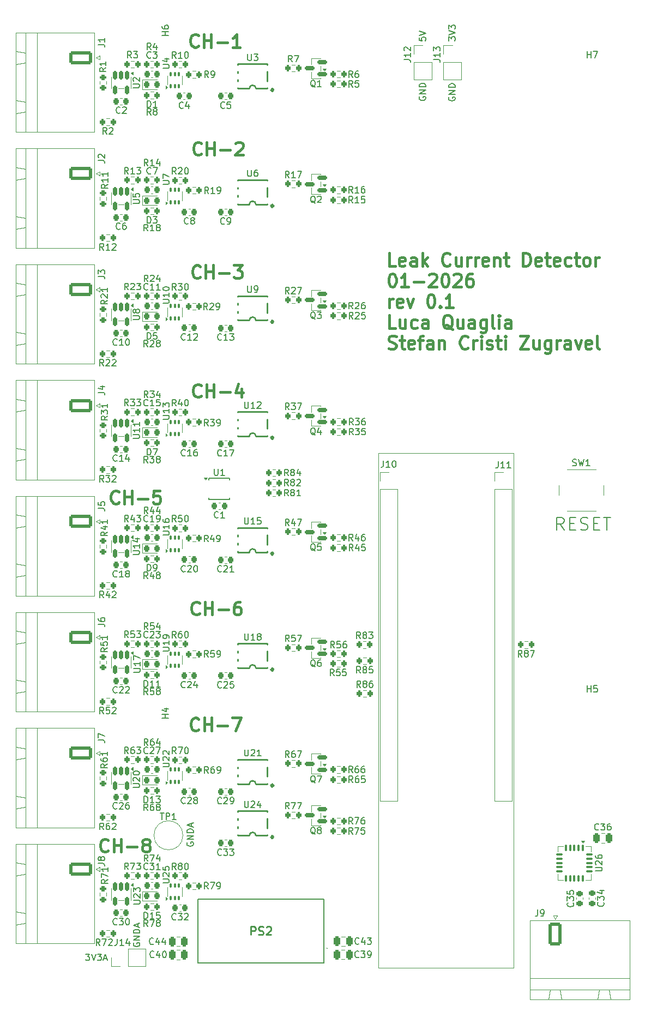
<source format=gbr>
%TF.GenerationSoftware,KiCad,Pcbnew,9.0.5*%
%TF.CreationDate,2025-12-25T13:02:37+01:00*%
%TF.ProjectId,leak_current_detector,6c65616b-5f63-4757-9272-656e745f6465,0.1*%
%TF.SameCoordinates,Original*%
%TF.FileFunction,Legend,Top*%
%TF.FilePolarity,Positive*%
%FSLAX46Y46*%
G04 Gerber Fmt 4.6, Leading zero omitted, Abs format (unit mm)*
G04 Created by KiCad (PCBNEW 9.0.5) date 2025-12-25 13:02:37*
%MOMM*%
%LPD*%
G01*
G04 APERTURE LIST*
G04 Aperture macros list*
%AMRoundRect*
0 Rectangle with rounded corners*
0 $1 Rounding radius*
0 $2 $3 $4 $5 $6 $7 $8 $9 X,Y pos of 4 corners*
0 Add a 4 corners polygon primitive as box body*
4,1,4,$2,$3,$4,$5,$6,$7,$8,$9,$2,$3,0*
0 Add four circle primitives for the rounded corners*
1,1,$1+$1,$2,$3*
1,1,$1+$1,$4,$5*
1,1,$1+$1,$6,$7*
1,1,$1+$1,$8,$9*
0 Add four rect primitives between the rounded corners*
20,1,$1+$1,$2,$3,$4,$5,0*
20,1,$1+$1,$4,$5,$6,$7,0*
20,1,$1+$1,$6,$7,$8,$9,0*
20,1,$1+$1,$8,$9,$2,$3,0*%
G04 Aperture macros list end*
%ADD10C,0.100000*%
%ADD11C,0.200000*%
%ADD12C,0.400000*%
%ADD13C,0.150000*%
%ADD14C,0.254000*%
%ADD15C,0.120000*%
%ADD16RoundRect,0.100000X0.100000X-0.225000X0.100000X0.225000X-0.100000X0.225000X-0.100000X-0.225000X0*%
%ADD17RoundRect,0.225000X0.225000X0.250000X-0.225000X0.250000X-0.225000X-0.250000X0.225000X-0.250000X0*%
%ADD18O,2.000000X0.650000*%
%ADD19RoundRect,0.200000X-0.200000X-0.275000X0.200000X-0.275000X0.200000X0.275000X-0.200000X0.275000X0*%
%ADD20RoundRect,0.250001X-1.549999X0.799999X-1.549999X-0.799999X1.549999X-0.799999X1.549999X0.799999X0*%
%ADD21O,3.600000X2.100000*%
%ADD22RoundRect,0.150000X-0.150000X0.512500X-0.150000X-0.512500X0.150000X-0.512500X0.150000X0.512500X0*%
%ADD23RoundRect,0.200000X0.200000X0.275000X-0.200000X0.275000X-0.200000X-0.275000X0.200000X-0.275000X0*%
%ADD24RoundRect,0.225000X-0.225000X-0.250000X0.225000X-0.250000X0.225000X0.250000X-0.225000X0.250000X0*%
%ADD25RoundRect,0.225000X-0.250000X0.225000X-0.250000X-0.225000X0.250000X-0.225000X0.250000X0.225000X0*%
%ADD26RoundRect,0.218750X-0.218750X-0.256250X0.218750X-0.256250X0.218750X0.256250X-0.218750X0.256250X0*%
%ADD27RoundRect,0.250001X-0.799999X-1.549999X0.799999X-1.549999X0.799999X1.549999X-0.799999X1.549999X0*%
%ADD28O,2.100000X3.600000*%
%ADD29R,1.700000X1.700000*%
%ADD30C,1.700000*%
%ADD31C,1.300000*%
%ADD32RoundRect,0.150000X0.587500X0.150000X-0.587500X0.150000X-0.587500X-0.150000X0.587500X-0.150000X0*%
%ADD33RoundRect,0.200000X0.275000X-0.200000X0.275000X0.200000X-0.275000X0.200000X-0.275000X-0.200000X0*%
%ADD34C,3.200000*%
%ADD35RoundRect,0.250000X0.250000X0.475000X-0.250000X0.475000X-0.250000X-0.475000X0.250000X-0.475000X0*%
%ADD36RoundRect,0.250000X-0.250000X-0.475000X0.250000X-0.475000X0.250000X0.475000X-0.250000X0.475000X0*%
%ADD37RoundRect,0.087500X-0.087500X0.425000X-0.087500X-0.425000X0.087500X-0.425000X0.087500X0.425000X0*%
%ADD38RoundRect,0.087500X-0.425000X0.087500X-0.425000X-0.087500X0.425000X-0.087500X0.425000X0.087500X0*%
%ADD39R,3.150000X3.150000*%
%ADD40R,1.100000X0.250000*%
%ADD41C,2.000000*%
%ADD42C,4.000000*%
%ADD43R,1.303000X1.303000*%
%ADD44C,1.303000*%
G04 APERTURE END LIST*
D10*
X76820000Y-94580000D02*
X97820000Y-94580000D01*
X97820000Y-174580000D01*
X76820000Y-174580000D01*
X76820000Y-94580000D01*
D11*
X83189838Y-39271517D02*
X83142219Y-39366755D01*
X83142219Y-39366755D02*
X83142219Y-39509612D01*
X83142219Y-39509612D02*
X83189838Y-39652469D01*
X83189838Y-39652469D02*
X83285076Y-39747707D01*
X83285076Y-39747707D02*
X83380314Y-39795326D01*
X83380314Y-39795326D02*
X83570790Y-39842945D01*
X83570790Y-39842945D02*
X83713647Y-39842945D01*
X83713647Y-39842945D02*
X83904123Y-39795326D01*
X83904123Y-39795326D02*
X83999361Y-39747707D01*
X83999361Y-39747707D02*
X84094600Y-39652469D01*
X84094600Y-39652469D02*
X84142219Y-39509612D01*
X84142219Y-39509612D02*
X84142219Y-39414374D01*
X84142219Y-39414374D02*
X84094600Y-39271517D01*
X84094600Y-39271517D02*
X84046980Y-39223898D01*
X84046980Y-39223898D02*
X83713647Y-39223898D01*
X83713647Y-39223898D02*
X83713647Y-39414374D01*
X84142219Y-38795326D02*
X83142219Y-38795326D01*
X83142219Y-38795326D02*
X84142219Y-38223898D01*
X84142219Y-38223898D02*
X83142219Y-38223898D01*
X84142219Y-37747707D02*
X83142219Y-37747707D01*
X83142219Y-37747707D02*
X83142219Y-37509612D01*
X83142219Y-37509612D02*
X83189838Y-37366755D01*
X83189838Y-37366755D02*
X83285076Y-37271517D01*
X83285076Y-37271517D02*
X83380314Y-37223898D01*
X83380314Y-37223898D02*
X83570790Y-37176279D01*
X83570790Y-37176279D02*
X83713647Y-37176279D01*
X83713647Y-37176279D02*
X83904123Y-37223898D01*
X83904123Y-37223898D02*
X83999361Y-37271517D01*
X83999361Y-37271517D02*
X84094600Y-37366755D01*
X84094600Y-37366755D02*
X84142219Y-37509612D01*
X84142219Y-37509612D02*
X84142219Y-37747707D01*
X31354435Y-172392219D02*
X31973482Y-172392219D01*
X31973482Y-172392219D02*
X31640149Y-172773171D01*
X31640149Y-172773171D02*
X31783006Y-172773171D01*
X31783006Y-172773171D02*
X31878244Y-172820790D01*
X31878244Y-172820790D02*
X31925863Y-172868409D01*
X31925863Y-172868409D02*
X31973482Y-172963647D01*
X31973482Y-172963647D02*
X31973482Y-173201742D01*
X31973482Y-173201742D02*
X31925863Y-173296980D01*
X31925863Y-173296980D02*
X31878244Y-173344600D01*
X31878244Y-173344600D02*
X31783006Y-173392219D01*
X31783006Y-173392219D02*
X31497292Y-173392219D01*
X31497292Y-173392219D02*
X31402054Y-173344600D01*
X31402054Y-173344600D02*
X31354435Y-173296980D01*
X32259197Y-172392219D02*
X32592530Y-173392219D01*
X32592530Y-173392219D02*
X32925863Y-172392219D01*
X33163959Y-172392219D02*
X33783006Y-172392219D01*
X33783006Y-172392219D02*
X33449673Y-172773171D01*
X33449673Y-172773171D02*
X33592530Y-172773171D01*
X33592530Y-172773171D02*
X33687768Y-172820790D01*
X33687768Y-172820790D02*
X33735387Y-172868409D01*
X33735387Y-172868409D02*
X33783006Y-172963647D01*
X33783006Y-172963647D02*
X33783006Y-173201742D01*
X33783006Y-173201742D02*
X33735387Y-173296980D01*
X33735387Y-173296980D02*
X33687768Y-173344600D01*
X33687768Y-173344600D02*
X33592530Y-173392219D01*
X33592530Y-173392219D02*
X33306816Y-173392219D01*
X33306816Y-173392219D02*
X33211578Y-173344600D01*
X33211578Y-173344600D02*
X33163959Y-173296980D01*
X34163959Y-173106504D02*
X34640149Y-173106504D01*
X34068721Y-173392219D02*
X34402054Y-172392219D01*
X34402054Y-172392219D02*
X34735387Y-173392219D01*
D12*
X49022204Y-119503961D02*
X48926966Y-119599200D01*
X48926966Y-119599200D02*
X48641252Y-119694438D01*
X48641252Y-119694438D02*
X48450776Y-119694438D01*
X48450776Y-119694438D02*
X48165061Y-119599200D01*
X48165061Y-119599200D02*
X47974585Y-119408723D01*
X47974585Y-119408723D02*
X47879347Y-119218247D01*
X47879347Y-119218247D02*
X47784109Y-118837295D01*
X47784109Y-118837295D02*
X47784109Y-118551580D01*
X47784109Y-118551580D02*
X47879347Y-118170628D01*
X47879347Y-118170628D02*
X47974585Y-117980152D01*
X47974585Y-117980152D02*
X48165061Y-117789676D01*
X48165061Y-117789676D02*
X48450776Y-117694438D01*
X48450776Y-117694438D02*
X48641252Y-117694438D01*
X48641252Y-117694438D02*
X48926966Y-117789676D01*
X48926966Y-117789676D02*
X49022204Y-117884914D01*
X49879347Y-119694438D02*
X49879347Y-117694438D01*
X49879347Y-118646819D02*
X51022204Y-118646819D01*
X51022204Y-119694438D02*
X51022204Y-117694438D01*
X51974585Y-118932533D02*
X53498395Y-118932533D01*
X55307918Y-117694438D02*
X54926965Y-117694438D01*
X54926965Y-117694438D02*
X54736489Y-117789676D01*
X54736489Y-117789676D02*
X54641251Y-117884914D01*
X54641251Y-117884914D02*
X54450775Y-118170628D01*
X54450775Y-118170628D02*
X54355537Y-118551580D01*
X54355537Y-118551580D02*
X54355537Y-119313485D01*
X54355537Y-119313485D02*
X54450775Y-119503961D01*
X54450775Y-119503961D02*
X54546013Y-119599200D01*
X54546013Y-119599200D02*
X54736489Y-119694438D01*
X54736489Y-119694438D02*
X55117442Y-119694438D01*
X55117442Y-119694438D02*
X55307918Y-119599200D01*
X55307918Y-119599200D02*
X55403156Y-119503961D01*
X55403156Y-119503961D02*
X55498394Y-119313485D01*
X55498394Y-119313485D02*
X55498394Y-118837295D01*
X55498394Y-118837295D02*
X55403156Y-118646819D01*
X55403156Y-118646819D02*
X55307918Y-118551580D01*
X55307918Y-118551580D02*
X55117442Y-118456342D01*
X55117442Y-118456342D02*
X54736489Y-118456342D01*
X54736489Y-118456342D02*
X54546013Y-118551580D01*
X54546013Y-118551580D02*
X54450775Y-118646819D01*
X54450775Y-118646819D02*
X54355537Y-118837295D01*
D11*
X38799838Y-170666517D02*
X38752219Y-170761755D01*
X38752219Y-170761755D02*
X38752219Y-170904612D01*
X38752219Y-170904612D02*
X38799838Y-171047469D01*
X38799838Y-171047469D02*
X38895076Y-171142707D01*
X38895076Y-171142707D02*
X38990314Y-171190326D01*
X38990314Y-171190326D02*
X39180790Y-171237945D01*
X39180790Y-171237945D02*
X39323647Y-171237945D01*
X39323647Y-171237945D02*
X39514123Y-171190326D01*
X39514123Y-171190326D02*
X39609361Y-171142707D01*
X39609361Y-171142707D02*
X39704600Y-171047469D01*
X39704600Y-171047469D02*
X39752219Y-170904612D01*
X39752219Y-170904612D02*
X39752219Y-170809374D01*
X39752219Y-170809374D02*
X39704600Y-170666517D01*
X39704600Y-170666517D02*
X39656980Y-170618898D01*
X39656980Y-170618898D02*
X39323647Y-170618898D01*
X39323647Y-170618898D02*
X39323647Y-170809374D01*
X39752219Y-170190326D02*
X38752219Y-170190326D01*
X38752219Y-170190326D02*
X39752219Y-169618898D01*
X39752219Y-169618898D02*
X38752219Y-169618898D01*
X39752219Y-169142707D02*
X38752219Y-169142707D01*
X38752219Y-169142707D02*
X38752219Y-168904612D01*
X38752219Y-168904612D02*
X38799838Y-168761755D01*
X38799838Y-168761755D02*
X38895076Y-168666517D01*
X38895076Y-168666517D02*
X38990314Y-168618898D01*
X38990314Y-168618898D02*
X39180790Y-168571279D01*
X39180790Y-168571279D02*
X39323647Y-168571279D01*
X39323647Y-168571279D02*
X39514123Y-168618898D01*
X39514123Y-168618898D02*
X39609361Y-168666517D01*
X39609361Y-168666517D02*
X39704600Y-168761755D01*
X39704600Y-168761755D02*
X39752219Y-168904612D01*
X39752219Y-168904612D02*
X39752219Y-169142707D01*
X39466504Y-168190326D02*
X39466504Y-167714136D01*
X39752219Y-168285564D02*
X38752219Y-167952231D01*
X38752219Y-167952231D02*
X39752219Y-167618898D01*
D12*
X79461728Y-65544886D02*
X78509347Y-65544886D01*
X78509347Y-65544886D02*
X78509347Y-63544886D01*
X80890300Y-65449648D02*
X80699824Y-65544886D01*
X80699824Y-65544886D02*
X80318871Y-65544886D01*
X80318871Y-65544886D02*
X80128395Y-65449648D01*
X80128395Y-65449648D02*
X80033157Y-65259171D01*
X80033157Y-65259171D02*
X80033157Y-64497267D01*
X80033157Y-64497267D02*
X80128395Y-64306790D01*
X80128395Y-64306790D02*
X80318871Y-64211552D01*
X80318871Y-64211552D02*
X80699824Y-64211552D01*
X80699824Y-64211552D02*
X80890300Y-64306790D01*
X80890300Y-64306790D02*
X80985538Y-64497267D01*
X80985538Y-64497267D02*
X80985538Y-64687743D01*
X80985538Y-64687743D02*
X80033157Y-64878219D01*
X82699824Y-65544886D02*
X82699824Y-64497267D01*
X82699824Y-64497267D02*
X82604586Y-64306790D01*
X82604586Y-64306790D02*
X82414110Y-64211552D01*
X82414110Y-64211552D02*
X82033157Y-64211552D01*
X82033157Y-64211552D02*
X81842681Y-64306790D01*
X82699824Y-65449648D02*
X82509348Y-65544886D01*
X82509348Y-65544886D02*
X82033157Y-65544886D01*
X82033157Y-65544886D02*
X81842681Y-65449648D01*
X81842681Y-65449648D02*
X81747443Y-65259171D01*
X81747443Y-65259171D02*
X81747443Y-65068695D01*
X81747443Y-65068695D02*
X81842681Y-64878219D01*
X81842681Y-64878219D02*
X82033157Y-64782981D01*
X82033157Y-64782981D02*
X82509348Y-64782981D01*
X82509348Y-64782981D02*
X82699824Y-64687743D01*
X83652205Y-65544886D02*
X83652205Y-63544886D01*
X83842681Y-64782981D02*
X84414110Y-65544886D01*
X84414110Y-64211552D02*
X83652205Y-64973457D01*
X87937920Y-65354409D02*
X87842682Y-65449648D01*
X87842682Y-65449648D02*
X87556968Y-65544886D01*
X87556968Y-65544886D02*
X87366492Y-65544886D01*
X87366492Y-65544886D02*
X87080777Y-65449648D01*
X87080777Y-65449648D02*
X86890301Y-65259171D01*
X86890301Y-65259171D02*
X86795063Y-65068695D01*
X86795063Y-65068695D02*
X86699825Y-64687743D01*
X86699825Y-64687743D02*
X86699825Y-64402028D01*
X86699825Y-64402028D02*
X86795063Y-64021076D01*
X86795063Y-64021076D02*
X86890301Y-63830600D01*
X86890301Y-63830600D02*
X87080777Y-63640124D01*
X87080777Y-63640124D02*
X87366492Y-63544886D01*
X87366492Y-63544886D02*
X87556968Y-63544886D01*
X87556968Y-63544886D02*
X87842682Y-63640124D01*
X87842682Y-63640124D02*
X87937920Y-63735362D01*
X89652206Y-64211552D02*
X89652206Y-65544886D01*
X88795063Y-64211552D02*
X88795063Y-65259171D01*
X88795063Y-65259171D02*
X88890301Y-65449648D01*
X88890301Y-65449648D02*
X89080777Y-65544886D01*
X89080777Y-65544886D02*
X89366492Y-65544886D01*
X89366492Y-65544886D02*
X89556968Y-65449648D01*
X89556968Y-65449648D02*
X89652206Y-65354409D01*
X90604587Y-65544886D02*
X90604587Y-64211552D01*
X90604587Y-64592505D02*
X90699825Y-64402028D01*
X90699825Y-64402028D02*
X90795063Y-64306790D01*
X90795063Y-64306790D02*
X90985539Y-64211552D01*
X90985539Y-64211552D02*
X91176016Y-64211552D01*
X91842682Y-65544886D02*
X91842682Y-64211552D01*
X91842682Y-64592505D02*
X91937920Y-64402028D01*
X91937920Y-64402028D02*
X92033158Y-64306790D01*
X92033158Y-64306790D02*
X92223634Y-64211552D01*
X92223634Y-64211552D02*
X92414111Y-64211552D01*
X93842682Y-65449648D02*
X93652206Y-65544886D01*
X93652206Y-65544886D02*
X93271253Y-65544886D01*
X93271253Y-65544886D02*
X93080777Y-65449648D01*
X93080777Y-65449648D02*
X92985539Y-65259171D01*
X92985539Y-65259171D02*
X92985539Y-64497267D01*
X92985539Y-64497267D02*
X93080777Y-64306790D01*
X93080777Y-64306790D02*
X93271253Y-64211552D01*
X93271253Y-64211552D02*
X93652206Y-64211552D01*
X93652206Y-64211552D02*
X93842682Y-64306790D01*
X93842682Y-64306790D02*
X93937920Y-64497267D01*
X93937920Y-64497267D02*
X93937920Y-64687743D01*
X93937920Y-64687743D02*
X92985539Y-64878219D01*
X94795063Y-64211552D02*
X94795063Y-65544886D01*
X94795063Y-64402028D02*
X94890301Y-64306790D01*
X94890301Y-64306790D02*
X95080777Y-64211552D01*
X95080777Y-64211552D02*
X95366492Y-64211552D01*
X95366492Y-64211552D02*
X95556968Y-64306790D01*
X95556968Y-64306790D02*
X95652206Y-64497267D01*
X95652206Y-64497267D02*
X95652206Y-65544886D01*
X96318873Y-64211552D02*
X97080777Y-64211552D01*
X96604587Y-63544886D02*
X96604587Y-65259171D01*
X96604587Y-65259171D02*
X96699825Y-65449648D01*
X96699825Y-65449648D02*
X96890301Y-65544886D01*
X96890301Y-65544886D02*
X97080777Y-65544886D01*
X99271254Y-65544886D02*
X99271254Y-63544886D01*
X99271254Y-63544886D02*
X99747444Y-63544886D01*
X99747444Y-63544886D02*
X100033159Y-63640124D01*
X100033159Y-63640124D02*
X100223635Y-63830600D01*
X100223635Y-63830600D02*
X100318873Y-64021076D01*
X100318873Y-64021076D02*
X100414111Y-64402028D01*
X100414111Y-64402028D02*
X100414111Y-64687743D01*
X100414111Y-64687743D02*
X100318873Y-65068695D01*
X100318873Y-65068695D02*
X100223635Y-65259171D01*
X100223635Y-65259171D02*
X100033159Y-65449648D01*
X100033159Y-65449648D02*
X99747444Y-65544886D01*
X99747444Y-65544886D02*
X99271254Y-65544886D01*
X102033159Y-65449648D02*
X101842683Y-65544886D01*
X101842683Y-65544886D02*
X101461730Y-65544886D01*
X101461730Y-65544886D02*
X101271254Y-65449648D01*
X101271254Y-65449648D02*
X101176016Y-65259171D01*
X101176016Y-65259171D02*
X101176016Y-64497267D01*
X101176016Y-64497267D02*
X101271254Y-64306790D01*
X101271254Y-64306790D02*
X101461730Y-64211552D01*
X101461730Y-64211552D02*
X101842683Y-64211552D01*
X101842683Y-64211552D02*
X102033159Y-64306790D01*
X102033159Y-64306790D02*
X102128397Y-64497267D01*
X102128397Y-64497267D02*
X102128397Y-64687743D01*
X102128397Y-64687743D02*
X101176016Y-64878219D01*
X102699826Y-64211552D02*
X103461730Y-64211552D01*
X102985540Y-63544886D02*
X102985540Y-65259171D01*
X102985540Y-65259171D02*
X103080778Y-65449648D01*
X103080778Y-65449648D02*
X103271254Y-65544886D01*
X103271254Y-65544886D02*
X103461730Y-65544886D01*
X104890302Y-65449648D02*
X104699826Y-65544886D01*
X104699826Y-65544886D02*
X104318873Y-65544886D01*
X104318873Y-65544886D02*
X104128397Y-65449648D01*
X104128397Y-65449648D02*
X104033159Y-65259171D01*
X104033159Y-65259171D02*
X104033159Y-64497267D01*
X104033159Y-64497267D02*
X104128397Y-64306790D01*
X104128397Y-64306790D02*
X104318873Y-64211552D01*
X104318873Y-64211552D02*
X104699826Y-64211552D01*
X104699826Y-64211552D02*
X104890302Y-64306790D01*
X104890302Y-64306790D02*
X104985540Y-64497267D01*
X104985540Y-64497267D02*
X104985540Y-64687743D01*
X104985540Y-64687743D02*
X104033159Y-64878219D01*
X106699826Y-65449648D02*
X106509350Y-65544886D01*
X106509350Y-65544886D02*
X106128397Y-65544886D01*
X106128397Y-65544886D02*
X105937921Y-65449648D01*
X105937921Y-65449648D02*
X105842683Y-65354409D01*
X105842683Y-65354409D02*
X105747445Y-65163933D01*
X105747445Y-65163933D02*
X105747445Y-64592505D01*
X105747445Y-64592505D02*
X105842683Y-64402028D01*
X105842683Y-64402028D02*
X105937921Y-64306790D01*
X105937921Y-64306790D02*
X106128397Y-64211552D01*
X106128397Y-64211552D02*
X106509350Y-64211552D01*
X106509350Y-64211552D02*
X106699826Y-64306790D01*
X107271255Y-64211552D02*
X108033159Y-64211552D01*
X107556969Y-63544886D02*
X107556969Y-65259171D01*
X107556969Y-65259171D02*
X107652207Y-65449648D01*
X107652207Y-65449648D02*
X107842683Y-65544886D01*
X107842683Y-65544886D02*
X108033159Y-65544886D01*
X108985540Y-65544886D02*
X108795064Y-65449648D01*
X108795064Y-65449648D02*
X108699826Y-65354409D01*
X108699826Y-65354409D02*
X108604588Y-65163933D01*
X108604588Y-65163933D02*
X108604588Y-64592505D01*
X108604588Y-64592505D02*
X108699826Y-64402028D01*
X108699826Y-64402028D02*
X108795064Y-64306790D01*
X108795064Y-64306790D02*
X108985540Y-64211552D01*
X108985540Y-64211552D02*
X109271255Y-64211552D01*
X109271255Y-64211552D02*
X109461731Y-64306790D01*
X109461731Y-64306790D02*
X109556969Y-64402028D01*
X109556969Y-64402028D02*
X109652207Y-64592505D01*
X109652207Y-64592505D02*
X109652207Y-65163933D01*
X109652207Y-65163933D02*
X109556969Y-65354409D01*
X109556969Y-65354409D02*
X109461731Y-65449648D01*
X109461731Y-65449648D02*
X109271255Y-65544886D01*
X109271255Y-65544886D02*
X108985540Y-65544886D01*
X110509350Y-65544886D02*
X110509350Y-64211552D01*
X110509350Y-64592505D02*
X110604588Y-64402028D01*
X110604588Y-64402028D02*
X110699826Y-64306790D01*
X110699826Y-64306790D02*
X110890302Y-64211552D01*
X110890302Y-64211552D02*
X111080779Y-64211552D01*
X78890299Y-66764774D02*
X79080776Y-66764774D01*
X79080776Y-66764774D02*
X79271252Y-66860012D01*
X79271252Y-66860012D02*
X79366490Y-66955250D01*
X79366490Y-66955250D02*
X79461728Y-67145726D01*
X79461728Y-67145726D02*
X79556966Y-67526678D01*
X79556966Y-67526678D02*
X79556966Y-68002869D01*
X79556966Y-68002869D02*
X79461728Y-68383821D01*
X79461728Y-68383821D02*
X79366490Y-68574297D01*
X79366490Y-68574297D02*
X79271252Y-68669536D01*
X79271252Y-68669536D02*
X79080776Y-68764774D01*
X79080776Y-68764774D02*
X78890299Y-68764774D01*
X78890299Y-68764774D02*
X78699823Y-68669536D01*
X78699823Y-68669536D02*
X78604585Y-68574297D01*
X78604585Y-68574297D02*
X78509347Y-68383821D01*
X78509347Y-68383821D02*
X78414109Y-68002869D01*
X78414109Y-68002869D02*
X78414109Y-67526678D01*
X78414109Y-67526678D02*
X78509347Y-67145726D01*
X78509347Y-67145726D02*
X78604585Y-66955250D01*
X78604585Y-66955250D02*
X78699823Y-66860012D01*
X78699823Y-66860012D02*
X78890299Y-66764774D01*
X81461728Y-68764774D02*
X80318871Y-68764774D01*
X80890299Y-68764774D02*
X80890299Y-66764774D01*
X80890299Y-66764774D02*
X80699823Y-67050488D01*
X80699823Y-67050488D02*
X80509347Y-67240964D01*
X80509347Y-67240964D02*
X80318871Y-67336202D01*
X82318871Y-68002869D02*
X83842681Y-68002869D01*
X84699823Y-66955250D02*
X84795061Y-66860012D01*
X84795061Y-66860012D02*
X84985537Y-66764774D01*
X84985537Y-66764774D02*
X85461728Y-66764774D01*
X85461728Y-66764774D02*
X85652204Y-66860012D01*
X85652204Y-66860012D02*
X85747442Y-66955250D01*
X85747442Y-66955250D02*
X85842680Y-67145726D01*
X85842680Y-67145726D02*
X85842680Y-67336202D01*
X85842680Y-67336202D02*
X85747442Y-67621916D01*
X85747442Y-67621916D02*
X84604585Y-68764774D01*
X84604585Y-68764774D02*
X85842680Y-68764774D01*
X87080775Y-66764774D02*
X87271252Y-66764774D01*
X87271252Y-66764774D02*
X87461728Y-66860012D01*
X87461728Y-66860012D02*
X87556966Y-66955250D01*
X87556966Y-66955250D02*
X87652204Y-67145726D01*
X87652204Y-67145726D02*
X87747442Y-67526678D01*
X87747442Y-67526678D02*
X87747442Y-68002869D01*
X87747442Y-68002869D02*
X87652204Y-68383821D01*
X87652204Y-68383821D02*
X87556966Y-68574297D01*
X87556966Y-68574297D02*
X87461728Y-68669536D01*
X87461728Y-68669536D02*
X87271252Y-68764774D01*
X87271252Y-68764774D02*
X87080775Y-68764774D01*
X87080775Y-68764774D02*
X86890299Y-68669536D01*
X86890299Y-68669536D02*
X86795061Y-68574297D01*
X86795061Y-68574297D02*
X86699823Y-68383821D01*
X86699823Y-68383821D02*
X86604585Y-68002869D01*
X86604585Y-68002869D02*
X86604585Y-67526678D01*
X86604585Y-67526678D02*
X86699823Y-67145726D01*
X86699823Y-67145726D02*
X86795061Y-66955250D01*
X86795061Y-66955250D02*
X86890299Y-66860012D01*
X86890299Y-66860012D02*
X87080775Y-66764774D01*
X88509347Y-66955250D02*
X88604585Y-66860012D01*
X88604585Y-66860012D02*
X88795061Y-66764774D01*
X88795061Y-66764774D02*
X89271252Y-66764774D01*
X89271252Y-66764774D02*
X89461728Y-66860012D01*
X89461728Y-66860012D02*
X89556966Y-66955250D01*
X89556966Y-66955250D02*
X89652204Y-67145726D01*
X89652204Y-67145726D02*
X89652204Y-67336202D01*
X89652204Y-67336202D02*
X89556966Y-67621916D01*
X89556966Y-67621916D02*
X88414109Y-68764774D01*
X88414109Y-68764774D02*
X89652204Y-68764774D01*
X91366490Y-66764774D02*
X90985537Y-66764774D01*
X90985537Y-66764774D02*
X90795061Y-66860012D01*
X90795061Y-66860012D02*
X90699823Y-66955250D01*
X90699823Y-66955250D02*
X90509347Y-67240964D01*
X90509347Y-67240964D02*
X90414109Y-67621916D01*
X90414109Y-67621916D02*
X90414109Y-68383821D01*
X90414109Y-68383821D02*
X90509347Y-68574297D01*
X90509347Y-68574297D02*
X90604585Y-68669536D01*
X90604585Y-68669536D02*
X90795061Y-68764774D01*
X90795061Y-68764774D02*
X91176014Y-68764774D01*
X91176014Y-68764774D02*
X91366490Y-68669536D01*
X91366490Y-68669536D02*
X91461728Y-68574297D01*
X91461728Y-68574297D02*
X91556966Y-68383821D01*
X91556966Y-68383821D02*
X91556966Y-67907631D01*
X91556966Y-67907631D02*
X91461728Y-67717155D01*
X91461728Y-67717155D02*
X91366490Y-67621916D01*
X91366490Y-67621916D02*
X91176014Y-67526678D01*
X91176014Y-67526678D02*
X90795061Y-67526678D01*
X90795061Y-67526678D02*
X90604585Y-67621916D01*
X90604585Y-67621916D02*
X90509347Y-67717155D01*
X90509347Y-67717155D02*
X90414109Y-67907631D01*
X78509347Y-71984662D02*
X78509347Y-70651328D01*
X78509347Y-71032281D02*
X78604585Y-70841804D01*
X78604585Y-70841804D02*
X78699823Y-70746566D01*
X78699823Y-70746566D02*
X78890299Y-70651328D01*
X78890299Y-70651328D02*
X79080776Y-70651328D01*
X80509347Y-71889424D02*
X80318871Y-71984662D01*
X80318871Y-71984662D02*
X79937918Y-71984662D01*
X79937918Y-71984662D02*
X79747442Y-71889424D01*
X79747442Y-71889424D02*
X79652204Y-71698947D01*
X79652204Y-71698947D02*
X79652204Y-70937043D01*
X79652204Y-70937043D02*
X79747442Y-70746566D01*
X79747442Y-70746566D02*
X79937918Y-70651328D01*
X79937918Y-70651328D02*
X80318871Y-70651328D01*
X80318871Y-70651328D02*
X80509347Y-70746566D01*
X80509347Y-70746566D02*
X80604585Y-70937043D01*
X80604585Y-70937043D02*
X80604585Y-71127519D01*
X80604585Y-71127519D02*
X79652204Y-71317995D01*
X81271252Y-70651328D02*
X81747442Y-71984662D01*
X81747442Y-71984662D02*
X82223633Y-70651328D01*
X84890300Y-69984662D02*
X85080777Y-69984662D01*
X85080777Y-69984662D02*
X85271253Y-70079900D01*
X85271253Y-70079900D02*
X85366491Y-70175138D01*
X85366491Y-70175138D02*
X85461729Y-70365614D01*
X85461729Y-70365614D02*
X85556967Y-70746566D01*
X85556967Y-70746566D02*
X85556967Y-71222757D01*
X85556967Y-71222757D02*
X85461729Y-71603709D01*
X85461729Y-71603709D02*
X85366491Y-71794185D01*
X85366491Y-71794185D02*
X85271253Y-71889424D01*
X85271253Y-71889424D02*
X85080777Y-71984662D01*
X85080777Y-71984662D02*
X84890300Y-71984662D01*
X84890300Y-71984662D02*
X84699824Y-71889424D01*
X84699824Y-71889424D02*
X84604586Y-71794185D01*
X84604586Y-71794185D02*
X84509348Y-71603709D01*
X84509348Y-71603709D02*
X84414110Y-71222757D01*
X84414110Y-71222757D02*
X84414110Y-70746566D01*
X84414110Y-70746566D02*
X84509348Y-70365614D01*
X84509348Y-70365614D02*
X84604586Y-70175138D01*
X84604586Y-70175138D02*
X84699824Y-70079900D01*
X84699824Y-70079900D02*
X84890300Y-69984662D01*
X86414110Y-71794185D02*
X86509348Y-71889424D01*
X86509348Y-71889424D02*
X86414110Y-71984662D01*
X86414110Y-71984662D02*
X86318872Y-71889424D01*
X86318872Y-71889424D02*
X86414110Y-71794185D01*
X86414110Y-71794185D02*
X86414110Y-71984662D01*
X88414110Y-71984662D02*
X87271253Y-71984662D01*
X87842681Y-71984662D02*
X87842681Y-69984662D01*
X87842681Y-69984662D02*
X87652205Y-70270376D01*
X87652205Y-70270376D02*
X87461729Y-70460852D01*
X87461729Y-70460852D02*
X87271253Y-70556090D01*
X79461728Y-75204550D02*
X78509347Y-75204550D01*
X78509347Y-75204550D02*
X78509347Y-73204550D01*
X80985538Y-73871216D02*
X80985538Y-75204550D01*
X80128395Y-73871216D02*
X80128395Y-74918835D01*
X80128395Y-74918835D02*
X80223633Y-75109312D01*
X80223633Y-75109312D02*
X80414109Y-75204550D01*
X80414109Y-75204550D02*
X80699824Y-75204550D01*
X80699824Y-75204550D02*
X80890300Y-75109312D01*
X80890300Y-75109312D02*
X80985538Y-75014073D01*
X82795062Y-75109312D02*
X82604586Y-75204550D01*
X82604586Y-75204550D02*
X82223633Y-75204550D01*
X82223633Y-75204550D02*
X82033157Y-75109312D01*
X82033157Y-75109312D02*
X81937919Y-75014073D01*
X81937919Y-75014073D02*
X81842681Y-74823597D01*
X81842681Y-74823597D02*
X81842681Y-74252169D01*
X81842681Y-74252169D02*
X81937919Y-74061692D01*
X81937919Y-74061692D02*
X82033157Y-73966454D01*
X82033157Y-73966454D02*
X82223633Y-73871216D01*
X82223633Y-73871216D02*
X82604586Y-73871216D01*
X82604586Y-73871216D02*
X82795062Y-73966454D01*
X84509348Y-75204550D02*
X84509348Y-74156931D01*
X84509348Y-74156931D02*
X84414110Y-73966454D01*
X84414110Y-73966454D02*
X84223634Y-73871216D01*
X84223634Y-73871216D02*
X83842681Y-73871216D01*
X83842681Y-73871216D02*
X83652205Y-73966454D01*
X84509348Y-75109312D02*
X84318872Y-75204550D01*
X84318872Y-75204550D02*
X83842681Y-75204550D01*
X83842681Y-75204550D02*
X83652205Y-75109312D01*
X83652205Y-75109312D02*
X83556967Y-74918835D01*
X83556967Y-74918835D02*
X83556967Y-74728359D01*
X83556967Y-74728359D02*
X83652205Y-74537883D01*
X83652205Y-74537883D02*
X83842681Y-74442645D01*
X83842681Y-74442645D02*
X84318872Y-74442645D01*
X84318872Y-74442645D02*
X84509348Y-74347407D01*
X88318872Y-75395026D02*
X88128396Y-75299788D01*
X88128396Y-75299788D02*
X87937920Y-75109312D01*
X87937920Y-75109312D02*
X87652206Y-74823597D01*
X87652206Y-74823597D02*
X87461729Y-74728359D01*
X87461729Y-74728359D02*
X87271253Y-74728359D01*
X87366491Y-75204550D02*
X87176015Y-75109312D01*
X87176015Y-75109312D02*
X86985539Y-74918835D01*
X86985539Y-74918835D02*
X86890301Y-74537883D01*
X86890301Y-74537883D02*
X86890301Y-73871216D01*
X86890301Y-73871216D02*
X86985539Y-73490264D01*
X86985539Y-73490264D02*
X87176015Y-73299788D01*
X87176015Y-73299788D02*
X87366491Y-73204550D01*
X87366491Y-73204550D02*
X87747444Y-73204550D01*
X87747444Y-73204550D02*
X87937920Y-73299788D01*
X87937920Y-73299788D02*
X88128396Y-73490264D01*
X88128396Y-73490264D02*
X88223634Y-73871216D01*
X88223634Y-73871216D02*
X88223634Y-74537883D01*
X88223634Y-74537883D02*
X88128396Y-74918835D01*
X88128396Y-74918835D02*
X87937920Y-75109312D01*
X87937920Y-75109312D02*
X87747444Y-75204550D01*
X87747444Y-75204550D02*
X87366491Y-75204550D01*
X89937920Y-73871216D02*
X89937920Y-75204550D01*
X89080777Y-73871216D02*
X89080777Y-74918835D01*
X89080777Y-74918835D02*
X89176015Y-75109312D01*
X89176015Y-75109312D02*
X89366491Y-75204550D01*
X89366491Y-75204550D02*
X89652206Y-75204550D01*
X89652206Y-75204550D02*
X89842682Y-75109312D01*
X89842682Y-75109312D02*
X89937920Y-75014073D01*
X91747444Y-75204550D02*
X91747444Y-74156931D01*
X91747444Y-74156931D02*
X91652206Y-73966454D01*
X91652206Y-73966454D02*
X91461730Y-73871216D01*
X91461730Y-73871216D02*
X91080777Y-73871216D01*
X91080777Y-73871216D02*
X90890301Y-73966454D01*
X91747444Y-75109312D02*
X91556968Y-75204550D01*
X91556968Y-75204550D02*
X91080777Y-75204550D01*
X91080777Y-75204550D02*
X90890301Y-75109312D01*
X90890301Y-75109312D02*
X90795063Y-74918835D01*
X90795063Y-74918835D02*
X90795063Y-74728359D01*
X90795063Y-74728359D02*
X90890301Y-74537883D01*
X90890301Y-74537883D02*
X91080777Y-74442645D01*
X91080777Y-74442645D02*
X91556968Y-74442645D01*
X91556968Y-74442645D02*
X91747444Y-74347407D01*
X93556968Y-73871216D02*
X93556968Y-75490264D01*
X93556968Y-75490264D02*
X93461730Y-75680740D01*
X93461730Y-75680740D02*
X93366492Y-75775978D01*
X93366492Y-75775978D02*
X93176015Y-75871216D01*
X93176015Y-75871216D02*
X92890301Y-75871216D01*
X92890301Y-75871216D02*
X92699825Y-75775978D01*
X93556968Y-75109312D02*
X93366492Y-75204550D01*
X93366492Y-75204550D02*
X92985539Y-75204550D01*
X92985539Y-75204550D02*
X92795063Y-75109312D01*
X92795063Y-75109312D02*
X92699825Y-75014073D01*
X92699825Y-75014073D02*
X92604587Y-74823597D01*
X92604587Y-74823597D02*
X92604587Y-74252169D01*
X92604587Y-74252169D02*
X92699825Y-74061692D01*
X92699825Y-74061692D02*
X92795063Y-73966454D01*
X92795063Y-73966454D02*
X92985539Y-73871216D01*
X92985539Y-73871216D02*
X93366492Y-73871216D01*
X93366492Y-73871216D02*
X93556968Y-73966454D01*
X94795063Y-75204550D02*
X94604587Y-75109312D01*
X94604587Y-75109312D02*
X94509349Y-74918835D01*
X94509349Y-74918835D02*
X94509349Y-73204550D01*
X95556968Y-75204550D02*
X95556968Y-73871216D01*
X95556968Y-73204550D02*
X95461730Y-73299788D01*
X95461730Y-73299788D02*
X95556968Y-73395026D01*
X95556968Y-73395026D02*
X95652206Y-73299788D01*
X95652206Y-73299788D02*
X95556968Y-73204550D01*
X95556968Y-73204550D02*
X95556968Y-73395026D01*
X97366492Y-75204550D02*
X97366492Y-74156931D01*
X97366492Y-74156931D02*
X97271254Y-73966454D01*
X97271254Y-73966454D02*
X97080778Y-73871216D01*
X97080778Y-73871216D02*
X96699825Y-73871216D01*
X96699825Y-73871216D02*
X96509349Y-73966454D01*
X97366492Y-75109312D02*
X97176016Y-75204550D01*
X97176016Y-75204550D02*
X96699825Y-75204550D01*
X96699825Y-75204550D02*
X96509349Y-75109312D01*
X96509349Y-75109312D02*
X96414111Y-74918835D01*
X96414111Y-74918835D02*
X96414111Y-74728359D01*
X96414111Y-74728359D02*
X96509349Y-74537883D01*
X96509349Y-74537883D02*
X96699825Y-74442645D01*
X96699825Y-74442645D02*
X97176016Y-74442645D01*
X97176016Y-74442645D02*
X97366492Y-74347407D01*
X78414109Y-78329200D02*
X78699823Y-78424438D01*
X78699823Y-78424438D02*
X79176014Y-78424438D01*
X79176014Y-78424438D02*
X79366490Y-78329200D01*
X79366490Y-78329200D02*
X79461728Y-78233961D01*
X79461728Y-78233961D02*
X79556966Y-78043485D01*
X79556966Y-78043485D02*
X79556966Y-77853009D01*
X79556966Y-77853009D02*
X79461728Y-77662533D01*
X79461728Y-77662533D02*
X79366490Y-77567295D01*
X79366490Y-77567295D02*
X79176014Y-77472057D01*
X79176014Y-77472057D02*
X78795061Y-77376819D01*
X78795061Y-77376819D02*
X78604585Y-77281580D01*
X78604585Y-77281580D02*
X78509347Y-77186342D01*
X78509347Y-77186342D02*
X78414109Y-76995866D01*
X78414109Y-76995866D02*
X78414109Y-76805390D01*
X78414109Y-76805390D02*
X78509347Y-76614914D01*
X78509347Y-76614914D02*
X78604585Y-76519676D01*
X78604585Y-76519676D02*
X78795061Y-76424438D01*
X78795061Y-76424438D02*
X79271252Y-76424438D01*
X79271252Y-76424438D02*
X79556966Y-76519676D01*
X80128395Y-77091104D02*
X80890299Y-77091104D01*
X80414109Y-76424438D02*
X80414109Y-78138723D01*
X80414109Y-78138723D02*
X80509347Y-78329200D01*
X80509347Y-78329200D02*
X80699823Y-78424438D01*
X80699823Y-78424438D02*
X80890299Y-78424438D01*
X82318871Y-78329200D02*
X82128395Y-78424438D01*
X82128395Y-78424438D02*
X81747442Y-78424438D01*
X81747442Y-78424438D02*
X81556966Y-78329200D01*
X81556966Y-78329200D02*
X81461728Y-78138723D01*
X81461728Y-78138723D02*
X81461728Y-77376819D01*
X81461728Y-77376819D02*
X81556966Y-77186342D01*
X81556966Y-77186342D02*
X81747442Y-77091104D01*
X81747442Y-77091104D02*
X82128395Y-77091104D01*
X82128395Y-77091104D02*
X82318871Y-77186342D01*
X82318871Y-77186342D02*
X82414109Y-77376819D01*
X82414109Y-77376819D02*
X82414109Y-77567295D01*
X82414109Y-77567295D02*
X81461728Y-77757771D01*
X82985538Y-77091104D02*
X83747442Y-77091104D01*
X83271252Y-78424438D02*
X83271252Y-76710152D01*
X83271252Y-76710152D02*
X83366490Y-76519676D01*
X83366490Y-76519676D02*
X83556966Y-76424438D01*
X83556966Y-76424438D02*
X83747442Y-76424438D01*
X85271252Y-78424438D02*
X85271252Y-77376819D01*
X85271252Y-77376819D02*
X85176014Y-77186342D01*
X85176014Y-77186342D02*
X84985538Y-77091104D01*
X84985538Y-77091104D02*
X84604585Y-77091104D01*
X84604585Y-77091104D02*
X84414109Y-77186342D01*
X85271252Y-78329200D02*
X85080776Y-78424438D01*
X85080776Y-78424438D02*
X84604585Y-78424438D01*
X84604585Y-78424438D02*
X84414109Y-78329200D01*
X84414109Y-78329200D02*
X84318871Y-78138723D01*
X84318871Y-78138723D02*
X84318871Y-77948247D01*
X84318871Y-77948247D02*
X84414109Y-77757771D01*
X84414109Y-77757771D02*
X84604585Y-77662533D01*
X84604585Y-77662533D02*
X85080776Y-77662533D01*
X85080776Y-77662533D02*
X85271252Y-77567295D01*
X86223633Y-77091104D02*
X86223633Y-78424438D01*
X86223633Y-77281580D02*
X86318871Y-77186342D01*
X86318871Y-77186342D02*
X86509347Y-77091104D01*
X86509347Y-77091104D02*
X86795062Y-77091104D01*
X86795062Y-77091104D02*
X86985538Y-77186342D01*
X86985538Y-77186342D02*
X87080776Y-77376819D01*
X87080776Y-77376819D02*
X87080776Y-78424438D01*
X90699824Y-78233961D02*
X90604586Y-78329200D01*
X90604586Y-78329200D02*
X90318872Y-78424438D01*
X90318872Y-78424438D02*
X90128396Y-78424438D01*
X90128396Y-78424438D02*
X89842681Y-78329200D01*
X89842681Y-78329200D02*
X89652205Y-78138723D01*
X89652205Y-78138723D02*
X89556967Y-77948247D01*
X89556967Y-77948247D02*
X89461729Y-77567295D01*
X89461729Y-77567295D02*
X89461729Y-77281580D01*
X89461729Y-77281580D02*
X89556967Y-76900628D01*
X89556967Y-76900628D02*
X89652205Y-76710152D01*
X89652205Y-76710152D02*
X89842681Y-76519676D01*
X89842681Y-76519676D02*
X90128396Y-76424438D01*
X90128396Y-76424438D02*
X90318872Y-76424438D01*
X90318872Y-76424438D02*
X90604586Y-76519676D01*
X90604586Y-76519676D02*
X90699824Y-76614914D01*
X91556967Y-78424438D02*
X91556967Y-77091104D01*
X91556967Y-77472057D02*
X91652205Y-77281580D01*
X91652205Y-77281580D02*
X91747443Y-77186342D01*
X91747443Y-77186342D02*
X91937919Y-77091104D01*
X91937919Y-77091104D02*
X92128396Y-77091104D01*
X92795062Y-78424438D02*
X92795062Y-77091104D01*
X92795062Y-76424438D02*
X92699824Y-76519676D01*
X92699824Y-76519676D02*
X92795062Y-76614914D01*
X92795062Y-76614914D02*
X92890300Y-76519676D01*
X92890300Y-76519676D02*
X92795062Y-76424438D01*
X92795062Y-76424438D02*
X92795062Y-76614914D01*
X93652205Y-78329200D02*
X93842681Y-78424438D01*
X93842681Y-78424438D02*
X94223633Y-78424438D01*
X94223633Y-78424438D02*
X94414110Y-78329200D01*
X94414110Y-78329200D02*
X94509348Y-78138723D01*
X94509348Y-78138723D02*
X94509348Y-78043485D01*
X94509348Y-78043485D02*
X94414110Y-77853009D01*
X94414110Y-77853009D02*
X94223633Y-77757771D01*
X94223633Y-77757771D02*
X93937919Y-77757771D01*
X93937919Y-77757771D02*
X93747443Y-77662533D01*
X93747443Y-77662533D02*
X93652205Y-77472057D01*
X93652205Y-77472057D02*
X93652205Y-77376819D01*
X93652205Y-77376819D02*
X93747443Y-77186342D01*
X93747443Y-77186342D02*
X93937919Y-77091104D01*
X93937919Y-77091104D02*
X94223633Y-77091104D01*
X94223633Y-77091104D02*
X94414110Y-77186342D01*
X95080777Y-77091104D02*
X95842681Y-77091104D01*
X95366491Y-76424438D02*
X95366491Y-78138723D01*
X95366491Y-78138723D02*
X95461729Y-78329200D01*
X95461729Y-78329200D02*
X95652205Y-78424438D01*
X95652205Y-78424438D02*
X95842681Y-78424438D01*
X96509348Y-78424438D02*
X96509348Y-77091104D01*
X96509348Y-76424438D02*
X96414110Y-76519676D01*
X96414110Y-76519676D02*
X96509348Y-76614914D01*
X96509348Y-76614914D02*
X96604586Y-76519676D01*
X96604586Y-76519676D02*
X96509348Y-76424438D01*
X96509348Y-76424438D02*
X96509348Y-76614914D01*
X98795063Y-76424438D02*
X100128396Y-76424438D01*
X100128396Y-76424438D02*
X98795063Y-78424438D01*
X98795063Y-78424438D02*
X100128396Y-78424438D01*
X101747444Y-77091104D02*
X101747444Y-78424438D01*
X100890301Y-77091104D02*
X100890301Y-78138723D01*
X100890301Y-78138723D02*
X100985539Y-78329200D01*
X100985539Y-78329200D02*
X101176015Y-78424438D01*
X101176015Y-78424438D02*
X101461730Y-78424438D01*
X101461730Y-78424438D02*
X101652206Y-78329200D01*
X101652206Y-78329200D02*
X101747444Y-78233961D01*
X103556968Y-77091104D02*
X103556968Y-78710152D01*
X103556968Y-78710152D02*
X103461730Y-78900628D01*
X103461730Y-78900628D02*
X103366492Y-78995866D01*
X103366492Y-78995866D02*
X103176015Y-79091104D01*
X103176015Y-79091104D02*
X102890301Y-79091104D01*
X102890301Y-79091104D02*
X102699825Y-78995866D01*
X103556968Y-78329200D02*
X103366492Y-78424438D01*
X103366492Y-78424438D02*
X102985539Y-78424438D01*
X102985539Y-78424438D02*
X102795063Y-78329200D01*
X102795063Y-78329200D02*
X102699825Y-78233961D01*
X102699825Y-78233961D02*
X102604587Y-78043485D01*
X102604587Y-78043485D02*
X102604587Y-77472057D01*
X102604587Y-77472057D02*
X102699825Y-77281580D01*
X102699825Y-77281580D02*
X102795063Y-77186342D01*
X102795063Y-77186342D02*
X102985539Y-77091104D01*
X102985539Y-77091104D02*
X103366492Y-77091104D01*
X103366492Y-77091104D02*
X103556968Y-77186342D01*
X104509349Y-78424438D02*
X104509349Y-77091104D01*
X104509349Y-77472057D02*
X104604587Y-77281580D01*
X104604587Y-77281580D02*
X104699825Y-77186342D01*
X104699825Y-77186342D02*
X104890301Y-77091104D01*
X104890301Y-77091104D02*
X105080778Y-77091104D01*
X106604587Y-78424438D02*
X106604587Y-77376819D01*
X106604587Y-77376819D02*
X106509349Y-77186342D01*
X106509349Y-77186342D02*
X106318873Y-77091104D01*
X106318873Y-77091104D02*
X105937920Y-77091104D01*
X105937920Y-77091104D02*
X105747444Y-77186342D01*
X106604587Y-78329200D02*
X106414111Y-78424438D01*
X106414111Y-78424438D02*
X105937920Y-78424438D01*
X105937920Y-78424438D02*
X105747444Y-78329200D01*
X105747444Y-78329200D02*
X105652206Y-78138723D01*
X105652206Y-78138723D02*
X105652206Y-77948247D01*
X105652206Y-77948247D02*
X105747444Y-77757771D01*
X105747444Y-77757771D02*
X105937920Y-77662533D01*
X105937920Y-77662533D02*
X106414111Y-77662533D01*
X106414111Y-77662533D02*
X106604587Y-77567295D01*
X107366492Y-77091104D02*
X107842682Y-78424438D01*
X107842682Y-78424438D02*
X108318873Y-77091104D01*
X109842683Y-78329200D02*
X109652207Y-78424438D01*
X109652207Y-78424438D02*
X109271254Y-78424438D01*
X109271254Y-78424438D02*
X109080778Y-78329200D01*
X109080778Y-78329200D02*
X108985540Y-78138723D01*
X108985540Y-78138723D02*
X108985540Y-77376819D01*
X108985540Y-77376819D02*
X109080778Y-77186342D01*
X109080778Y-77186342D02*
X109271254Y-77091104D01*
X109271254Y-77091104D02*
X109652207Y-77091104D01*
X109652207Y-77091104D02*
X109842683Y-77186342D01*
X109842683Y-77186342D02*
X109937921Y-77376819D01*
X109937921Y-77376819D02*
X109937921Y-77567295D01*
X109937921Y-77567295D02*
X108985540Y-77757771D01*
X111080778Y-78424438D02*
X110890302Y-78329200D01*
X110890302Y-78329200D02*
X110795064Y-78138723D01*
X110795064Y-78138723D02*
X110795064Y-76424438D01*
D11*
X87759838Y-39341517D02*
X87712219Y-39436755D01*
X87712219Y-39436755D02*
X87712219Y-39579612D01*
X87712219Y-39579612D02*
X87759838Y-39722469D01*
X87759838Y-39722469D02*
X87855076Y-39817707D01*
X87855076Y-39817707D02*
X87950314Y-39865326D01*
X87950314Y-39865326D02*
X88140790Y-39912945D01*
X88140790Y-39912945D02*
X88283647Y-39912945D01*
X88283647Y-39912945D02*
X88474123Y-39865326D01*
X88474123Y-39865326D02*
X88569361Y-39817707D01*
X88569361Y-39817707D02*
X88664600Y-39722469D01*
X88664600Y-39722469D02*
X88712219Y-39579612D01*
X88712219Y-39579612D02*
X88712219Y-39484374D01*
X88712219Y-39484374D02*
X88664600Y-39341517D01*
X88664600Y-39341517D02*
X88616980Y-39293898D01*
X88616980Y-39293898D02*
X88283647Y-39293898D01*
X88283647Y-39293898D02*
X88283647Y-39484374D01*
X88712219Y-38865326D02*
X87712219Y-38865326D01*
X87712219Y-38865326D02*
X88712219Y-38293898D01*
X88712219Y-38293898D02*
X87712219Y-38293898D01*
X88712219Y-37817707D02*
X87712219Y-37817707D01*
X87712219Y-37817707D02*
X87712219Y-37579612D01*
X87712219Y-37579612D02*
X87759838Y-37436755D01*
X87759838Y-37436755D02*
X87855076Y-37341517D01*
X87855076Y-37341517D02*
X87950314Y-37293898D01*
X87950314Y-37293898D02*
X88140790Y-37246279D01*
X88140790Y-37246279D02*
X88283647Y-37246279D01*
X88283647Y-37246279D02*
X88474123Y-37293898D01*
X88474123Y-37293898D02*
X88569361Y-37341517D01*
X88569361Y-37341517D02*
X88664600Y-37436755D01*
X88664600Y-37436755D02*
X88712219Y-37579612D01*
X88712219Y-37579612D02*
X88712219Y-37817707D01*
D12*
X36502204Y-102273961D02*
X36406966Y-102369200D01*
X36406966Y-102369200D02*
X36121252Y-102464438D01*
X36121252Y-102464438D02*
X35930776Y-102464438D01*
X35930776Y-102464438D02*
X35645061Y-102369200D01*
X35645061Y-102369200D02*
X35454585Y-102178723D01*
X35454585Y-102178723D02*
X35359347Y-101988247D01*
X35359347Y-101988247D02*
X35264109Y-101607295D01*
X35264109Y-101607295D02*
X35264109Y-101321580D01*
X35264109Y-101321580D02*
X35359347Y-100940628D01*
X35359347Y-100940628D02*
X35454585Y-100750152D01*
X35454585Y-100750152D02*
X35645061Y-100559676D01*
X35645061Y-100559676D02*
X35930776Y-100464438D01*
X35930776Y-100464438D02*
X36121252Y-100464438D01*
X36121252Y-100464438D02*
X36406966Y-100559676D01*
X36406966Y-100559676D02*
X36502204Y-100654914D01*
X37359347Y-102464438D02*
X37359347Y-100464438D01*
X37359347Y-101416819D02*
X38502204Y-101416819D01*
X38502204Y-102464438D02*
X38502204Y-100464438D01*
X39454585Y-101702533D02*
X40978395Y-101702533D01*
X42883156Y-100464438D02*
X41930775Y-100464438D01*
X41930775Y-100464438D02*
X41835537Y-101416819D01*
X41835537Y-101416819D02*
X41930775Y-101321580D01*
X41930775Y-101321580D02*
X42121251Y-101226342D01*
X42121251Y-101226342D02*
X42597442Y-101226342D01*
X42597442Y-101226342D02*
X42787918Y-101321580D01*
X42787918Y-101321580D02*
X42883156Y-101416819D01*
X42883156Y-101416819D02*
X42978394Y-101607295D01*
X42978394Y-101607295D02*
X42978394Y-102083485D01*
X42978394Y-102083485D02*
X42883156Y-102273961D01*
X42883156Y-102273961D02*
X42787918Y-102369200D01*
X42787918Y-102369200D02*
X42597442Y-102464438D01*
X42597442Y-102464438D02*
X42121251Y-102464438D01*
X42121251Y-102464438D02*
X41930775Y-102369200D01*
X41930775Y-102369200D02*
X41835537Y-102273961D01*
X34842204Y-156353961D02*
X34746966Y-156449200D01*
X34746966Y-156449200D02*
X34461252Y-156544438D01*
X34461252Y-156544438D02*
X34270776Y-156544438D01*
X34270776Y-156544438D02*
X33985061Y-156449200D01*
X33985061Y-156449200D02*
X33794585Y-156258723D01*
X33794585Y-156258723D02*
X33699347Y-156068247D01*
X33699347Y-156068247D02*
X33604109Y-155687295D01*
X33604109Y-155687295D02*
X33604109Y-155401580D01*
X33604109Y-155401580D02*
X33699347Y-155020628D01*
X33699347Y-155020628D02*
X33794585Y-154830152D01*
X33794585Y-154830152D02*
X33985061Y-154639676D01*
X33985061Y-154639676D02*
X34270776Y-154544438D01*
X34270776Y-154544438D02*
X34461252Y-154544438D01*
X34461252Y-154544438D02*
X34746966Y-154639676D01*
X34746966Y-154639676D02*
X34842204Y-154734914D01*
X35699347Y-156544438D02*
X35699347Y-154544438D01*
X35699347Y-155496819D02*
X36842204Y-155496819D01*
X36842204Y-156544438D02*
X36842204Y-154544438D01*
X37794585Y-155782533D02*
X39318395Y-155782533D01*
X40556489Y-155401580D02*
X40366013Y-155306342D01*
X40366013Y-155306342D02*
X40270775Y-155211104D01*
X40270775Y-155211104D02*
X40175537Y-155020628D01*
X40175537Y-155020628D02*
X40175537Y-154925390D01*
X40175537Y-154925390D02*
X40270775Y-154734914D01*
X40270775Y-154734914D02*
X40366013Y-154639676D01*
X40366013Y-154639676D02*
X40556489Y-154544438D01*
X40556489Y-154544438D02*
X40937442Y-154544438D01*
X40937442Y-154544438D02*
X41127918Y-154639676D01*
X41127918Y-154639676D02*
X41223156Y-154734914D01*
X41223156Y-154734914D02*
X41318394Y-154925390D01*
X41318394Y-154925390D02*
X41318394Y-155020628D01*
X41318394Y-155020628D02*
X41223156Y-155211104D01*
X41223156Y-155211104D02*
X41127918Y-155306342D01*
X41127918Y-155306342D02*
X40937442Y-155401580D01*
X40937442Y-155401580D02*
X40556489Y-155401580D01*
X40556489Y-155401580D02*
X40366013Y-155496819D01*
X40366013Y-155496819D02*
X40270775Y-155592057D01*
X40270775Y-155592057D02*
X40175537Y-155782533D01*
X40175537Y-155782533D02*
X40175537Y-156163485D01*
X40175537Y-156163485D02*
X40270775Y-156353961D01*
X40270775Y-156353961D02*
X40366013Y-156449200D01*
X40366013Y-156449200D02*
X40556489Y-156544438D01*
X40556489Y-156544438D02*
X40937442Y-156544438D01*
X40937442Y-156544438D02*
X41127918Y-156449200D01*
X41127918Y-156449200D02*
X41223156Y-156353961D01*
X41223156Y-156353961D02*
X41318394Y-156163485D01*
X41318394Y-156163485D02*
X41318394Y-155782533D01*
X41318394Y-155782533D02*
X41223156Y-155592057D01*
X41223156Y-155592057D02*
X41127918Y-155496819D01*
X41127918Y-155496819D02*
X40937442Y-155401580D01*
X48852204Y-31393961D02*
X48756966Y-31489200D01*
X48756966Y-31489200D02*
X48471252Y-31584438D01*
X48471252Y-31584438D02*
X48280776Y-31584438D01*
X48280776Y-31584438D02*
X47995061Y-31489200D01*
X47995061Y-31489200D02*
X47804585Y-31298723D01*
X47804585Y-31298723D02*
X47709347Y-31108247D01*
X47709347Y-31108247D02*
X47614109Y-30727295D01*
X47614109Y-30727295D02*
X47614109Y-30441580D01*
X47614109Y-30441580D02*
X47709347Y-30060628D01*
X47709347Y-30060628D02*
X47804585Y-29870152D01*
X47804585Y-29870152D02*
X47995061Y-29679676D01*
X47995061Y-29679676D02*
X48280776Y-29584438D01*
X48280776Y-29584438D02*
X48471252Y-29584438D01*
X48471252Y-29584438D02*
X48756966Y-29679676D01*
X48756966Y-29679676D02*
X48852204Y-29774914D01*
X49709347Y-31584438D02*
X49709347Y-29584438D01*
X49709347Y-30536819D02*
X50852204Y-30536819D01*
X50852204Y-31584438D02*
X50852204Y-29584438D01*
X51804585Y-30822533D02*
X53328395Y-30822533D01*
X55328394Y-31584438D02*
X54185537Y-31584438D01*
X54756965Y-31584438D02*
X54756965Y-29584438D01*
X54756965Y-29584438D02*
X54566489Y-29870152D01*
X54566489Y-29870152D02*
X54376013Y-30060628D01*
X54376013Y-30060628D02*
X54185537Y-30155866D01*
X49132204Y-67253961D02*
X49036966Y-67349200D01*
X49036966Y-67349200D02*
X48751252Y-67444438D01*
X48751252Y-67444438D02*
X48560776Y-67444438D01*
X48560776Y-67444438D02*
X48275061Y-67349200D01*
X48275061Y-67349200D02*
X48084585Y-67158723D01*
X48084585Y-67158723D02*
X47989347Y-66968247D01*
X47989347Y-66968247D02*
X47894109Y-66587295D01*
X47894109Y-66587295D02*
X47894109Y-66301580D01*
X47894109Y-66301580D02*
X47989347Y-65920628D01*
X47989347Y-65920628D02*
X48084585Y-65730152D01*
X48084585Y-65730152D02*
X48275061Y-65539676D01*
X48275061Y-65539676D02*
X48560776Y-65444438D01*
X48560776Y-65444438D02*
X48751252Y-65444438D01*
X48751252Y-65444438D02*
X49036966Y-65539676D01*
X49036966Y-65539676D02*
X49132204Y-65634914D01*
X49989347Y-67444438D02*
X49989347Y-65444438D01*
X49989347Y-66396819D02*
X51132204Y-66396819D01*
X51132204Y-67444438D02*
X51132204Y-65444438D01*
X52084585Y-66682533D02*
X53608395Y-66682533D01*
X54370299Y-65444438D02*
X55608394Y-65444438D01*
X55608394Y-65444438D02*
X54941727Y-66206342D01*
X54941727Y-66206342D02*
X55227442Y-66206342D01*
X55227442Y-66206342D02*
X55417918Y-66301580D01*
X55417918Y-66301580D02*
X55513156Y-66396819D01*
X55513156Y-66396819D02*
X55608394Y-66587295D01*
X55608394Y-66587295D02*
X55608394Y-67063485D01*
X55608394Y-67063485D02*
X55513156Y-67253961D01*
X55513156Y-67253961D02*
X55417918Y-67349200D01*
X55417918Y-67349200D02*
X55227442Y-67444438D01*
X55227442Y-67444438D02*
X54656013Y-67444438D01*
X54656013Y-67444438D02*
X54465537Y-67349200D01*
X54465537Y-67349200D02*
X54370299Y-67253961D01*
D11*
X47119838Y-155066517D02*
X47072219Y-155161755D01*
X47072219Y-155161755D02*
X47072219Y-155304612D01*
X47072219Y-155304612D02*
X47119838Y-155447469D01*
X47119838Y-155447469D02*
X47215076Y-155542707D01*
X47215076Y-155542707D02*
X47310314Y-155590326D01*
X47310314Y-155590326D02*
X47500790Y-155637945D01*
X47500790Y-155637945D02*
X47643647Y-155637945D01*
X47643647Y-155637945D02*
X47834123Y-155590326D01*
X47834123Y-155590326D02*
X47929361Y-155542707D01*
X47929361Y-155542707D02*
X48024600Y-155447469D01*
X48024600Y-155447469D02*
X48072219Y-155304612D01*
X48072219Y-155304612D02*
X48072219Y-155209374D01*
X48072219Y-155209374D02*
X48024600Y-155066517D01*
X48024600Y-155066517D02*
X47976980Y-155018898D01*
X47976980Y-155018898D02*
X47643647Y-155018898D01*
X47643647Y-155018898D02*
X47643647Y-155209374D01*
X48072219Y-154590326D02*
X47072219Y-154590326D01*
X47072219Y-154590326D02*
X48072219Y-154018898D01*
X48072219Y-154018898D02*
X47072219Y-154018898D01*
X48072219Y-153542707D02*
X47072219Y-153542707D01*
X47072219Y-153542707D02*
X47072219Y-153304612D01*
X47072219Y-153304612D02*
X47119838Y-153161755D01*
X47119838Y-153161755D02*
X47215076Y-153066517D01*
X47215076Y-153066517D02*
X47310314Y-153018898D01*
X47310314Y-153018898D02*
X47500790Y-152971279D01*
X47500790Y-152971279D02*
X47643647Y-152971279D01*
X47643647Y-152971279D02*
X47834123Y-153018898D01*
X47834123Y-153018898D02*
X47929361Y-153066517D01*
X47929361Y-153066517D02*
X48024600Y-153161755D01*
X48024600Y-153161755D02*
X48072219Y-153304612D01*
X48072219Y-153304612D02*
X48072219Y-153542707D01*
X47786504Y-152590326D02*
X47786504Y-152114136D01*
X48072219Y-152685564D02*
X47072219Y-152352231D01*
X47072219Y-152352231D02*
X48072219Y-152018898D01*
D12*
X49262204Y-85723961D02*
X49166966Y-85819200D01*
X49166966Y-85819200D02*
X48881252Y-85914438D01*
X48881252Y-85914438D02*
X48690776Y-85914438D01*
X48690776Y-85914438D02*
X48405061Y-85819200D01*
X48405061Y-85819200D02*
X48214585Y-85628723D01*
X48214585Y-85628723D02*
X48119347Y-85438247D01*
X48119347Y-85438247D02*
X48024109Y-85057295D01*
X48024109Y-85057295D02*
X48024109Y-84771580D01*
X48024109Y-84771580D02*
X48119347Y-84390628D01*
X48119347Y-84390628D02*
X48214585Y-84200152D01*
X48214585Y-84200152D02*
X48405061Y-84009676D01*
X48405061Y-84009676D02*
X48690776Y-83914438D01*
X48690776Y-83914438D02*
X48881252Y-83914438D01*
X48881252Y-83914438D02*
X49166966Y-84009676D01*
X49166966Y-84009676D02*
X49262204Y-84104914D01*
X50119347Y-85914438D02*
X50119347Y-83914438D01*
X50119347Y-84866819D02*
X51262204Y-84866819D01*
X51262204Y-85914438D02*
X51262204Y-83914438D01*
X52214585Y-85152533D02*
X53738395Y-85152533D01*
X55547918Y-84581104D02*
X55547918Y-85914438D01*
X55071727Y-83819200D02*
X54595537Y-85247771D01*
X54595537Y-85247771D02*
X55833632Y-85247771D01*
D11*
X87742219Y-30580564D02*
X87742219Y-29961517D01*
X87742219Y-29961517D02*
X88123171Y-30294850D01*
X88123171Y-30294850D02*
X88123171Y-30151993D01*
X88123171Y-30151993D02*
X88170790Y-30056755D01*
X88170790Y-30056755D02*
X88218409Y-30009136D01*
X88218409Y-30009136D02*
X88313647Y-29961517D01*
X88313647Y-29961517D02*
X88551742Y-29961517D01*
X88551742Y-29961517D02*
X88646980Y-30009136D01*
X88646980Y-30009136D02*
X88694600Y-30056755D01*
X88694600Y-30056755D02*
X88742219Y-30151993D01*
X88742219Y-30151993D02*
X88742219Y-30437707D01*
X88742219Y-30437707D02*
X88694600Y-30532945D01*
X88694600Y-30532945D02*
X88646980Y-30580564D01*
X87742219Y-29675802D02*
X88742219Y-29342469D01*
X88742219Y-29342469D02*
X87742219Y-29009136D01*
X87742219Y-28771040D02*
X87742219Y-28151993D01*
X87742219Y-28151993D02*
X88123171Y-28485326D01*
X88123171Y-28485326D02*
X88123171Y-28342469D01*
X88123171Y-28342469D02*
X88170790Y-28247231D01*
X88170790Y-28247231D02*
X88218409Y-28199612D01*
X88218409Y-28199612D02*
X88313647Y-28151993D01*
X88313647Y-28151993D02*
X88551742Y-28151993D01*
X88551742Y-28151993D02*
X88646980Y-28199612D01*
X88646980Y-28199612D02*
X88694600Y-28247231D01*
X88694600Y-28247231D02*
X88742219Y-28342469D01*
X88742219Y-28342469D02*
X88742219Y-28628183D01*
X88742219Y-28628183D02*
X88694600Y-28723421D01*
X88694600Y-28723421D02*
X88646980Y-28771040D01*
X105640625Y-106564838D02*
X104973958Y-105612457D01*
X104497768Y-106564838D02*
X104497768Y-104564838D01*
X104497768Y-104564838D02*
X105259673Y-104564838D01*
X105259673Y-104564838D02*
X105450149Y-104660076D01*
X105450149Y-104660076D02*
X105545387Y-104755314D01*
X105545387Y-104755314D02*
X105640625Y-104945790D01*
X105640625Y-104945790D02*
X105640625Y-105231504D01*
X105640625Y-105231504D02*
X105545387Y-105421980D01*
X105545387Y-105421980D02*
X105450149Y-105517219D01*
X105450149Y-105517219D02*
X105259673Y-105612457D01*
X105259673Y-105612457D02*
X104497768Y-105612457D01*
X106497768Y-105517219D02*
X107164435Y-105517219D01*
X107450149Y-106564838D02*
X106497768Y-106564838D01*
X106497768Y-106564838D02*
X106497768Y-104564838D01*
X106497768Y-104564838D02*
X107450149Y-104564838D01*
X108212054Y-106469600D02*
X108497768Y-106564838D01*
X108497768Y-106564838D02*
X108973959Y-106564838D01*
X108973959Y-106564838D02*
X109164435Y-106469600D01*
X109164435Y-106469600D02*
X109259673Y-106374361D01*
X109259673Y-106374361D02*
X109354911Y-106183885D01*
X109354911Y-106183885D02*
X109354911Y-105993409D01*
X109354911Y-105993409D02*
X109259673Y-105802933D01*
X109259673Y-105802933D02*
X109164435Y-105707695D01*
X109164435Y-105707695D02*
X108973959Y-105612457D01*
X108973959Y-105612457D02*
X108593006Y-105517219D01*
X108593006Y-105517219D02*
X108402530Y-105421980D01*
X108402530Y-105421980D02*
X108307292Y-105326742D01*
X108307292Y-105326742D02*
X108212054Y-105136266D01*
X108212054Y-105136266D02*
X108212054Y-104945790D01*
X108212054Y-104945790D02*
X108307292Y-104755314D01*
X108307292Y-104755314D02*
X108402530Y-104660076D01*
X108402530Y-104660076D02*
X108593006Y-104564838D01*
X108593006Y-104564838D02*
X109069197Y-104564838D01*
X109069197Y-104564838D02*
X109354911Y-104660076D01*
X110212054Y-105517219D02*
X110878721Y-105517219D01*
X111164435Y-106564838D02*
X110212054Y-106564838D01*
X110212054Y-106564838D02*
X110212054Y-104564838D01*
X110212054Y-104564838D02*
X111164435Y-104564838D01*
X111735864Y-104564838D02*
X112878721Y-104564838D01*
X112307292Y-106564838D02*
X112307292Y-104564838D01*
X83142219Y-30079136D02*
X83142219Y-30555326D01*
X83142219Y-30555326D02*
X83618409Y-30602945D01*
X83618409Y-30602945D02*
X83570790Y-30555326D01*
X83570790Y-30555326D02*
X83523171Y-30460088D01*
X83523171Y-30460088D02*
X83523171Y-30221993D01*
X83523171Y-30221993D02*
X83570790Y-30126755D01*
X83570790Y-30126755D02*
X83618409Y-30079136D01*
X83618409Y-30079136D02*
X83713647Y-30031517D01*
X83713647Y-30031517D02*
X83951742Y-30031517D01*
X83951742Y-30031517D02*
X84046980Y-30079136D01*
X84046980Y-30079136D02*
X84094600Y-30126755D01*
X84094600Y-30126755D02*
X84142219Y-30221993D01*
X84142219Y-30221993D02*
X84142219Y-30460088D01*
X84142219Y-30460088D02*
X84094600Y-30555326D01*
X84094600Y-30555326D02*
X84046980Y-30602945D01*
X83142219Y-29745802D02*
X84142219Y-29412469D01*
X84142219Y-29412469D02*
X83142219Y-29079136D01*
D12*
X49307204Y-48143961D02*
X49211966Y-48239200D01*
X49211966Y-48239200D02*
X48926252Y-48334438D01*
X48926252Y-48334438D02*
X48735776Y-48334438D01*
X48735776Y-48334438D02*
X48450061Y-48239200D01*
X48450061Y-48239200D02*
X48259585Y-48048723D01*
X48259585Y-48048723D02*
X48164347Y-47858247D01*
X48164347Y-47858247D02*
X48069109Y-47477295D01*
X48069109Y-47477295D02*
X48069109Y-47191580D01*
X48069109Y-47191580D02*
X48164347Y-46810628D01*
X48164347Y-46810628D02*
X48259585Y-46620152D01*
X48259585Y-46620152D02*
X48450061Y-46429676D01*
X48450061Y-46429676D02*
X48735776Y-46334438D01*
X48735776Y-46334438D02*
X48926252Y-46334438D01*
X48926252Y-46334438D02*
X49211966Y-46429676D01*
X49211966Y-46429676D02*
X49307204Y-46524914D01*
X50164347Y-48334438D02*
X50164347Y-46334438D01*
X50164347Y-47286819D02*
X51307204Y-47286819D01*
X51307204Y-48334438D02*
X51307204Y-46334438D01*
X52259585Y-47572533D02*
X53783395Y-47572533D01*
X54640537Y-46524914D02*
X54735775Y-46429676D01*
X54735775Y-46429676D02*
X54926251Y-46334438D01*
X54926251Y-46334438D02*
X55402442Y-46334438D01*
X55402442Y-46334438D02*
X55592918Y-46429676D01*
X55592918Y-46429676D02*
X55688156Y-46524914D01*
X55688156Y-46524914D02*
X55783394Y-46715390D01*
X55783394Y-46715390D02*
X55783394Y-46905866D01*
X55783394Y-46905866D02*
X55688156Y-47191580D01*
X55688156Y-47191580D02*
X54545299Y-48334438D01*
X54545299Y-48334438D02*
X55783394Y-48334438D01*
X48902204Y-137523961D02*
X48806966Y-137619200D01*
X48806966Y-137619200D02*
X48521252Y-137714438D01*
X48521252Y-137714438D02*
X48330776Y-137714438D01*
X48330776Y-137714438D02*
X48045061Y-137619200D01*
X48045061Y-137619200D02*
X47854585Y-137428723D01*
X47854585Y-137428723D02*
X47759347Y-137238247D01*
X47759347Y-137238247D02*
X47664109Y-136857295D01*
X47664109Y-136857295D02*
X47664109Y-136571580D01*
X47664109Y-136571580D02*
X47759347Y-136190628D01*
X47759347Y-136190628D02*
X47854585Y-136000152D01*
X47854585Y-136000152D02*
X48045061Y-135809676D01*
X48045061Y-135809676D02*
X48330776Y-135714438D01*
X48330776Y-135714438D02*
X48521252Y-135714438D01*
X48521252Y-135714438D02*
X48806966Y-135809676D01*
X48806966Y-135809676D02*
X48902204Y-135904914D01*
X49759347Y-137714438D02*
X49759347Y-135714438D01*
X49759347Y-136666819D02*
X50902204Y-136666819D01*
X50902204Y-137714438D02*
X50902204Y-135714438D01*
X51854585Y-136952533D02*
X53378395Y-136952533D01*
X54140299Y-135714438D02*
X55473632Y-135714438D01*
X55473632Y-135714438D02*
X54616489Y-137714438D01*
D13*
X43319819Y-34851904D02*
X44129342Y-34851904D01*
X44129342Y-34851904D02*
X44224580Y-34804285D01*
X44224580Y-34804285D02*
X44272200Y-34756666D01*
X44272200Y-34756666D02*
X44319819Y-34661428D01*
X44319819Y-34661428D02*
X44319819Y-34470952D01*
X44319819Y-34470952D02*
X44272200Y-34375714D01*
X44272200Y-34375714D02*
X44224580Y-34328095D01*
X44224580Y-34328095D02*
X44129342Y-34280476D01*
X44129342Y-34280476D02*
X43319819Y-34280476D01*
X43653152Y-33375714D02*
X44319819Y-33375714D01*
X43272200Y-33613809D02*
X43986485Y-33851904D01*
X43986485Y-33851904D02*
X43986485Y-33232857D01*
X52442142Y-148976830D02*
X52394523Y-149024450D01*
X52394523Y-149024450D02*
X52251666Y-149072069D01*
X52251666Y-149072069D02*
X52156428Y-149072069D01*
X52156428Y-149072069D02*
X52013571Y-149024450D01*
X52013571Y-149024450D02*
X51918333Y-148929211D01*
X51918333Y-148929211D02*
X51870714Y-148833973D01*
X51870714Y-148833973D02*
X51823095Y-148643497D01*
X51823095Y-148643497D02*
X51823095Y-148500640D01*
X51823095Y-148500640D02*
X51870714Y-148310164D01*
X51870714Y-148310164D02*
X51918333Y-148214926D01*
X51918333Y-148214926D02*
X52013571Y-148119688D01*
X52013571Y-148119688D02*
X52156428Y-148072069D01*
X52156428Y-148072069D02*
X52251666Y-148072069D01*
X52251666Y-148072069D02*
X52394523Y-148119688D01*
X52394523Y-148119688D02*
X52442142Y-148167307D01*
X52823095Y-148167307D02*
X52870714Y-148119688D01*
X52870714Y-148119688D02*
X52965952Y-148072069D01*
X52965952Y-148072069D02*
X53204047Y-148072069D01*
X53204047Y-148072069D02*
X53299285Y-148119688D01*
X53299285Y-148119688D02*
X53346904Y-148167307D01*
X53346904Y-148167307D02*
X53394523Y-148262545D01*
X53394523Y-148262545D02*
X53394523Y-148357783D01*
X53394523Y-148357783D02*
X53346904Y-148500640D01*
X53346904Y-148500640D02*
X52775476Y-149072069D01*
X52775476Y-149072069D02*
X53394523Y-149072069D01*
X53870714Y-149072069D02*
X54061190Y-149072069D01*
X54061190Y-149072069D02*
X54156428Y-149024450D01*
X54156428Y-149024450D02*
X54204047Y-148976830D01*
X54204047Y-148976830D02*
X54299285Y-148833973D01*
X54299285Y-148833973D02*
X54346904Y-148643497D01*
X54346904Y-148643497D02*
X54346904Y-148262545D01*
X54346904Y-148262545D02*
X54299285Y-148167307D01*
X54299285Y-148167307D02*
X54251666Y-148119688D01*
X54251666Y-148119688D02*
X54156428Y-148072069D01*
X54156428Y-148072069D02*
X53965952Y-148072069D01*
X53965952Y-148072069D02*
X53870714Y-148119688D01*
X53870714Y-148119688D02*
X53823095Y-148167307D01*
X53823095Y-148167307D02*
X53775476Y-148262545D01*
X53775476Y-148262545D02*
X53775476Y-148500640D01*
X53775476Y-148500640D02*
X53823095Y-148595878D01*
X53823095Y-148595878D02*
X53870714Y-148643497D01*
X53870714Y-148643497D02*
X53965952Y-148691116D01*
X53965952Y-148691116D02*
X54156428Y-148691116D01*
X54156428Y-148691116D02*
X54251666Y-148643497D01*
X54251666Y-148643497D02*
X54299285Y-148595878D01*
X54299285Y-148595878D02*
X54346904Y-148500640D01*
X56513095Y-50641569D02*
X56513095Y-51451092D01*
X56513095Y-51451092D02*
X56560714Y-51546330D01*
X56560714Y-51546330D02*
X56608333Y-51593950D01*
X56608333Y-51593950D02*
X56703571Y-51641569D01*
X56703571Y-51641569D02*
X56894047Y-51641569D01*
X56894047Y-51641569D02*
X56989285Y-51593950D01*
X56989285Y-51593950D02*
X57036904Y-51546330D01*
X57036904Y-51546330D02*
X57084523Y-51451092D01*
X57084523Y-51451092D02*
X57084523Y-50641569D01*
X57989285Y-50641569D02*
X57798809Y-50641569D01*
X57798809Y-50641569D02*
X57703571Y-50689188D01*
X57703571Y-50689188D02*
X57655952Y-50736807D01*
X57655952Y-50736807D02*
X57560714Y-50879664D01*
X57560714Y-50879664D02*
X57513095Y-51070140D01*
X57513095Y-51070140D02*
X57513095Y-51451092D01*
X57513095Y-51451092D02*
X57560714Y-51546330D01*
X57560714Y-51546330D02*
X57608333Y-51593950D01*
X57608333Y-51593950D02*
X57703571Y-51641569D01*
X57703571Y-51641569D02*
X57894047Y-51641569D01*
X57894047Y-51641569D02*
X57989285Y-51593950D01*
X57989285Y-51593950D02*
X58036904Y-51546330D01*
X58036904Y-51546330D02*
X58084523Y-51451092D01*
X58084523Y-51451092D02*
X58084523Y-51212997D01*
X58084523Y-51212997D02*
X58036904Y-51117759D01*
X58036904Y-51117759D02*
X57989285Y-51070140D01*
X57989285Y-51070140D02*
X57894047Y-51022521D01*
X57894047Y-51022521D02*
X57703571Y-51022521D01*
X57703571Y-51022521D02*
X57608333Y-51070140D01*
X57608333Y-51070140D02*
X57560714Y-51117759D01*
X57560714Y-51117759D02*
X57513095Y-51212997D01*
X45377142Y-105284819D02*
X45043809Y-104808628D01*
X44805714Y-105284819D02*
X44805714Y-104284819D01*
X44805714Y-104284819D02*
X45186666Y-104284819D01*
X45186666Y-104284819D02*
X45281904Y-104332438D01*
X45281904Y-104332438D02*
X45329523Y-104380057D01*
X45329523Y-104380057D02*
X45377142Y-104475295D01*
X45377142Y-104475295D02*
X45377142Y-104618152D01*
X45377142Y-104618152D02*
X45329523Y-104713390D01*
X45329523Y-104713390D02*
X45281904Y-104761009D01*
X45281904Y-104761009D02*
X45186666Y-104808628D01*
X45186666Y-104808628D02*
X44805714Y-104808628D01*
X46281904Y-104284819D02*
X45805714Y-104284819D01*
X45805714Y-104284819D02*
X45758095Y-104761009D01*
X45758095Y-104761009D02*
X45805714Y-104713390D01*
X45805714Y-104713390D02*
X45900952Y-104665771D01*
X45900952Y-104665771D02*
X46139047Y-104665771D01*
X46139047Y-104665771D02*
X46234285Y-104713390D01*
X46234285Y-104713390D02*
X46281904Y-104761009D01*
X46281904Y-104761009D02*
X46329523Y-104856247D01*
X46329523Y-104856247D02*
X46329523Y-105094342D01*
X46329523Y-105094342D02*
X46281904Y-105189580D01*
X46281904Y-105189580D02*
X46234285Y-105237200D01*
X46234285Y-105237200D02*
X46139047Y-105284819D01*
X46139047Y-105284819D02*
X45900952Y-105284819D01*
X45900952Y-105284819D02*
X45805714Y-105237200D01*
X45805714Y-105237200D02*
X45758095Y-105189580D01*
X46948571Y-104284819D02*
X47043809Y-104284819D01*
X47043809Y-104284819D02*
X47139047Y-104332438D01*
X47139047Y-104332438D02*
X47186666Y-104380057D01*
X47186666Y-104380057D02*
X47234285Y-104475295D01*
X47234285Y-104475295D02*
X47281904Y-104665771D01*
X47281904Y-104665771D02*
X47281904Y-104903866D01*
X47281904Y-104903866D02*
X47234285Y-105094342D01*
X47234285Y-105094342D02*
X47186666Y-105189580D01*
X47186666Y-105189580D02*
X47139047Y-105237200D01*
X47139047Y-105237200D02*
X47043809Y-105284819D01*
X47043809Y-105284819D02*
X46948571Y-105284819D01*
X46948571Y-105284819D02*
X46853333Y-105237200D01*
X46853333Y-105237200D02*
X46805714Y-105189580D01*
X46805714Y-105189580D02*
X46758095Y-105094342D01*
X46758095Y-105094342D02*
X46710476Y-104903866D01*
X46710476Y-104903866D02*
X46710476Y-104665771D01*
X46710476Y-104665771D02*
X46758095Y-104475295D01*
X46758095Y-104475295D02*
X46805714Y-104380057D01*
X46805714Y-104380057D02*
X46853333Y-104332438D01*
X46853333Y-104332438D02*
X46948571Y-104284819D01*
X33309819Y-85173333D02*
X34024104Y-85173333D01*
X34024104Y-85173333D02*
X34166961Y-85220952D01*
X34166961Y-85220952D02*
X34262200Y-85316190D01*
X34262200Y-85316190D02*
X34309819Y-85459047D01*
X34309819Y-85459047D02*
X34309819Y-85554285D01*
X33643152Y-84268571D02*
X34309819Y-84268571D01*
X33262200Y-84506666D02*
X33976485Y-84744761D01*
X33976485Y-84744761D02*
X33976485Y-84125714D01*
X45377142Y-51284819D02*
X45043809Y-50808628D01*
X44805714Y-51284819D02*
X44805714Y-50284819D01*
X44805714Y-50284819D02*
X45186666Y-50284819D01*
X45186666Y-50284819D02*
X45281904Y-50332438D01*
X45281904Y-50332438D02*
X45329523Y-50380057D01*
X45329523Y-50380057D02*
X45377142Y-50475295D01*
X45377142Y-50475295D02*
X45377142Y-50618152D01*
X45377142Y-50618152D02*
X45329523Y-50713390D01*
X45329523Y-50713390D02*
X45281904Y-50761009D01*
X45281904Y-50761009D02*
X45186666Y-50808628D01*
X45186666Y-50808628D02*
X44805714Y-50808628D01*
X45758095Y-50380057D02*
X45805714Y-50332438D01*
X45805714Y-50332438D02*
X45900952Y-50284819D01*
X45900952Y-50284819D02*
X46139047Y-50284819D01*
X46139047Y-50284819D02*
X46234285Y-50332438D01*
X46234285Y-50332438D02*
X46281904Y-50380057D01*
X46281904Y-50380057D02*
X46329523Y-50475295D01*
X46329523Y-50475295D02*
X46329523Y-50570533D01*
X46329523Y-50570533D02*
X46281904Y-50713390D01*
X46281904Y-50713390D02*
X45710476Y-51284819D01*
X45710476Y-51284819D02*
X46329523Y-51284819D01*
X46948571Y-50284819D02*
X47043809Y-50284819D01*
X47043809Y-50284819D02*
X47139047Y-50332438D01*
X47139047Y-50332438D02*
X47186666Y-50380057D01*
X47186666Y-50380057D02*
X47234285Y-50475295D01*
X47234285Y-50475295D02*
X47281904Y-50665771D01*
X47281904Y-50665771D02*
X47281904Y-50903866D01*
X47281904Y-50903866D02*
X47234285Y-51094342D01*
X47234285Y-51094342D02*
X47186666Y-51189580D01*
X47186666Y-51189580D02*
X47139047Y-51237200D01*
X47139047Y-51237200D02*
X47043809Y-51284819D01*
X47043809Y-51284819D02*
X46948571Y-51284819D01*
X46948571Y-51284819D02*
X46853333Y-51237200D01*
X46853333Y-51237200D02*
X46805714Y-51189580D01*
X46805714Y-51189580D02*
X46758095Y-51094342D01*
X46758095Y-51094342D02*
X46710476Y-50903866D01*
X46710476Y-50903866D02*
X46710476Y-50665771D01*
X46710476Y-50665771D02*
X46758095Y-50475295D01*
X46758095Y-50475295D02*
X46805714Y-50380057D01*
X46805714Y-50380057D02*
X46853333Y-50332438D01*
X46853333Y-50332438D02*
X46948571Y-50284819D01*
X38702319Y-110328094D02*
X39511842Y-110328094D01*
X39511842Y-110328094D02*
X39607080Y-110280475D01*
X39607080Y-110280475D02*
X39654700Y-110232856D01*
X39654700Y-110232856D02*
X39702319Y-110137618D01*
X39702319Y-110137618D02*
X39702319Y-109947142D01*
X39702319Y-109947142D02*
X39654700Y-109851904D01*
X39654700Y-109851904D02*
X39607080Y-109804285D01*
X39607080Y-109804285D02*
X39511842Y-109756666D01*
X39511842Y-109756666D02*
X38702319Y-109756666D01*
X39702319Y-108756666D02*
X39702319Y-109328094D01*
X39702319Y-109042380D02*
X38702319Y-109042380D01*
X38702319Y-109042380D02*
X38845176Y-109137618D01*
X38845176Y-109137618D02*
X38940414Y-109232856D01*
X38940414Y-109232856D02*
X38988033Y-109328094D01*
X39035652Y-107899523D02*
X39702319Y-107899523D01*
X38654700Y-108137618D02*
X39368985Y-108375713D01*
X39368985Y-108375713D02*
X39368985Y-107756666D01*
X72797142Y-153754819D02*
X72463809Y-153278628D01*
X72225714Y-153754819D02*
X72225714Y-152754819D01*
X72225714Y-152754819D02*
X72606666Y-152754819D01*
X72606666Y-152754819D02*
X72701904Y-152802438D01*
X72701904Y-152802438D02*
X72749523Y-152850057D01*
X72749523Y-152850057D02*
X72797142Y-152945295D01*
X72797142Y-152945295D02*
X72797142Y-153088152D01*
X72797142Y-153088152D02*
X72749523Y-153183390D01*
X72749523Y-153183390D02*
X72701904Y-153231009D01*
X72701904Y-153231009D02*
X72606666Y-153278628D01*
X72606666Y-153278628D02*
X72225714Y-153278628D01*
X73130476Y-152754819D02*
X73797142Y-152754819D01*
X73797142Y-152754819D02*
X73368571Y-153754819D01*
X74654285Y-152754819D02*
X74178095Y-152754819D01*
X74178095Y-152754819D02*
X74130476Y-153231009D01*
X74130476Y-153231009D02*
X74178095Y-153183390D01*
X74178095Y-153183390D02*
X74273333Y-153135771D01*
X74273333Y-153135771D02*
X74511428Y-153135771D01*
X74511428Y-153135771D02*
X74606666Y-153183390D01*
X74606666Y-153183390D02*
X74654285Y-153231009D01*
X74654285Y-153231009D02*
X74701904Y-153326247D01*
X74701904Y-153326247D02*
X74701904Y-153564342D01*
X74701904Y-153564342D02*
X74654285Y-153659580D01*
X74654285Y-153659580D02*
X74606666Y-153707200D01*
X74606666Y-153707200D02*
X74511428Y-153754819D01*
X74511428Y-153754819D02*
X74273333Y-153754819D01*
X74273333Y-153754819D02*
X74178095Y-153707200D01*
X74178095Y-153707200D02*
X74130476Y-153659580D01*
X52442142Y-112976830D02*
X52394523Y-113024450D01*
X52394523Y-113024450D02*
X52251666Y-113072069D01*
X52251666Y-113072069D02*
X52156428Y-113072069D01*
X52156428Y-113072069D02*
X52013571Y-113024450D01*
X52013571Y-113024450D02*
X51918333Y-112929211D01*
X51918333Y-112929211D02*
X51870714Y-112833973D01*
X51870714Y-112833973D02*
X51823095Y-112643497D01*
X51823095Y-112643497D02*
X51823095Y-112500640D01*
X51823095Y-112500640D02*
X51870714Y-112310164D01*
X51870714Y-112310164D02*
X51918333Y-112214926D01*
X51918333Y-112214926D02*
X52013571Y-112119688D01*
X52013571Y-112119688D02*
X52156428Y-112072069D01*
X52156428Y-112072069D02*
X52251666Y-112072069D01*
X52251666Y-112072069D02*
X52394523Y-112119688D01*
X52394523Y-112119688D02*
X52442142Y-112167307D01*
X52823095Y-112167307D02*
X52870714Y-112119688D01*
X52870714Y-112119688D02*
X52965952Y-112072069D01*
X52965952Y-112072069D02*
X53204047Y-112072069D01*
X53204047Y-112072069D02*
X53299285Y-112119688D01*
X53299285Y-112119688D02*
X53346904Y-112167307D01*
X53346904Y-112167307D02*
X53394523Y-112262545D01*
X53394523Y-112262545D02*
X53394523Y-112357783D01*
X53394523Y-112357783D02*
X53346904Y-112500640D01*
X53346904Y-112500640D02*
X52775476Y-113072069D01*
X52775476Y-113072069D02*
X53394523Y-113072069D01*
X54346904Y-113072069D02*
X53775476Y-113072069D01*
X54061190Y-113072069D02*
X54061190Y-112072069D01*
X54061190Y-112072069D02*
X53965952Y-112214926D01*
X53965952Y-112214926D02*
X53870714Y-112310164D01*
X53870714Y-112310164D02*
X53775476Y-112357783D01*
X41002142Y-69179580D02*
X40954523Y-69227200D01*
X40954523Y-69227200D02*
X40811666Y-69274819D01*
X40811666Y-69274819D02*
X40716428Y-69274819D01*
X40716428Y-69274819D02*
X40573571Y-69227200D01*
X40573571Y-69227200D02*
X40478333Y-69131961D01*
X40478333Y-69131961D02*
X40430714Y-69036723D01*
X40430714Y-69036723D02*
X40383095Y-68846247D01*
X40383095Y-68846247D02*
X40383095Y-68703390D01*
X40383095Y-68703390D02*
X40430714Y-68512914D01*
X40430714Y-68512914D02*
X40478333Y-68417676D01*
X40478333Y-68417676D02*
X40573571Y-68322438D01*
X40573571Y-68322438D02*
X40716428Y-68274819D01*
X40716428Y-68274819D02*
X40811666Y-68274819D01*
X40811666Y-68274819D02*
X40954523Y-68322438D01*
X40954523Y-68322438D02*
X41002142Y-68370057D01*
X41954523Y-69274819D02*
X41383095Y-69274819D01*
X41668809Y-69274819D02*
X41668809Y-68274819D01*
X41668809Y-68274819D02*
X41573571Y-68417676D01*
X41573571Y-68417676D02*
X41478333Y-68512914D01*
X41478333Y-68512914D02*
X41383095Y-68560533D01*
X42906904Y-69274819D02*
X42335476Y-69274819D01*
X42621190Y-69274819D02*
X42621190Y-68274819D01*
X42621190Y-68274819D02*
X42525952Y-68417676D01*
X42525952Y-68417676D02*
X42430714Y-68512914D01*
X42430714Y-68512914D02*
X42335476Y-68560533D01*
X45377142Y-141284819D02*
X45043809Y-140808628D01*
X44805714Y-141284819D02*
X44805714Y-140284819D01*
X44805714Y-140284819D02*
X45186666Y-140284819D01*
X45186666Y-140284819D02*
X45281904Y-140332438D01*
X45281904Y-140332438D02*
X45329523Y-140380057D01*
X45329523Y-140380057D02*
X45377142Y-140475295D01*
X45377142Y-140475295D02*
X45377142Y-140618152D01*
X45377142Y-140618152D02*
X45329523Y-140713390D01*
X45329523Y-140713390D02*
X45281904Y-140761009D01*
X45281904Y-140761009D02*
X45186666Y-140808628D01*
X45186666Y-140808628D02*
X44805714Y-140808628D01*
X45710476Y-140284819D02*
X46377142Y-140284819D01*
X46377142Y-140284819D02*
X45948571Y-141284819D01*
X46948571Y-140284819D02*
X47043809Y-140284819D01*
X47043809Y-140284819D02*
X47139047Y-140332438D01*
X47139047Y-140332438D02*
X47186666Y-140380057D01*
X47186666Y-140380057D02*
X47234285Y-140475295D01*
X47234285Y-140475295D02*
X47281904Y-140665771D01*
X47281904Y-140665771D02*
X47281904Y-140903866D01*
X47281904Y-140903866D02*
X47234285Y-141094342D01*
X47234285Y-141094342D02*
X47186666Y-141189580D01*
X47186666Y-141189580D02*
X47139047Y-141237200D01*
X47139047Y-141237200D02*
X47043809Y-141284819D01*
X47043809Y-141284819D02*
X46948571Y-141284819D01*
X46948571Y-141284819D02*
X46853333Y-141237200D01*
X46853333Y-141237200D02*
X46805714Y-141189580D01*
X46805714Y-141189580D02*
X46758095Y-141094342D01*
X46758095Y-141094342D02*
X46710476Y-140903866D01*
X46710476Y-140903866D02*
X46710476Y-140665771D01*
X46710476Y-140665771D02*
X46758095Y-140475295D01*
X46758095Y-140475295D02*
X46805714Y-140380057D01*
X46805714Y-140380057D02*
X46853333Y-140332438D01*
X46853333Y-140332438D02*
X46948571Y-140284819D01*
X41002142Y-105179580D02*
X40954523Y-105227200D01*
X40954523Y-105227200D02*
X40811666Y-105274819D01*
X40811666Y-105274819D02*
X40716428Y-105274819D01*
X40716428Y-105274819D02*
X40573571Y-105227200D01*
X40573571Y-105227200D02*
X40478333Y-105131961D01*
X40478333Y-105131961D02*
X40430714Y-105036723D01*
X40430714Y-105036723D02*
X40383095Y-104846247D01*
X40383095Y-104846247D02*
X40383095Y-104703390D01*
X40383095Y-104703390D02*
X40430714Y-104512914D01*
X40430714Y-104512914D02*
X40478333Y-104417676D01*
X40478333Y-104417676D02*
X40573571Y-104322438D01*
X40573571Y-104322438D02*
X40716428Y-104274819D01*
X40716428Y-104274819D02*
X40811666Y-104274819D01*
X40811666Y-104274819D02*
X40954523Y-104322438D01*
X40954523Y-104322438D02*
X41002142Y-104370057D01*
X41954523Y-105274819D02*
X41383095Y-105274819D01*
X41668809Y-105274819D02*
X41668809Y-104274819D01*
X41668809Y-104274819D02*
X41573571Y-104417676D01*
X41573571Y-104417676D02*
X41478333Y-104512914D01*
X41478333Y-104512914D02*
X41383095Y-104560533D01*
X42430714Y-105274819D02*
X42621190Y-105274819D01*
X42621190Y-105274819D02*
X42716428Y-105227200D01*
X42716428Y-105227200D02*
X42764047Y-105179580D01*
X42764047Y-105179580D02*
X42859285Y-105036723D01*
X42859285Y-105036723D02*
X42906904Y-104846247D01*
X42906904Y-104846247D02*
X42906904Y-104465295D01*
X42906904Y-104465295D02*
X42859285Y-104370057D01*
X42859285Y-104370057D02*
X42811666Y-104322438D01*
X42811666Y-104322438D02*
X42716428Y-104274819D01*
X42716428Y-104274819D02*
X42525952Y-104274819D01*
X42525952Y-104274819D02*
X42430714Y-104322438D01*
X42430714Y-104322438D02*
X42383095Y-104370057D01*
X42383095Y-104370057D02*
X42335476Y-104465295D01*
X42335476Y-104465295D02*
X42335476Y-104703390D01*
X42335476Y-104703390D02*
X42383095Y-104798628D01*
X42383095Y-104798628D02*
X42430714Y-104846247D01*
X42430714Y-104846247D02*
X42525952Y-104893866D01*
X42525952Y-104893866D02*
X42716428Y-104893866D01*
X42716428Y-104893866D02*
X42811666Y-104846247D01*
X42811666Y-104846247D02*
X42859285Y-104798628D01*
X42859285Y-104798628D02*
X42906904Y-104703390D01*
X47283333Y-58959580D02*
X47235714Y-59007200D01*
X47235714Y-59007200D02*
X47092857Y-59054819D01*
X47092857Y-59054819D02*
X46997619Y-59054819D01*
X46997619Y-59054819D02*
X46854762Y-59007200D01*
X46854762Y-59007200D02*
X46759524Y-58911961D01*
X46759524Y-58911961D02*
X46711905Y-58816723D01*
X46711905Y-58816723D02*
X46664286Y-58626247D01*
X46664286Y-58626247D02*
X46664286Y-58483390D01*
X46664286Y-58483390D02*
X46711905Y-58292914D01*
X46711905Y-58292914D02*
X46759524Y-58197676D01*
X46759524Y-58197676D02*
X46854762Y-58102438D01*
X46854762Y-58102438D02*
X46997619Y-58054819D01*
X46997619Y-58054819D02*
X47092857Y-58054819D01*
X47092857Y-58054819D02*
X47235714Y-58102438D01*
X47235714Y-58102438D02*
X47283333Y-58150057D01*
X47854762Y-58483390D02*
X47759524Y-58435771D01*
X47759524Y-58435771D02*
X47711905Y-58388152D01*
X47711905Y-58388152D02*
X47664286Y-58292914D01*
X47664286Y-58292914D02*
X47664286Y-58245295D01*
X47664286Y-58245295D02*
X47711905Y-58150057D01*
X47711905Y-58150057D02*
X47759524Y-58102438D01*
X47759524Y-58102438D02*
X47854762Y-58054819D01*
X47854762Y-58054819D02*
X48045238Y-58054819D01*
X48045238Y-58054819D02*
X48140476Y-58102438D01*
X48140476Y-58102438D02*
X48188095Y-58150057D01*
X48188095Y-58150057D02*
X48235714Y-58245295D01*
X48235714Y-58245295D02*
X48235714Y-58292914D01*
X48235714Y-58292914D02*
X48188095Y-58388152D01*
X48188095Y-58388152D02*
X48140476Y-58435771D01*
X48140476Y-58435771D02*
X48045238Y-58483390D01*
X48045238Y-58483390D02*
X47854762Y-58483390D01*
X47854762Y-58483390D02*
X47759524Y-58531009D01*
X47759524Y-58531009D02*
X47711905Y-58578628D01*
X47711905Y-58578628D02*
X47664286Y-58673866D01*
X47664286Y-58673866D02*
X47664286Y-58864342D01*
X47664286Y-58864342D02*
X47711905Y-58959580D01*
X47711905Y-58959580D02*
X47759524Y-59007200D01*
X47759524Y-59007200D02*
X47854762Y-59054819D01*
X47854762Y-59054819D02*
X48045238Y-59054819D01*
X48045238Y-59054819D02*
X48140476Y-59007200D01*
X48140476Y-59007200D02*
X48188095Y-58959580D01*
X48188095Y-58959580D02*
X48235714Y-58864342D01*
X48235714Y-58864342D02*
X48235714Y-58673866D01*
X48235714Y-58673866D02*
X48188095Y-58578628D01*
X48188095Y-58578628D02*
X48140476Y-58531009D01*
X48140476Y-58531009D02*
X48045238Y-58483390D01*
X41022142Y-103974819D02*
X40688809Y-103498628D01*
X40450714Y-103974819D02*
X40450714Y-102974819D01*
X40450714Y-102974819D02*
X40831666Y-102974819D01*
X40831666Y-102974819D02*
X40926904Y-103022438D01*
X40926904Y-103022438D02*
X40974523Y-103070057D01*
X40974523Y-103070057D02*
X41022142Y-103165295D01*
X41022142Y-103165295D02*
X41022142Y-103308152D01*
X41022142Y-103308152D02*
X40974523Y-103403390D01*
X40974523Y-103403390D02*
X40926904Y-103451009D01*
X40926904Y-103451009D02*
X40831666Y-103498628D01*
X40831666Y-103498628D02*
X40450714Y-103498628D01*
X41879285Y-103308152D02*
X41879285Y-103974819D01*
X41641190Y-102927200D02*
X41403095Y-103641485D01*
X41403095Y-103641485D02*
X42022142Y-103641485D01*
X42831666Y-103308152D02*
X42831666Y-103974819D01*
X42593571Y-102927200D02*
X42355476Y-103641485D01*
X42355476Y-103641485D02*
X42974523Y-103641485D01*
X111739580Y-164357857D02*
X111787200Y-164405476D01*
X111787200Y-164405476D02*
X111834819Y-164548333D01*
X111834819Y-164548333D02*
X111834819Y-164643571D01*
X111834819Y-164643571D02*
X111787200Y-164786428D01*
X111787200Y-164786428D02*
X111691961Y-164881666D01*
X111691961Y-164881666D02*
X111596723Y-164929285D01*
X111596723Y-164929285D02*
X111406247Y-164976904D01*
X111406247Y-164976904D02*
X111263390Y-164976904D01*
X111263390Y-164976904D02*
X111072914Y-164929285D01*
X111072914Y-164929285D02*
X110977676Y-164881666D01*
X110977676Y-164881666D02*
X110882438Y-164786428D01*
X110882438Y-164786428D02*
X110834819Y-164643571D01*
X110834819Y-164643571D02*
X110834819Y-164548333D01*
X110834819Y-164548333D02*
X110882438Y-164405476D01*
X110882438Y-164405476D02*
X110930057Y-164357857D01*
X110834819Y-164024523D02*
X110834819Y-163405476D01*
X110834819Y-163405476D02*
X111215771Y-163738809D01*
X111215771Y-163738809D02*
X111215771Y-163595952D01*
X111215771Y-163595952D02*
X111263390Y-163500714D01*
X111263390Y-163500714D02*
X111311009Y-163453095D01*
X111311009Y-163453095D02*
X111406247Y-163405476D01*
X111406247Y-163405476D02*
X111644342Y-163405476D01*
X111644342Y-163405476D02*
X111739580Y-163453095D01*
X111739580Y-163453095D02*
X111787200Y-163500714D01*
X111787200Y-163500714D02*
X111834819Y-163595952D01*
X111834819Y-163595952D02*
X111834819Y-163881666D01*
X111834819Y-163881666D02*
X111787200Y-163976904D01*
X111787200Y-163976904D02*
X111739580Y-164024523D01*
X111168152Y-162548333D02*
X111834819Y-162548333D01*
X110787200Y-162786428D02*
X111501485Y-163024523D01*
X111501485Y-163024523D02*
X111501485Y-162405476D01*
X63423333Y-33852069D02*
X63090000Y-33375878D01*
X62851905Y-33852069D02*
X62851905Y-32852069D01*
X62851905Y-32852069D02*
X63232857Y-32852069D01*
X63232857Y-32852069D02*
X63328095Y-32899688D01*
X63328095Y-32899688D02*
X63375714Y-32947307D01*
X63375714Y-32947307D02*
X63423333Y-33042545D01*
X63423333Y-33042545D02*
X63423333Y-33185402D01*
X63423333Y-33185402D02*
X63375714Y-33280640D01*
X63375714Y-33280640D02*
X63328095Y-33328259D01*
X63328095Y-33328259D02*
X63232857Y-33375878D01*
X63232857Y-33375878D02*
X62851905Y-33375878D01*
X63756667Y-32852069D02*
X64423333Y-32852069D01*
X64423333Y-32852069D02*
X63994762Y-33852069D01*
X41002142Y-87179580D02*
X40954523Y-87227200D01*
X40954523Y-87227200D02*
X40811666Y-87274819D01*
X40811666Y-87274819D02*
X40716428Y-87274819D01*
X40716428Y-87274819D02*
X40573571Y-87227200D01*
X40573571Y-87227200D02*
X40478333Y-87131961D01*
X40478333Y-87131961D02*
X40430714Y-87036723D01*
X40430714Y-87036723D02*
X40383095Y-86846247D01*
X40383095Y-86846247D02*
X40383095Y-86703390D01*
X40383095Y-86703390D02*
X40430714Y-86512914D01*
X40430714Y-86512914D02*
X40478333Y-86417676D01*
X40478333Y-86417676D02*
X40573571Y-86322438D01*
X40573571Y-86322438D02*
X40716428Y-86274819D01*
X40716428Y-86274819D02*
X40811666Y-86274819D01*
X40811666Y-86274819D02*
X40954523Y-86322438D01*
X40954523Y-86322438D02*
X41002142Y-86370057D01*
X41954523Y-87274819D02*
X41383095Y-87274819D01*
X41668809Y-87274819D02*
X41668809Y-86274819D01*
X41668809Y-86274819D02*
X41573571Y-86417676D01*
X41573571Y-86417676D02*
X41478333Y-86512914D01*
X41478333Y-86512914D02*
X41383095Y-86560533D01*
X42859285Y-86274819D02*
X42383095Y-86274819D01*
X42383095Y-86274819D02*
X42335476Y-86751009D01*
X42335476Y-86751009D02*
X42383095Y-86703390D01*
X42383095Y-86703390D02*
X42478333Y-86655771D01*
X42478333Y-86655771D02*
X42716428Y-86655771D01*
X42716428Y-86655771D02*
X42811666Y-86703390D01*
X42811666Y-86703390D02*
X42859285Y-86751009D01*
X42859285Y-86751009D02*
X42906904Y-86846247D01*
X42906904Y-86846247D02*
X42906904Y-87084342D01*
X42906904Y-87084342D02*
X42859285Y-87179580D01*
X42859285Y-87179580D02*
X42811666Y-87227200D01*
X42811666Y-87227200D02*
X42716428Y-87274819D01*
X42716428Y-87274819D02*
X42478333Y-87274819D01*
X42478333Y-87274819D02*
X42383095Y-87227200D01*
X42383095Y-87227200D02*
X42335476Y-87179580D01*
X33309819Y-67173333D02*
X34024104Y-67173333D01*
X34024104Y-67173333D02*
X34166961Y-67220952D01*
X34166961Y-67220952D02*
X34262200Y-67316190D01*
X34262200Y-67316190D02*
X34309819Y-67459047D01*
X34309819Y-67459047D02*
X34309819Y-67554285D01*
X33309819Y-66792380D02*
X33309819Y-66173333D01*
X33309819Y-66173333D02*
X33690771Y-66506666D01*
X33690771Y-66506666D02*
X33690771Y-66363809D01*
X33690771Y-66363809D02*
X33738390Y-66268571D01*
X33738390Y-66268571D02*
X33786009Y-66220952D01*
X33786009Y-66220952D02*
X33881247Y-66173333D01*
X33881247Y-66173333D02*
X34119342Y-66173333D01*
X34119342Y-66173333D02*
X34214580Y-66220952D01*
X34214580Y-66220952D02*
X34262200Y-66268571D01*
X34262200Y-66268571D02*
X34309819Y-66363809D01*
X34309819Y-66363809D02*
X34309819Y-66649523D01*
X34309819Y-66649523D02*
X34262200Y-66744761D01*
X34262200Y-66744761D02*
X34214580Y-66792380D01*
X41022142Y-157974819D02*
X40688809Y-157498628D01*
X40450714Y-157974819D02*
X40450714Y-156974819D01*
X40450714Y-156974819D02*
X40831666Y-156974819D01*
X40831666Y-156974819D02*
X40926904Y-157022438D01*
X40926904Y-157022438D02*
X40974523Y-157070057D01*
X40974523Y-157070057D02*
X41022142Y-157165295D01*
X41022142Y-157165295D02*
X41022142Y-157308152D01*
X41022142Y-157308152D02*
X40974523Y-157403390D01*
X40974523Y-157403390D02*
X40926904Y-157451009D01*
X40926904Y-157451009D02*
X40831666Y-157498628D01*
X40831666Y-157498628D02*
X40450714Y-157498628D01*
X41355476Y-156974819D02*
X42022142Y-156974819D01*
X42022142Y-156974819D02*
X41593571Y-157974819D01*
X42831666Y-157308152D02*
X42831666Y-157974819D01*
X42593571Y-156927200D02*
X42355476Y-157641485D01*
X42355476Y-157641485D02*
X42974523Y-157641485D01*
X43319819Y-71328094D02*
X44129342Y-71328094D01*
X44129342Y-71328094D02*
X44224580Y-71280475D01*
X44224580Y-71280475D02*
X44272200Y-71232856D01*
X44272200Y-71232856D02*
X44319819Y-71137618D01*
X44319819Y-71137618D02*
X44319819Y-70947142D01*
X44319819Y-70947142D02*
X44272200Y-70851904D01*
X44272200Y-70851904D02*
X44224580Y-70804285D01*
X44224580Y-70804285D02*
X44129342Y-70756666D01*
X44129342Y-70756666D02*
X43319819Y-70756666D01*
X44319819Y-69756666D02*
X44319819Y-70328094D01*
X44319819Y-70042380D02*
X43319819Y-70042380D01*
X43319819Y-70042380D02*
X43462676Y-70137618D01*
X43462676Y-70137618D02*
X43557914Y-70232856D01*
X43557914Y-70232856D02*
X43605533Y-70328094D01*
X43319819Y-69137618D02*
X43319819Y-69042380D01*
X43319819Y-69042380D02*
X43367438Y-68947142D01*
X43367438Y-68947142D02*
X43415057Y-68899523D01*
X43415057Y-68899523D02*
X43510295Y-68851904D01*
X43510295Y-68851904D02*
X43700771Y-68804285D01*
X43700771Y-68804285D02*
X43938866Y-68804285D01*
X43938866Y-68804285D02*
X44129342Y-68851904D01*
X44129342Y-68851904D02*
X44224580Y-68899523D01*
X44224580Y-68899523D02*
X44272200Y-68947142D01*
X44272200Y-68947142D02*
X44319819Y-69042380D01*
X44319819Y-69042380D02*
X44319819Y-69137618D01*
X44319819Y-69137618D02*
X44272200Y-69232856D01*
X44272200Y-69232856D02*
X44224580Y-69280475D01*
X44224580Y-69280475D02*
X44129342Y-69328094D01*
X44129342Y-69328094D02*
X43938866Y-69375713D01*
X43938866Y-69375713D02*
X43700771Y-69375713D01*
X43700771Y-69375713D02*
X43510295Y-69328094D01*
X43510295Y-69328094D02*
X43415057Y-69280475D01*
X43415057Y-69280475D02*
X43367438Y-69232856D01*
X43367438Y-69232856D02*
X43319819Y-69137618D01*
X41002142Y-78104819D02*
X40668809Y-77628628D01*
X40430714Y-78104819D02*
X40430714Y-77104819D01*
X40430714Y-77104819D02*
X40811666Y-77104819D01*
X40811666Y-77104819D02*
X40906904Y-77152438D01*
X40906904Y-77152438D02*
X40954523Y-77200057D01*
X40954523Y-77200057D02*
X41002142Y-77295295D01*
X41002142Y-77295295D02*
X41002142Y-77438152D01*
X41002142Y-77438152D02*
X40954523Y-77533390D01*
X40954523Y-77533390D02*
X40906904Y-77581009D01*
X40906904Y-77581009D02*
X40811666Y-77628628D01*
X40811666Y-77628628D02*
X40430714Y-77628628D01*
X41383095Y-77200057D02*
X41430714Y-77152438D01*
X41430714Y-77152438D02*
X41525952Y-77104819D01*
X41525952Y-77104819D02*
X41764047Y-77104819D01*
X41764047Y-77104819D02*
X41859285Y-77152438D01*
X41859285Y-77152438D02*
X41906904Y-77200057D01*
X41906904Y-77200057D02*
X41954523Y-77295295D01*
X41954523Y-77295295D02*
X41954523Y-77390533D01*
X41954523Y-77390533D02*
X41906904Y-77533390D01*
X41906904Y-77533390D02*
X41335476Y-78104819D01*
X41335476Y-78104819D02*
X41954523Y-78104819D01*
X42525952Y-77533390D02*
X42430714Y-77485771D01*
X42430714Y-77485771D02*
X42383095Y-77438152D01*
X42383095Y-77438152D02*
X42335476Y-77342914D01*
X42335476Y-77342914D02*
X42335476Y-77295295D01*
X42335476Y-77295295D02*
X42383095Y-77200057D01*
X42383095Y-77200057D02*
X42430714Y-77152438D01*
X42430714Y-77152438D02*
X42525952Y-77104819D01*
X42525952Y-77104819D02*
X42716428Y-77104819D01*
X42716428Y-77104819D02*
X42811666Y-77152438D01*
X42811666Y-77152438D02*
X42859285Y-77200057D01*
X42859285Y-77200057D02*
X42906904Y-77295295D01*
X42906904Y-77295295D02*
X42906904Y-77342914D01*
X42906904Y-77342914D02*
X42859285Y-77438152D01*
X42859285Y-77438152D02*
X42811666Y-77485771D01*
X42811666Y-77485771D02*
X42716428Y-77533390D01*
X42716428Y-77533390D02*
X42525952Y-77533390D01*
X42525952Y-77533390D02*
X42430714Y-77581009D01*
X42430714Y-77581009D02*
X42383095Y-77628628D01*
X42383095Y-77628628D02*
X42335476Y-77723866D01*
X42335476Y-77723866D02*
X42335476Y-77914342D01*
X42335476Y-77914342D02*
X42383095Y-78009580D01*
X42383095Y-78009580D02*
X42430714Y-78057200D01*
X42430714Y-78057200D02*
X42525952Y-78104819D01*
X42525952Y-78104819D02*
X42716428Y-78104819D01*
X42716428Y-78104819D02*
X42811666Y-78057200D01*
X42811666Y-78057200D02*
X42859285Y-78009580D01*
X42859285Y-78009580D02*
X42906904Y-77914342D01*
X42906904Y-77914342D02*
X42906904Y-77723866D01*
X42906904Y-77723866D02*
X42859285Y-77628628D01*
X42859285Y-77628628D02*
X42811666Y-77581009D01*
X42811666Y-77581009D02*
X42716428Y-77533390D01*
X40906905Y-76904819D02*
X40906905Y-75904819D01*
X40906905Y-75904819D02*
X41145000Y-75904819D01*
X41145000Y-75904819D02*
X41287857Y-75952438D01*
X41287857Y-75952438D02*
X41383095Y-76047676D01*
X41383095Y-76047676D02*
X41430714Y-76142914D01*
X41430714Y-76142914D02*
X41478333Y-76333390D01*
X41478333Y-76333390D02*
X41478333Y-76476247D01*
X41478333Y-76476247D02*
X41430714Y-76666723D01*
X41430714Y-76666723D02*
X41383095Y-76761961D01*
X41383095Y-76761961D02*
X41287857Y-76857200D01*
X41287857Y-76857200D02*
X41145000Y-76904819D01*
X41145000Y-76904819D02*
X40906905Y-76904819D01*
X42383095Y-75904819D02*
X41906905Y-75904819D01*
X41906905Y-75904819D02*
X41859286Y-76381009D01*
X41859286Y-76381009D02*
X41906905Y-76333390D01*
X41906905Y-76333390D02*
X42002143Y-76285771D01*
X42002143Y-76285771D02*
X42240238Y-76285771D01*
X42240238Y-76285771D02*
X42335476Y-76333390D01*
X42335476Y-76333390D02*
X42383095Y-76381009D01*
X42383095Y-76381009D02*
X42430714Y-76476247D01*
X42430714Y-76476247D02*
X42430714Y-76714342D01*
X42430714Y-76714342D02*
X42383095Y-76809580D01*
X42383095Y-76809580D02*
X42335476Y-76857200D01*
X42335476Y-76857200D02*
X42240238Y-76904819D01*
X42240238Y-76904819D02*
X42002143Y-76904819D01*
X42002143Y-76904819D02*
X41906905Y-76857200D01*
X41906905Y-76857200D02*
X41859286Y-76809580D01*
X107039580Y-164432857D02*
X107087200Y-164480476D01*
X107087200Y-164480476D02*
X107134819Y-164623333D01*
X107134819Y-164623333D02*
X107134819Y-164718571D01*
X107134819Y-164718571D02*
X107087200Y-164861428D01*
X107087200Y-164861428D02*
X106991961Y-164956666D01*
X106991961Y-164956666D02*
X106896723Y-165004285D01*
X106896723Y-165004285D02*
X106706247Y-165051904D01*
X106706247Y-165051904D02*
X106563390Y-165051904D01*
X106563390Y-165051904D02*
X106372914Y-165004285D01*
X106372914Y-165004285D02*
X106277676Y-164956666D01*
X106277676Y-164956666D02*
X106182438Y-164861428D01*
X106182438Y-164861428D02*
X106134819Y-164718571D01*
X106134819Y-164718571D02*
X106134819Y-164623333D01*
X106134819Y-164623333D02*
X106182438Y-164480476D01*
X106182438Y-164480476D02*
X106230057Y-164432857D01*
X106134819Y-164099523D02*
X106134819Y-163480476D01*
X106134819Y-163480476D02*
X106515771Y-163813809D01*
X106515771Y-163813809D02*
X106515771Y-163670952D01*
X106515771Y-163670952D02*
X106563390Y-163575714D01*
X106563390Y-163575714D02*
X106611009Y-163528095D01*
X106611009Y-163528095D02*
X106706247Y-163480476D01*
X106706247Y-163480476D02*
X106944342Y-163480476D01*
X106944342Y-163480476D02*
X107039580Y-163528095D01*
X107039580Y-163528095D02*
X107087200Y-163575714D01*
X107087200Y-163575714D02*
X107134819Y-163670952D01*
X107134819Y-163670952D02*
X107134819Y-163956666D01*
X107134819Y-163956666D02*
X107087200Y-164051904D01*
X107087200Y-164051904D02*
X107039580Y-164099523D01*
X106134819Y-162575714D02*
X106134819Y-163051904D01*
X106134819Y-163051904D02*
X106611009Y-163099523D01*
X106611009Y-163099523D02*
X106563390Y-163051904D01*
X106563390Y-163051904D02*
X106515771Y-162956666D01*
X106515771Y-162956666D02*
X106515771Y-162718571D01*
X106515771Y-162718571D02*
X106563390Y-162623333D01*
X106563390Y-162623333D02*
X106611009Y-162575714D01*
X106611009Y-162575714D02*
X106706247Y-162528095D01*
X106706247Y-162528095D02*
X106944342Y-162528095D01*
X106944342Y-162528095D02*
X107039580Y-162575714D01*
X107039580Y-162575714D02*
X107087200Y-162623333D01*
X107087200Y-162623333D02*
X107134819Y-162718571D01*
X107134819Y-162718571D02*
X107134819Y-162956666D01*
X107134819Y-162956666D02*
X107087200Y-163051904D01*
X107087200Y-163051904D02*
X107039580Y-163099523D01*
X34628333Y-45074819D02*
X34295000Y-44598628D01*
X34056905Y-45074819D02*
X34056905Y-44074819D01*
X34056905Y-44074819D02*
X34437857Y-44074819D01*
X34437857Y-44074819D02*
X34533095Y-44122438D01*
X34533095Y-44122438D02*
X34580714Y-44170057D01*
X34580714Y-44170057D02*
X34628333Y-44265295D01*
X34628333Y-44265295D02*
X34628333Y-44408152D01*
X34628333Y-44408152D02*
X34580714Y-44503390D01*
X34580714Y-44503390D02*
X34533095Y-44551009D01*
X34533095Y-44551009D02*
X34437857Y-44598628D01*
X34437857Y-44598628D02*
X34056905Y-44598628D01*
X35009286Y-44170057D02*
X35056905Y-44122438D01*
X35056905Y-44122438D02*
X35152143Y-44074819D01*
X35152143Y-44074819D02*
X35390238Y-44074819D01*
X35390238Y-44074819D02*
X35485476Y-44122438D01*
X35485476Y-44122438D02*
X35533095Y-44170057D01*
X35533095Y-44170057D02*
X35580714Y-44265295D01*
X35580714Y-44265295D02*
X35580714Y-44360533D01*
X35580714Y-44360533D02*
X35533095Y-44503390D01*
X35533095Y-44503390D02*
X34961667Y-45074819D01*
X34961667Y-45074819D02*
X35580714Y-45074819D01*
X50418333Y-36284819D02*
X50085000Y-35808628D01*
X49846905Y-36284819D02*
X49846905Y-35284819D01*
X49846905Y-35284819D02*
X50227857Y-35284819D01*
X50227857Y-35284819D02*
X50323095Y-35332438D01*
X50323095Y-35332438D02*
X50370714Y-35380057D01*
X50370714Y-35380057D02*
X50418333Y-35475295D01*
X50418333Y-35475295D02*
X50418333Y-35618152D01*
X50418333Y-35618152D02*
X50370714Y-35713390D01*
X50370714Y-35713390D02*
X50323095Y-35761009D01*
X50323095Y-35761009D02*
X50227857Y-35808628D01*
X50227857Y-35808628D02*
X49846905Y-35808628D01*
X50894524Y-36284819D02*
X51085000Y-36284819D01*
X51085000Y-36284819D02*
X51180238Y-36237200D01*
X51180238Y-36237200D02*
X51227857Y-36189580D01*
X51227857Y-36189580D02*
X51323095Y-36046723D01*
X51323095Y-36046723D02*
X51370714Y-35856247D01*
X51370714Y-35856247D02*
X51370714Y-35475295D01*
X51370714Y-35475295D02*
X51323095Y-35380057D01*
X51323095Y-35380057D02*
X51275476Y-35332438D01*
X51275476Y-35332438D02*
X51180238Y-35284819D01*
X51180238Y-35284819D02*
X50989762Y-35284819D01*
X50989762Y-35284819D02*
X50894524Y-35332438D01*
X50894524Y-35332438D02*
X50846905Y-35380057D01*
X50846905Y-35380057D02*
X50799286Y-35475295D01*
X50799286Y-35475295D02*
X50799286Y-35713390D01*
X50799286Y-35713390D02*
X50846905Y-35808628D01*
X50846905Y-35808628D02*
X50894524Y-35856247D01*
X50894524Y-35856247D02*
X50989762Y-35903866D01*
X50989762Y-35903866D02*
X51180238Y-35903866D01*
X51180238Y-35903866D02*
X51275476Y-35856247D01*
X51275476Y-35856247D02*
X51323095Y-35808628D01*
X51323095Y-35808628D02*
X51370714Y-35713390D01*
X101546666Y-165504819D02*
X101546666Y-166219104D01*
X101546666Y-166219104D02*
X101499047Y-166361961D01*
X101499047Y-166361961D02*
X101403809Y-166457200D01*
X101403809Y-166457200D02*
X101260952Y-166504819D01*
X101260952Y-166504819D02*
X101165714Y-166504819D01*
X102070476Y-166504819D02*
X102260952Y-166504819D01*
X102260952Y-166504819D02*
X102356190Y-166457200D01*
X102356190Y-166457200D02*
X102403809Y-166409580D01*
X102403809Y-166409580D02*
X102499047Y-166266723D01*
X102499047Y-166266723D02*
X102546666Y-166076247D01*
X102546666Y-166076247D02*
X102546666Y-165695295D01*
X102546666Y-165695295D02*
X102499047Y-165600057D01*
X102499047Y-165600057D02*
X102451428Y-165552438D01*
X102451428Y-165552438D02*
X102356190Y-165504819D01*
X102356190Y-165504819D02*
X102165714Y-165504819D01*
X102165714Y-165504819D02*
X102070476Y-165552438D01*
X102070476Y-165552438D02*
X102022857Y-165600057D01*
X102022857Y-165600057D02*
X101975238Y-165695295D01*
X101975238Y-165695295D02*
X101975238Y-165933390D01*
X101975238Y-165933390D02*
X102022857Y-166028628D01*
X102022857Y-166028628D02*
X102070476Y-166076247D01*
X102070476Y-166076247D02*
X102165714Y-166123866D01*
X102165714Y-166123866D02*
X102356190Y-166123866D01*
X102356190Y-166123866D02*
X102451428Y-166076247D01*
X102451428Y-166076247D02*
X102499047Y-166028628D01*
X102499047Y-166028628D02*
X102546666Y-165933390D01*
X72817142Y-55764819D02*
X72483809Y-55288628D01*
X72245714Y-55764819D02*
X72245714Y-54764819D01*
X72245714Y-54764819D02*
X72626666Y-54764819D01*
X72626666Y-54764819D02*
X72721904Y-54812438D01*
X72721904Y-54812438D02*
X72769523Y-54860057D01*
X72769523Y-54860057D02*
X72817142Y-54955295D01*
X72817142Y-54955295D02*
X72817142Y-55098152D01*
X72817142Y-55098152D02*
X72769523Y-55193390D01*
X72769523Y-55193390D02*
X72721904Y-55241009D01*
X72721904Y-55241009D02*
X72626666Y-55288628D01*
X72626666Y-55288628D02*
X72245714Y-55288628D01*
X73769523Y-55764819D02*
X73198095Y-55764819D01*
X73483809Y-55764819D02*
X73483809Y-54764819D01*
X73483809Y-54764819D02*
X73388571Y-54907676D01*
X73388571Y-54907676D02*
X73293333Y-55002914D01*
X73293333Y-55002914D02*
X73198095Y-55050533D01*
X74674285Y-54764819D02*
X74198095Y-54764819D01*
X74198095Y-54764819D02*
X74150476Y-55241009D01*
X74150476Y-55241009D02*
X74198095Y-55193390D01*
X74198095Y-55193390D02*
X74293333Y-55145771D01*
X74293333Y-55145771D02*
X74531428Y-55145771D01*
X74531428Y-55145771D02*
X74626666Y-55193390D01*
X74626666Y-55193390D02*
X74674285Y-55241009D01*
X74674285Y-55241009D02*
X74721904Y-55336247D01*
X74721904Y-55336247D02*
X74721904Y-55574342D01*
X74721904Y-55574342D02*
X74674285Y-55669580D01*
X74674285Y-55669580D02*
X74626666Y-55717200D01*
X74626666Y-55717200D02*
X74531428Y-55764819D01*
X74531428Y-55764819D02*
X74293333Y-55764819D01*
X74293333Y-55764819D02*
X74198095Y-55717200D01*
X74198095Y-55717200D02*
X74150476Y-55669580D01*
X56513095Y-68641569D02*
X56513095Y-69451092D01*
X56513095Y-69451092D02*
X56560714Y-69546330D01*
X56560714Y-69546330D02*
X56608333Y-69593950D01*
X56608333Y-69593950D02*
X56703571Y-69641569D01*
X56703571Y-69641569D02*
X56894047Y-69641569D01*
X56894047Y-69641569D02*
X56989285Y-69593950D01*
X56989285Y-69593950D02*
X57036904Y-69546330D01*
X57036904Y-69546330D02*
X57084523Y-69451092D01*
X57084523Y-69451092D02*
X57084523Y-68641569D01*
X57608333Y-69641569D02*
X57798809Y-69641569D01*
X57798809Y-69641569D02*
X57894047Y-69593950D01*
X57894047Y-69593950D02*
X57941666Y-69546330D01*
X57941666Y-69546330D02*
X58036904Y-69403473D01*
X58036904Y-69403473D02*
X58084523Y-69212997D01*
X58084523Y-69212997D02*
X58084523Y-68832045D01*
X58084523Y-68832045D02*
X58036904Y-68736807D01*
X58036904Y-68736807D02*
X57989285Y-68689188D01*
X57989285Y-68689188D02*
X57894047Y-68641569D01*
X57894047Y-68641569D02*
X57703571Y-68641569D01*
X57703571Y-68641569D02*
X57608333Y-68689188D01*
X57608333Y-68689188D02*
X57560714Y-68736807D01*
X57560714Y-68736807D02*
X57513095Y-68832045D01*
X57513095Y-68832045D02*
X57513095Y-69070140D01*
X57513095Y-69070140D02*
X57560714Y-69165378D01*
X57560714Y-69165378D02*
X57608333Y-69212997D01*
X57608333Y-69212997D02*
X57703571Y-69260616D01*
X57703571Y-69260616D02*
X57894047Y-69260616D01*
X57894047Y-69260616D02*
X57989285Y-69212997D01*
X57989285Y-69212997D02*
X58036904Y-69165378D01*
X58036904Y-69165378D02*
X58084523Y-69070140D01*
X36240476Y-170034819D02*
X36240476Y-170749104D01*
X36240476Y-170749104D02*
X36192857Y-170891961D01*
X36192857Y-170891961D02*
X36097619Y-170987200D01*
X36097619Y-170987200D02*
X35954762Y-171034819D01*
X35954762Y-171034819D02*
X35859524Y-171034819D01*
X37240476Y-171034819D02*
X36669048Y-171034819D01*
X36954762Y-171034819D02*
X36954762Y-170034819D01*
X36954762Y-170034819D02*
X36859524Y-170177676D01*
X36859524Y-170177676D02*
X36764286Y-170272914D01*
X36764286Y-170272914D02*
X36669048Y-170320533D01*
X38097619Y-170368152D02*
X38097619Y-171034819D01*
X37859524Y-169987200D02*
X37621429Y-170701485D01*
X37621429Y-170701485D02*
X38240476Y-170701485D01*
X41478333Y-42104819D02*
X41145000Y-41628628D01*
X40906905Y-42104819D02*
X40906905Y-41104819D01*
X40906905Y-41104819D02*
X41287857Y-41104819D01*
X41287857Y-41104819D02*
X41383095Y-41152438D01*
X41383095Y-41152438D02*
X41430714Y-41200057D01*
X41430714Y-41200057D02*
X41478333Y-41295295D01*
X41478333Y-41295295D02*
X41478333Y-41438152D01*
X41478333Y-41438152D02*
X41430714Y-41533390D01*
X41430714Y-41533390D02*
X41383095Y-41581009D01*
X41383095Y-41581009D02*
X41287857Y-41628628D01*
X41287857Y-41628628D02*
X40906905Y-41628628D01*
X42049762Y-41533390D02*
X41954524Y-41485771D01*
X41954524Y-41485771D02*
X41906905Y-41438152D01*
X41906905Y-41438152D02*
X41859286Y-41342914D01*
X41859286Y-41342914D02*
X41859286Y-41295295D01*
X41859286Y-41295295D02*
X41906905Y-41200057D01*
X41906905Y-41200057D02*
X41954524Y-41152438D01*
X41954524Y-41152438D02*
X42049762Y-41104819D01*
X42049762Y-41104819D02*
X42240238Y-41104819D01*
X42240238Y-41104819D02*
X42335476Y-41152438D01*
X42335476Y-41152438D02*
X42383095Y-41200057D01*
X42383095Y-41200057D02*
X42430714Y-41295295D01*
X42430714Y-41295295D02*
X42430714Y-41342914D01*
X42430714Y-41342914D02*
X42383095Y-41438152D01*
X42383095Y-41438152D02*
X42335476Y-41485771D01*
X42335476Y-41485771D02*
X42240238Y-41533390D01*
X42240238Y-41533390D02*
X42049762Y-41533390D01*
X42049762Y-41533390D02*
X41954524Y-41581009D01*
X41954524Y-41581009D02*
X41906905Y-41628628D01*
X41906905Y-41628628D02*
X41859286Y-41723866D01*
X41859286Y-41723866D02*
X41859286Y-41914342D01*
X41859286Y-41914342D02*
X41906905Y-42009580D01*
X41906905Y-42009580D02*
X41954524Y-42057200D01*
X41954524Y-42057200D02*
X42049762Y-42104819D01*
X42049762Y-42104819D02*
X42240238Y-42104819D01*
X42240238Y-42104819D02*
X42335476Y-42057200D01*
X42335476Y-42057200D02*
X42383095Y-42009580D01*
X42383095Y-42009580D02*
X42430714Y-41914342D01*
X42430714Y-41914342D02*
X42430714Y-41723866D01*
X42430714Y-41723866D02*
X42383095Y-41628628D01*
X42383095Y-41628628D02*
X42335476Y-41581009D01*
X42335476Y-41581009D02*
X42240238Y-41533390D01*
X41022142Y-49974819D02*
X40688809Y-49498628D01*
X40450714Y-49974819D02*
X40450714Y-48974819D01*
X40450714Y-48974819D02*
X40831666Y-48974819D01*
X40831666Y-48974819D02*
X40926904Y-49022438D01*
X40926904Y-49022438D02*
X40974523Y-49070057D01*
X40974523Y-49070057D02*
X41022142Y-49165295D01*
X41022142Y-49165295D02*
X41022142Y-49308152D01*
X41022142Y-49308152D02*
X40974523Y-49403390D01*
X40974523Y-49403390D02*
X40926904Y-49451009D01*
X40926904Y-49451009D02*
X40831666Y-49498628D01*
X40831666Y-49498628D02*
X40450714Y-49498628D01*
X41974523Y-49974819D02*
X41403095Y-49974819D01*
X41688809Y-49974819D02*
X41688809Y-48974819D01*
X41688809Y-48974819D02*
X41593571Y-49117676D01*
X41593571Y-49117676D02*
X41498333Y-49212914D01*
X41498333Y-49212914D02*
X41403095Y-49260533D01*
X42831666Y-49308152D02*
X42831666Y-49974819D01*
X42593571Y-48927200D02*
X42355476Y-49641485D01*
X42355476Y-49641485D02*
X42974523Y-49641485D01*
X37977142Y-123254819D02*
X37643809Y-122778628D01*
X37405714Y-123254819D02*
X37405714Y-122254819D01*
X37405714Y-122254819D02*
X37786666Y-122254819D01*
X37786666Y-122254819D02*
X37881904Y-122302438D01*
X37881904Y-122302438D02*
X37929523Y-122350057D01*
X37929523Y-122350057D02*
X37977142Y-122445295D01*
X37977142Y-122445295D02*
X37977142Y-122588152D01*
X37977142Y-122588152D02*
X37929523Y-122683390D01*
X37929523Y-122683390D02*
X37881904Y-122731009D01*
X37881904Y-122731009D02*
X37786666Y-122778628D01*
X37786666Y-122778628D02*
X37405714Y-122778628D01*
X38881904Y-122254819D02*
X38405714Y-122254819D01*
X38405714Y-122254819D02*
X38358095Y-122731009D01*
X38358095Y-122731009D02*
X38405714Y-122683390D01*
X38405714Y-122683390D02*
X38500952Y-122635771D01*
X38500952Y-122635771D02*
X38739047Y-122635771D01*
X38739047Y-122635771D02*
X38834285Y-122683390D01*
X38834285Y-122683390D02*
X38881904Y-122731009D01*
X38881904Y-122731009D02*
X38929523Y-122826247D01*
X38929523Y-122826247D02*
X38929523Y-123064342D01*
X38929523Y-123064342D02*
X38881904Y-123159580D01*
X38881904Y-123159580D02*
X38834285Y-123207200D01*
X38834285Y-123207200D02*
X38739047Y-123254819D01*
X38739047Y-123254819D02*
X38500952Y-123254819D01*
X38500952Y-123254819D02*
X38405714Y-123207200D01*
X38405714Y-123207200D02*
X38358095Y-123159580D01*
X39262857Y-122254819D02*
X39881904Y-122254819D01*
X39881904Y-122254819D02*
X39548571Y-122635771D01*
X39548571Y-122635771D02*
X39691428Y-122635771D01*
X39691428Y-122635771D02*
X39786666Y-122683390D01*
X39786666Y-122683390D02*
X39834285Y-122731009D01*
X39834285Y-122731009D02*
X39881904Y-122826247D01*
X39881904Y-122826247D02*
X39881904Y-123064342D01*
X39881904Y-123064342D02*
X39834285Y-123159580D01*
X39834285Y-123159580D02*
X39786666Y-123207200D01*
X39786666Y-123207200D02*
X39691428Y-123254819D01*
X39691428Y-123254819D02*
X39405714Y-123254819D01*
X39405714Y-123254819D02*
X39310476Y-123207200D01*
X39310476Y-123207200D02*
X39262857Y-123159580D01*
X67017261Y-145797307D02*
X66922023Y-145749688D01*
X66922023Y-145749688D02*
X66826785Y-145654450D01*
X66826785Y-145654450D02*
X66683928Y-145511592D01*
X66683928Y-145511592D02*
X66588690Y-145463973D01*
X66588690Y-145463973D02*
X66493452Y-145463973D01*
X66541071Y-145702069D02*
X66445833Y-145654450D01*
X66445833Y-145654450D02*
X66350595Y-145559211D01*
X66350595Y-145559211D02*
X66302976Y-145368735D01*
X66302976Y-145368735D02*
X66302976Y-145035402D01*
X66302976Y-145035402D02*
X66350595Y-144844926D01*
X66350595Y-144844926D02*
X66445833Y-144749688D01*
X66445833Y-144749688D02*
X66541071Y-144702069D01*
X66541071Y-144702069D02*
X66731547Y-144702069D01*
X66731547Y-144702069D02*
X66826785Y-144749688D01*
X66826785Y-144749688D02*
X66922023Y-144844926D01*
X66922023Y-144844926D02*
X66969642Y-145035402D01*
X66969642Y-145035402D02*
X66969642Y-145368735D01*
X66969642Y-145368735D02*
X66922023Y-145559211D01*
X66922023Y-145559211D02*
X66826785Y-145654450D01*
X66826785Y-145654450D02*
X66731547Y-145702069D01*
X66731547Y-145702069D02*
X66541071Y-145702069D01*
X67302976Y-144702069D02*
X67969642Y-144702069D01*
X67969642Y-144702069D02*
X67541071Y-145702069D01*
X41002142Y-96104819D02*
X40668809Y-95628628D01*
X40430714Y-96104819D02*
X40430714Y-95104819D01*
X40430714Y-95104819D02*
X40811666Y-95104819D01*
X40811666Y-95104819D02*
X40906904Y-95152438D01*
X40906904Y-95152438D02*
X40954523Y-95200057D01*
X40954523Y-95200057D02*
X41002142Y-95295295D01*
X41002142Y-95295295D02*
X41002142Y-95438152D01*
X41002142Y-95438152D02*
X40954523Y-95533390D01*
X40954523Y-95533390D02*
X40906904Y-95581009D01*
X40906904Y-95581009D02*
X40811666Y-95628628D01*
X40811666Y-95628628D02*
X40430714Y-95628628D01*
X41335476Y-95104819D02*
X41954523Y-95104819D01*
X41954523Y-95104819D02*
X41621190Y-95485771D01*
X41621190Y-95485771D02*
X41764047Y-95485771D01*
X41764047Y-95485771D02*
X41859285Y-95533390D01*
X41859285Y-95533390D02*
X41906904Y-95581009D01*
X41906904Y-95581009D02*
X41954523Y-95676247D01*
X41954523Y-95676247D02*
X41954523Y-95914342D01*
X41954523Y-95914342D02*
X41906904Y-96009580D01*
X41906904Y-96009580D02*
X41859285Y-96057200D01*
X41859285Y-96057200D02*
X41764047Y-96104819D01*
X41764047Y-96104819D02*
X41478333Y-96104819D01*
X41478333Y-96104819D02*
X41383095Y-96057200D01*
X41383095Y-96057200D02*
X41335476Y-96009580D01*
X42525952Y-95533390D02*
X42430714Y-95485771D01*
X42430714Y-95485771D02*
X42383095Y-95438152D01*
X42383095Y-95438152D02*
X42335476Y-95342914D01*
X42335476Y-95342914D02*
X42335476Y-95295295D01*
X42335476Y-95295295D02*
X42383095Y-95200057D01*
X42383095Y-95200057D02*
X42430714Y-95152438D01*
X42430714Y-95152438D02*
X42525952Y-95104819D01*
X42525952Y-95104819D02*
X42716428Y-95104819D01*
X42716428Y-95104819D02*
X42811666Y-95152438D01*
X42811666Y-95152438D02*
X42859285Y-95200057D01*
X42859285Y-95200057D02*
X42906904Y-95295295D01*
X42906904Y-95295295D02*
X42906904Y-95342914D01*
X42906904Y-95342914D02*
X42859285Y-95438152D01*
X42859285Y-95438152D02*
X42811666Y-95485771D01*
X42811666Y-95485771D02*
X42716428Y-95533390D01*
X42716428Y-95533390D02*
X42525952Y-95533390D01*
X42525952Y-95533390D02*
X42430714Y-95581009D01*
X42430714Y-95581009D02*
X42383095Y-95628628D01*
X42383095Y-95628628D02*
X42335476Y-95723866D01*
X42335476Y-95723866D02*
X42335476Y-95914342D01*
X42335476Y-95914342D02*
X42383095Y-96009580D01*
X42383095Y-96009580D02*
X42430714Y-96057200D01*
X42430714Y-96057200D02*
X42525952Y-96104819D01*
X42525952Y-96104819D02*
X42716428Y-96104819D01*
X42716428Y-96104819D02*
X42811666Y-96057200D01*
X42811666Y-96057200D02*
X42859285Y-96009580D01*
X42859285Y-96009580D02*
X42906904Y-95914342D01*
X42906904Y-95914342D02*
X42906904Y-95723866D01*
X42906904Y-95723866D02*
X42859285Y-95628628D01*
X42859285Y-95628628D02*
X42811666Y-95581009D01*
X42811666Y-95581009D02*
X42716428Y-95533390D01*
X52442142Y-76976830D02*
X52394523Y-77024450D01*
X52394523Y-77024450D02*
X52251666Y-77072069D01*
X52251666Y-77072069D02*
X52156428Y-77072069D01*
X52156428Y-77072069D02*
X52013571Y-77024450D01*
X52013571Y-77024450D02*
X51918333Y-76929211D01*
X51918333Y-76929211D02*
X51870714Y-76833973D01*
X51870714Y-76833973D02*
X51823095Y-76643497D01*
X51823095Y-76643497D02*
X51823095Y-76500640D01*
X51823095Y-76500640D02*
X51870714Y-76310164D01*
X51870714Y-76310164D02*
X51918333Y-76214926D01*
X51918333Y-76214926D02*
X52013571Y-76119688D01*
X52013571Y-76119688D02*
X52156428Y-76072069D01*
X52156428Y-76072069D02*
X52251666Y-76072069D01*
X52251666Y-76072069D02*
X52394523Y-76119688D01*
X52394523Y-76119688D02*
X52442142Y-76167307D01*
X53394523Y-77072069D02*
X52823095Y-77072069D01*
X53108809Y-77072069D02*
X53108809Y-76072069D01*
X53108809Y-76072069D02*
X53013571Y-76214926D01*
X53013571Y-76214926D02*
X52918333Y-76310164D01*
X52918333Y-76310164D02*
X52823095Y-76357783D01*
X53727857Y-76072069D02*
X54346904Y-76072069D01*
X54346904Y-76072069D02*
X54013571Y-76453021D01*
X54013571Y-76453021D02*
X54156428Y-76453021D01*
X54156428Y-76453021D02*
X54251666Y-76500640D01*
X54251666Y-76500640D02*
X54299285Y-76548259D01*
X54299285Y-76548259D02*
X54346904Y-76643497D01*
X54346904Y-76643497D02*
X54346904Y-76881592D01*
X54346904Y-76881592D02*
X54299285Y-76976830D01*
X54299285Y-76976830D02*
X54251666Y-77024450D01*
X54251666Y-77024450D02*
X54156428Y-77072069D01*
X54156428Y-77072069D02*
X53870714Y-77072069D01*
X53870714Y-77072069D02*
X53775476Y-77024450D01*
X53775476Y-77024450D02*
X53727857Y-76976830D01*
X62817142Y-101254819D02*
X62483809Y-100778628D01*
X62245714Y-101254819D02*
X62245714Y-100254819D01*
X62245714Y-100254819D02*
X62626666Y-100254819D01*
X62626666Y-100254819D02*
X62721904Y-100302438D01*
X62721904Y-100302438D02*
X62769523Y-100350057D01*
X62769523Y-100350057D02*
X62817142Y-100445295D01*
X62817142Y-100445295D02*
X62817142Y-100588152D01*
X62817142Y-100588152D02*
X62769523Y-100683390D01*
X62769523Y-100683390D02*
X62721904Y-100731009D01*
X62721904Y-100731009D02*
X62626666Y-100778628D01*
X62626666Y-100778628D02*
X62245714Y-100778628D01*
X63388571Y-100683390D02*
X63293333Y-100635771D01*
X63293333Y-100635771D02*
X63245714Y-100588152D01*
X63245714Y-100588152D02*
X63198095Y-100492914D01*
X63198095Y-100492914D02*
X63198095Y-100445295D01*
X63198095Y-100445295D02*
X63245714Y-100350057D01*
X63245714Y-100350057D02*
X63293333Y-100302438D01*
X63293333Y-100302438D02*
X63388571Y-100254819D01*
X63388571Y-100254819D02*
X63579047Y-100254819D01*
X63579047Y-100254819D02*
X63674285Y-100302438D01*
X63674285Y-100302438D02*
X63721904Y-100350057D01*
X63721904Y-100350057D02*
X63769523Y-100445295D01*
X63769523Y-100445295D02*
X63769523Y-100492914D01*
X63769523Y-100492914D02*
X63721904Y-100588152D01*
X63721904Y-100588152D02*
X63674285Y-100635771D01*
X63674285Y-100635771D02*
X63579047Y-100683390D01*
X63579047Y-100683390D02*
X63388571Y-100683390D01*
X63388571Y-100683390D02*
X63293333Y-100731009D01*
X63293333Y-100731009D02*
X63245714Y-100778628D01*
X63245714Y-100778628D02*
X63198095Y-100873866D01*
X63198095Y-100873866D02*
X63198095Y-101064342D01*
X63198095Y-101064342D02*
X63245714Y-101159580D01*
X63245714Y-101159580D02*
X63293333Y-101207200D01*
X63293333Y-101207200D02*
X63388571Y-101254819D01*
X63388571Y-101254819D02*
X63579047Y-101254819D01*
X63579047Y-101254819D02*
X63674285Y-101207200D01*
X63674285Y-101207200D02*
X63721904Y-101159580D01*
X63721904Y-101159580D02*
X63769523Y-101064342D01*
X63769523Y-101064342D02*
X63769523Y-100873866D01*
X63769523Y-100873866D02*
X63721904Y-100778628D01*
X63721904Y-100778628D02*
X63674285Y-100731009D01*
X63674285Y-100731009D02*
X63579047Y-100683390D01*
X64721904Y-101254819D02*
X64150476Y-101254819D01*
X64436190Y-101254819D02*
X64436190Y-100254819D01*
X64436190Y-100254819D02*
X64340952Y-100397676D01*
X64340952Y-100397676D02*
X64245714Y-100492914D01*
X64245714Y-100492914D02*
X64150476Y-100540533D01*
X36222142Y-95769580D02*
X36174523Y-95817200D01*
X36174523Y-95817200D02*
X36031666Y-95864819D01*
X36031666Y-95864819D02*
X35936428Y-95864819D01*
X35936428Y-95864819D02*
X35793571Y-95817200D01*
X35793571Y-95817200D02*
X35698333Y-95721961D01*
X35698333Y-95721961D02*
X35650714Y-95626723D01*
X35650714Y-95626723D02*
X35603095Y-95436247D01*
X35603095Y-95436247D02*
X35603095Y-95293390D01*
X35603095Y-95293390D02*
X35650714Y-95102914D01*
X35650714Y-95102914D02*
X35698333Y-95007676D01*
X35698333Y-95007676D02*
X35793571Y-94912438D01*
X35793571Y-94912438D02*
X35936428Y-94864819D01*
X35936428Y-94864819D02*
X36031666Y-94864819D01*
X36031666Y-94864819D02*
X36174523Y-94912438D01*
X36174523Y-94912438D02*
X36222142Y-94960057D01*
X37174523Y-95864819D02*
X36603095Y-95864819D01*
X36888809Y-95864819D02*
X36888809Y-94864819D01*
X36888809Y-94864819D02*
X36793571Y-95007676D01*
X36793571Y-95007676D02*
X36698333Y-95102914D01*
X36698333Y-95102914D02*
X36603095Y-95150533D01*
X38031666Y-95198152D02*
X38031666Y-95864819D01*
X37793571Y-94817200D02*
X37555476Y-95531485D01*
X37555476Y-95531485D02*
X38174523Y-95531485D01*
X41022142Y-67974819D02*
X40688809Y-67498628D01*
X40450714Y-67974819D02*
X40450714Y-66974819D01*
X40450714Y-66974819D02*
X40831666Y-66974819D01*
X40831666Y-66974819D02*
X40926904Y-67022438D01*
X40926904Y-67022438D02*
X40974523Y-67070057D01*
X40974523Y-67070057D02*
X41022142Y-67165295D01*
X41022142Y-67165295D02*
X41022142Y-67308152D01*
X41022142Y-67308152D02*
X40974523Y-67403390D01*
X40974523Y-67403390D02*
X40926904Y-67451009D01*
X40926904Y-67451009D02*
X40831666Y-67498628D01*
X40831666Y-67498628D02*
X40450714Y-67498628D01*
X41403095Y-67070057D02*
X41450714Y-67022438D01*
X41450714Y-67022438D02*
X41545952Y-66974819D01*
X41545952Y-66974819D02*
X41784047Y-66974819D01*
X41784047Y-66974819D02*
X41879285Y-67022438D01*
X41879285Y-67022438D02*
X41926904Y-67070057D01*
X41926904Y-67070057D02*
X41974523Y-67165295D01*
X41974523Y-67165295D02*
X41974523Y-67260533D01*
X41974523Y-67260533D02*
X41926904Y-67403390D01*
X41926904Y-67403390D02*
X41355476Y-67974819D01*
X41355476Y-67974819D02*
X41974523Y-67974819D01*
X42831666Y-67308152D02*
X42831666Y-67974819D01*
X42593571Y-66927200D02*
X42355476Y-67641485D01*
X42355476Y-67641485D02*
X42974523Y-67641485D01*
X41022142Y-121974819D02*
X40688809Y-121498628D01*
X40450714Y-121974819D02*
X40450714Y-120974819D01*
X40450714Y-120974819D02*
X40831666Y-120974819D01*
X40831666Y-120974819D02*
X40926904Y-121022438D01*
X40926904Y-121022438D02*
X40974523Y-121070057D01*
X40974523Y-121070057D02*
X41022142Y-121165295D01*
X41022142Y-121165295D02*
X41022142Y-121308152D01*
X41022142Y-121308152D02*
X40974523Y-121403390D01*
X40974523Y-121403390D02*
X40926904Y-121451009D01*
X40926904Y-121451009D02*
X40831666Y-121498628D01*
X40831666Y-121498628D02*
X40450714Y-121498628D01*
X41926904Y-120974819D02*
X41450714Y-120974819D01*
X41450714Y-120974819D02*
X41403095Y-121451009D01*
X41403095Y-121451009D02*
X41450714Y-121403390D01*
X41450714Y-121403390D02*
X41545952Y-121355771D01*
X41545952Y-121355771D02*
X41784047Y-121355771D01*
X41784047Y-121355771D02*
X41879285Y-121403390D01*
X41879285Y-121403390D02*
X41926904Y-121451009D01*
X41926904Y-121451009D02*
X41974523Y-121546247D01*
X41974523Y-121546247D02*
X41974523Y-121784342D01*
X41974523Y-121784342D02*
X41926904Y-121879580D01*
X41926904Y-121879580D02*
X41879285Y-121927200D01*
X41879285Y-121927200D02*
X41784047Y-121974819D01*
X41784047Y-121974819D02*
X41545952Y-121974819D01*
X41545952Y-121974819D02*
X41450714Y-121927200D01*
X41450714Y-121927200D02*
X41403095Y-121879580D01*
X42831666Y-121308152D02*
X42831666Y-121974819D01*
X42593571Y-120927200D02*
X42355476Y-121641485D01*
X42355476Y-121641485D02*
X42974523Y-121641485D01*
X40906905Y-94904819D02*
X40906905Y-93904819D01*
X40906905Y-93904819D02*
X41145000Y-93904819D01*
X41145000Y-93904819D02*
X41287857Y-93952438D01*
X41287857Y-93952438D02*
X41383095Y-94047676D01*
X41383095Y-94047676D02*
X41430714Y-94142914D01*
X41430714Y-94142914D02*
X41478333Y-94333390D01*
X41478333Y-94333390D02*
X41478333Y-94476247D01*
X41478333Y-94476247D02*
X41430714Y-94666723D01*
X41430714Y-94666723D02*
X41383095Y-94761961D01*
X41383095Y-94761961D02*
X41287857Y-94857200D01*
X41287857Y-94857200D02*
X41145000Y-94904819D01*
X41145000Y-94904819D02*
X40906905Y-94904819D01*
X41811667Y-93904819D02*
X42478333Y-93904819D01*
X42478333Y-93904819D02*
X42049762Y-94904819D01*
X37977142Y-159254819D02*
X37643809Y-158778628D01*
X37405714Y-159254819D02*
X37405714Y-158254819D01*
X37405714Y-158254819D02*
X37786666Y-158254819D01*
X37786666Y-158254819D02*
X37881904Y-158302438D01*
X37881904Y-158302438D02*
X37929523Y-158350057D01*
X37929523Y-158350057D02*
X37977142Y-158445295D01*
X37977142Y-158445295D02*
X37977142Y-158588152D01*
X37977142Y-158588152D02*
X37929523Y-158683390D01*
X37929523Y-158683390D02*
X37881904Y-158731009D01*
X37881904Y-158731009D02*
X37786666Y-158778628D01*
X37786666Y-158778628D02*
X37405714Y-158778628D01*
X38310476Y-158254819D02*
X38977142Y-158254819D01*
X38977142Y-158254819D02*
X38548571Y-159254819D01*
X39262857Y-158254819D02*
X39881904Y-158254819D01*
X39881904Y-158254819D02*
X39548571Y-158635771D01*
X39548571Y-158635771D02*
X39691428Y-158635771D01*
X39691428Y-158635771D02*
X39786666Y-158683390D01*
X39786666Y-158683390D02*
X39834285Y-158731009D01*
X39834285Y-158731009D02*
X39881904Y-158826247D01*
X39881904Y-158826247D02*
X39881904Y-159064342D01*
X39881904Y-159064342D02*
X39834285Y-159159580D01*
X39834285Y-159159580D02*
X39786666Y-159207200D01*
X39786666Y-159207200D02*
X39691428Y-159254819D01*
X39691428Y-159254819D02*
X39405714Y-159254819D01*
X39405714Y-159254819D02*
X39310476Y-159207200D01*
X39310476Y-159207200D02*
X39262857Y-159159580D01*
X34152142Y-117074819D02*
X33818809Y-116598628D01*
X33580714Y-117074819D02*
X33580714Y-116074819D01*
X33580714Y-116074819D02*
X33961666Y-116074819D01*
X33961666Y-116074819D02*
X34056904Y-116122438D01*
X34056904Y-116122438D02*
X34104523Y-116170057D01*
X34104523Y-116170057D02*
X34152142Y-116265295D01*
X34152142Y-116265295D02*
X34152142Y-116408152D01*
X34152142Y-116408152D02*
X34104523Y-116503390D01*
X34104523Y-116503390D02*
X34056904Y-116551009D01*
X34056904Y-116551009D02*
X33961666Y-116598628D01*
X33961666Y-116598628D02*
X33580714Y-116598628D01*
X35009285Y-116408152D02*
X35009285Y-117074819D01*
X34771190Y-116027200D02*
X34533095Y-116741485D01*
X34533095Y-116741485D02*
X35152142Y-116741485D01*
X35485476Y-116170057D02*
X35533095Y-116122438D01*
X35533095Y-116122438D02*
X35628333Y-116074819D01*
X35628333Y-116074819D02*
X35866428Y-116074819D01*
X35866428Y-116074819D02*
X35961666Y-116122438D01*
X35961666Y-116122438D02*
X36009285Y-116170057D01*
X36009285Y-116170057D02*
X36056904Y-116265295D01*
X36056904Y-116265295D02*
X36056904Y-116360533D01*
X36056904Y-116360533D02*
X36009285Y-116503390D01*
X36009285Y-116503390D02*
X35437857Y-117074819D01*
X35437857Y-117074819D02*
X36056904Y-117074819D01*
X40430714Y-130904819D02*
X40430714Y-129904819D01*
X40430714Y-129904819D02*
X40668809Y-129904819D01*
X40668809Y-129904819D02*
X40811666Y-129952438D01*
X40811666Y-129952438D02*
X40906904Y-130047676D01*
X40906904Y-130047676D02*
X40954523Y-130142914D01*
X40954523Y-130142914D02*
X41002142Y-130333390D01*
X41002142Y-130333390D02*
X41002142Y-130476247D01*
X41002142Y-130476247D02*
X40954523Y-130666723D01*
X40954523Y-130666723D02*
X40906904Y-130761961D01*
X40906904Y-130761961D02*
X40811666Y-130857200D01*
X40811666Y-130857200D02*
X40668809Y-130904819D01*
X40668809Y-130904819D02*
X40430714Y-130904819D01*
X41954523Y-130904819D02*
X41383095Y-130904819D01*
X41668809Y-130904819D02*
X41668809Y-129904819D01*
X41668809Y-129904819D02*
X41573571Y-130047676D01*
X41573571Y-130047676D02*
X41478333Y-130142914D01*
X41478333Y-130142914D02*
X41383095Y-130190533D01*
X42906904Y-130904819D02*
X42335476Y-130904819D01*
X42621190Y-130904819D02*
X42621190Y-129904819D01*
X42621190Y-129904819D02*
X42525952Y-130047676D01*
X42525952Y-130047676D02*
X42430714Y-130142914D01*
X42430714Y-130142914D02*
X42335476Y-130190533D01*
X95390476Y-95924819D02*
X95390476Y-96639104D01*
X95390476Y-96639104D02*
X95342857Y-96781961D01*
X95342857Y-96781961D02*
X95247619Y-96877200D01*
X95247619Y-96877200D02*
X95104762Y-96924819D01*
X95104762Y-96924819D02*
X95009524Y-96924819D01*
X96390476Y-96924819D02*
X95819048Y-96924819D01*
X96104762Y-96924819D02*
X96104762Y-95924819D01*
X96104762Y-95924819D02*
X96009524Y-96067676D01*
X96009524Y-96067676D02*
X95914286Y-96162914D01*
X95914286Y-96162914D02*
X95819048Y-96210533D01*
X97342857Y-96924819D02*
X96771429Y-96924819D01*
X97057143Y-96924819D02*
X97057143Y-95924819D01*
X97057143Y-95924819D02*
X96961905Y-96067676D01*
X96961905Y-96067676D02*
X96866667Y-96162914D01*
X96866667Y-96162914D02*
X96771429Y-96210533D01*
X67017261Y-153797307D02*
X66922023Y-153749688D01*
X66922023Y-153749688D02*
X66826785Y-153654450D01*
X66826785Y-153654450D02*
X66683928Y-153511592D01*
X66683928Y-153511592D02*
X66588690Y-153463973D01*
X66588690Y-153463973D02*
X66493452Y-153463973D01*
X66541071Y-153702069D02*
X66445833Y-153654450D01*
X66445833Y-153654450D02*
X66350595Y-153559211D01*
X66350595Y-153559211D02*
X66302976Y-153368735D01*
X66302976Y-153368735D02*
X66302976Y-153035402D01*
X66302976Y-153035402D02*
X66350595Y-152844926D01*
X66350595Y-152844926D02*
X66445833Y-152749688D01*
X66445833Y-152749688D02*
X66541071Y-152702069D01*
X66541071Y-152702069D02*
X66731547Y-152702069D01*
X66731547Y-152702069D02*
X66826785Y-152749688D01*
X66826785Y-152749688D02*
X66922023Y-152844926D01*
X66922023Y-152844926D02*
X66969642Y-153035402D01*
X66969642Y-153035402D02*
X66969642Y-153368735D01*
X66969642Y-153368735D02*
X66922023Y-153559211D01*
X66922023Y-153559211D02*
X66826785Y-153654450D01*
X66826785Y-153654450D02*
X66731547Y-153702069D01*
X66731547Y-153702069D02*
X66541071Y-153702069D01*
X67541071Y-153130640D02*
X67445833Y-153083021D01*
X67445833Y-153083021D02*
X67398214Y-153035402D01*
X67398214Y-153035402D02*
X67350595Y-152940164D01*
X67350595Y-152940164D02*
X67350595Y-152892545D01*
X67350595Y-152892545D02*
X67398214Y-152797307D01*
X67398214Y-152797307D02*
X67445833Y-152749688D01*
X67445833Y-152749688D02*
X67541071Y-152702069D01*
X67541071Y-152702069D02*
X67731547Y-152702069D01*
X67731547Y-152702069D02*
X67826785Y-152749688D01*
X67826785Y-152749688D02*
X67874404Y-152797307D01*
X67874404Y-152797307D02*
X67922023Y-152892545D01*
X67922023Y-152892545D02*
X67922023Y-152940164D01*
X67922023Y-152940164D02*
X67874404Y-153035402D01*
X67874404Y-153035402D02*
X67826785Y-153083021D01*
X67826785Y-153083021D02*
X67731547Y-153130640D01*
X67731547Y-153130640D02*
X67541071Y-153130640D01*
X67541071Y-153130640D02*
X67445833Y-153178259D01*
X67445833Y-153178259D02*
X67398214Y-153225878D01*
X67398214Y-153225878D02*
X67350595Y-153321116D01*
X67350595Y-153321116D02*
X67350595Y-153511592D01*
X67350595Y-153511592D02*
X67398214Y-153606830D01*
X67398214Y-153606830D02*
X67445833Y-153654450D01*
X67445833Y-153654450D02*
X67541071Y-153702069D01*
X67541071Y-153702069D02*
X67731547Y-153702069D01*
X67731547Y-153702069D02*
X67826785Y-153654450D01*
X67826785Y-153654450D02*
X67874404Y-153606830D01*
X67874404Y-153606830D02*
X67922023Y-153511592D01*
X67922023Y-153511592D02*
X67922023Y-153321116D01*
X67922023Y-153321116D02*
X67874404Y-153225878D01*
X67874404Y-153225878D02*
X67826785Y-153178259D01*
X67826785Y-153178259D02*
X67731547Y-153130640D01*
X46807142Y-112959580D02*
X46759523Y-113007200D01*
X46759523Y-113007200D02*
X46616666Y-113054819D01*
X46616666Y-113054819D02*
X46521428Y-113054819D01*
X46521428Y-113054819D02*
X46378571Y-113007200D01*
X46378571Y-113007200D02*
X46283333Y-112911961D01*
X46283333Y-112911961D02*
X46235714Y-112816723D01*
X46235714Y-112816723D02*
X46188095Y-112626247D01*
X46188095Y-112626247D02*
X46188095Y-112483390D01*
X46188095Y-112483390D02*
X46235714Y-112292914D01*
X46235714Y-112292914D02*
X46283333Y-112197676D01*
X46283333Y-112197676D02*
X46378571Y-112102438D01*
X46378571Y-112102438D02*
X46521428Y-112054819D01*
X46521428Y-112054819D02*
X46616666Y-112054819D01*
X46616666Y-112054819D02*
X46759523Y-112102438D01*
X46759523Y-112102438D02*
X46807142Y-112150057D01*
X47188095Y-112150057D02*
X47235714Y-112102438D01*
X47235714Y-112102438D02*
X47330952Y-112054819D01*
X47330952Y-112054819D02*
X47569047Y-112054819D01*
X47569047Y-112054819D02*
X47664285Y-112102438D01*
X47664285Y-112102438D02*
X47711904Y-112150057D01*
X47711904Y-112150057D02*
X47759523Y-112245295D01*
X47759523Y-112245295D02*
X47759523Y-112340533D01*
X47759523Y-112340533D02*
X47711904Y-112483390D01*
X47711904Y-112483390D02*
X47140476Y-113054819D01*
X47140476Y-113054819D02*
X47759523Y-113054819D01*
X48378571Y-112054819D02*
X48473809Y-112054819D01*
X48473809Y-112054819D02*
X48569047Y-112102438D01*
X48569047Y-112102438D02*
X48616666Y-112150057D01*
X48616666Y-112150057D02*
X48664285Y-112245295D01*
X48664285Y-112245295D02*
X48711904Y-112435771D01*
X48711904Y-112435771D02*
X48711904Y-112673866D01*
X48711904Y-112673866D02*
X48664285Y-112864342D01*
X48664285Y-112864342D02*
X48616666Y-112959580D01*
X48616666Y-112959580D02*
X48569047Y-113007200D01*
X48569047Y-113007200D02*
X48473809Y-113054819D01*
X48473809Y-113054819D02*
X48378571Y-113054819D01*
X48378571Y-113054819D02*
X48283333Y-113007200D01*
X48283333Y-113007200D02*
X48235714Y-112959580D01*
X48235714Y-112959580D02*
X48188095Y-112864342D01*
X48188095Y-112864342D02*
X48140476Y-112673866D01*
X48140476Y-112673866D02*
X48140476Y-112435771D01*
X48140476Y-112435771D02*
X48188095Y-112245295D01*
X48188095Y-112245295D02*
X48235714Y-112150057D01*
X48235714Y-112150057D02*
X48283333Y-112102438D01*
X48283333Y-112102438D02*
X48378571Y-112054819D01*
X41002142Y-114104819D02*
X40668809Y-113628628D01*
X40430714Y-114104819D02*
X40430714Y-113104819D01*
X40430714Y-113104819D02*
X40811666Y-113104819D01*
X40811666Y-113104819D02*
X40906904Y-113152438D01*
X40906904Y-113152438D02*
X40954523Y-113200057D01*
X40954523Y-113200057D02*
X41002142Y-113295295D01*
X41002142Y-113295295D02*
X41002142Y-113438152D01*
X41002142Y-113438152D02*
X40954523Y-113533390D01*
X40954523Y-113533390D02*
X40906904Y-113581009D01*
X40906904Y-113581009D02*
X40811666Y-113628628D01*
X40811666Y-113628628D02*
X40430714Y-113628628D01*
X41859285Y-113438152D02*
X41859285Y-114104819D01*
X41621190Y-113057200D02*
X41383095Y-113771485D01*
X41383095Y-113771485D02*
X42002142Y-113771485D01*
X42525952Y-113533390D02*
X42430714Y-113485771D01*
X42430714Y-113485771D02*
X42383095Y-113438152D01*
X42383095Y-113438152D02*
X42335476Y-113342914D01*
X42335476Y-113342914D02*
X42335476Y-113295295D01*
X42335476Y-113295295D02*
X42383095Y-113200057D01*
X42383095Y-113200057D02*
X42430714Y-113152438D01*
X42430714Y-113152438D02*
X42525952Y-113104819D01*
X42525952Y-113104819D02*
X42716428Y-113104819D01*
X42716428Y-113104819D02*
X42811666Y-113152438D01*
X42811666Y-113152438D02*
X42859285Y-113200057D01*
X42859285Y-113200057D02*
X42906904Y-113295295D01*
X42906904Y-113295295D02*
X42906904Y-113342914D01*
X42906904Y-113342914D02*
X42859285Y-113438152D01*
X42859285Y-113438152D02*
X42811666Y-113485771D01*
X42811666Y-113485771D02*
X42716428Y-113533390D01*
X42716428Y-113533390D02*
X42525952Y-113533390D01*
X42525952Y-113533390D02*
X42430714Y-113581009D01*
X42430714Y-113581009D02*
X42383095Y-113628628D01*
X42383095Y-113628628D02*
X42335476Y-113723866D01*
X42335476Y-113723866D02*
X42335476Y-113914342D01*
X42335476Y-113914342D02*
X42383095Y-114009580D01*
X42383095Y-114009580D02*
X42430714Y-114057200D01*
X42430714Y-114057200D02*
X42525952Y-114104819D01*
X42525952Y-114104819D02*
X42716428Y-114104819D01*
X42716428Y-114104819D02*
X42811666Y-114057200D01*
X42811666Y-114057200D02*
X42859285Y-114009580D01*
X42859285Y-114009580D02*
X42906904Y-113914342D01*
X42906904Y-113914342D02*
X42906904Y-113723866D01*
X42906904Y-113723866D02*
X42859285Y-113628628D01*
X42859285Y-113628628D02*
X42811666Y-113581009D01*
X42811666Y-113581009D02*
X42716428Y-113533390D01*
X34152142Y-153074819D02*
X33818809Y-152598628D01*
X33580714Y-153074819D02*
X33580714Y-152074819D01*
X33580714Y-152074819D02*
X33961666Y-152074819D01*
X33961666Y-152074819D02*
X34056904Y-152122438D01*
X34056904Y-152122438D02*
X34104523Y-152170057D01*
X34104523Y-152170057D02*
X34152142Y-152265295D01*
X34152142Y-152265295D02*
X34152142Y-152408152D01*
X34152142Y-152408152D02*
X34104523Y-152503390D01*
X34104523Y-152503390D02*
X34056904Y-152551009D01*
X34056904Y-152551009D02*
X33961666Y-152598628D01*
X33961666Y-152598628D02*
X33580714Y-152598628D01*
X35009285Y-152074819D02*
X34818809Y-152074819D01*
X34818809Y-152074819D02*
X34723571Y-152122438D01*
X34723571Y-152122438D02*
X34675952Y-152170057D01*
X34675952Y-152170057D02*
X34580714Y-152312914D01*
X34580714Y-152312914D02*
X34533095Y-152503390D01*
X34533095Y-152503390D02*
X34533095Y-152884342D01*
X34533095Y-152884342D02*
X34580714Y-152979580D01*
X34580714Y-152979580D02*
X34628333Y-153027200D01*
X34628333Y-153027200D02*
X34723571Y-153074819D01*
X34723571Y-153074819D02*
X34914047Y-153074819D01*
X34914047Y-153074819D02*
X35009285Y-153027200D01*
X35009285Y-153027200D02*
X35056904Y-152979580D01*
X35056904Y-152979580D02*
X35104523Y-152884342D01*
X35104523Y-152884342D02*
X35104523Y-152646247D01*
X35104523Y-152646247D02*
X35056904Y-152551009D01*
X35056904Y-152551009D02*
X35009285Y-152503390D01*
X35009285Y-152503390D02*
X34914047Y-152455771D01*
X34914047Y-152455771D02*
X34723571Y-152455771D01*
X34723571Y-152455771D02*
X34628333Y-152503390D01*
X34628333Y-152503390D02*
X34580714Y-152551009D01*
X34580714Y-152551009D02*
X34533095Y-152646247D01*
X35485476Y-152170057D02*
X35533095Y-152122438D01*
X35533095Y-152122438D02*
X35628333Y-152074819D01*
X35628333Y-152074819D02*
X35866428Y-152074819D01*
X35866428Y-152074819D02*
X35961666Y-152122438D01*
X35961666Y-152122438D02*
X36009285Y-152170057D01*
X36009285Y-152170057D02*
X36056904Y-152265295D01*
X36056904Y-152265295D02*
X36056904Y-152360533D01*
X36056904Y-152360533D02*
X36009285Y-152503390D01*
X36009285Y-152503390D02*
X35437857Y-153074819D01*
X35437857Y-153074819D02*
X36056904Y-153074819D01*
X38702319Y-92328094D02*
X39511842Y-92328094D01*
X39511842Y-92328094D02*
X39607080Y-92280475D01*
X39607080Y-92280475D02*
X39654700Y-92232856D01*
X39654700Y-92232856D02*
X39702319Y-92137618D01*
X39702319Y-92137618D02*
X39702319Y-91947142D01*
X39702319Y-91947142D02*
X39654700Y-91851904D01*
X39654700Y-91851904D02*
X39607080Y-91804285D01*
X39607080Y-91804285D02*
X39511842Y-91756666D01*
X39511842Y-91756666D02*
X38702319Y-91756666D01*
X39702319Y-90756666D02*
X39702319Y-91328094D01*
X39702319Y-91042380D02*
X38702319Y-91042380D01*
X38702319Y-91042380D02*
X38845176Y-91137618D01*
X38845176Y-91137618D02*
X38940414Y-91232856D01*
X38940414Y-91232856D02*
X38988033Y-91328094D01*
X39702319Y-89804285D02*
X39702319Y-90375713D01*
X39702319Y-90089999D02*
X38702319Y-90089999D01*
X38702319Y-90089999D02*
X38845176Y-90185237D01*
X38845176Y-90185237D02*
X38940414Y-90280475D01*
X38940414Y-90280475D02*
X38988033Y-90375713D01*
X67017261Y-91797307D02*
X66922023Y-91749688D01*
X66922023Y-91749688D02*
X66826785Y-91654450D01*
X66826785Y-91654450D02*
X66683928Y-91511592D01*
X66683928Y-91511592D02*
X66588690Y-91463973D01*
X66588690Y-91463973D02*
X66493452Y-91463973D01*
X66541071Y-91702069D02*
X66445833Y-91654450D01*
X66445833Y-91654450D02*
X66350595Y-91559211D01*
X66350595Y-91559211D02*
X66302976Y-91368735D01*
X66302976Y-91368735D02*
X66302976Y-91035402D01*
X66302976Y-91035402D02*
X66350595Y-90844926D01*
X66350595Y-90844926D02*
X66445833Y-90749688D01*
X66445833Y-90749688D02*
X66541071Y-90702069D01*
X66541071Y-90702069D02*
X66731547Y-90702069D01*
X66731547Y-90702069D02*
X66826785Y-90749688D01*
X66826785Y-90749688D02*
X66922023Y-90844926D01*
X66922023Y-90844926D02*
X66969642Y-91035402D01*
X66969642Y-91035402D02*
X66969642Y-91368735D01*
X66969642Y-91368735D02*
X66922023Y-91559211D01*
X66922023Y-91559211D02*
X66826785Y-91654450D01*
X66826785Y-91654450D02*
X66731547Y-91702069D01*
X66731547Y-91702069D02*
X66541071Y-91702069D01*
X67826785Y-91035402D02*
X67826785Y-91702069D01*
X67588690Y-90654450D02*
X67350595Y-91368735D01*
X67350595Y-91368735D02*
X67969642Y-91368735D01*
X33309819Y-139173333D02*
X34024104Y-139173333D01*
X34024104Y-139173333D02*
X34166961Y-139220952D01*
X34166961Y-139220952D02*
X34262200Y-139316190D01*
X34262200Y-139316190D02*
X34309819Y-139459047D01*
X34309819Y-139459047D02*
X34309819Y-139554285D01*
X33309819Y-138792380D02*
X33309819Y-138125714D01*
X33309819Y-138125714D02*
X34309819Y-138554285D01*
X67017261Y-37797307D02*
X66922023Y-37749688D01*
X66922023Y-37749688D02*
X66826785Y-37654450D01*
X66826785Y-37654450D02*
X66683928Y-37511592D01*
X66683928Y-37511592D02*
X66588690Y-37463973D01*
X66588690Y-37463973D02*
X66493452Y-37463973D01*
X66541071Y-37702069D02*
X66445833Y-37654450D01*
X66445833Y-37654450D02*
X66350595Y-37559211D01*
X66350595Y-37559211D02*
X66302976Y-37368735D01*
X66302976Y-37368735D02*
X66302976Y-37035402D01*
X66302976Y-37035402D02*
X66350595Y-36844926D01*
X66350595Y-36844926D02*
X66445833Y-36749688D01*
X66445833Y-36749688D02*
X66541071Y-36702069D01*
X66541071Y-36702069D02*
X66731547Y-36702069D01*
X66731547Y-36702069D02*
X66826785Y-36749688D01*
X66826785Y-36749688D02*
X66922023Y-36844926D01*
X66922023Y-36844926D02*
X66969642Y-37035402D01*
X66969642Y-37035402D02*
X66969642Y-37368735D01*
X66969642Y-37368735D02*
X66922023Y-37559211D01*
X66922023Y-37559211D02*
X66826785Y-37654450D01*
X66826785Y-37654450D02*
X66731547Y-37702069D01*
X66731547Y-37702069D02*
X66541071Y-37702069D01*
X67922023Y-37702069D02*
X67350595Y-37702069D01*
X67636309Y-37702069D02*
X67636309Y-36702069D01*
X67636309Y-36702069D02*
X67541071Y-36844926D01*
X67541071Y-36844926D02*
X67445833Y-36940164D01*
X67445833Y-36940164D02*
X67350595Y-36987783D01*
X51953333Y-104589580D02*
X51905714Y-104637200D01*
X51905714Y-104637200D02*
X51762857Y-104684819D01*
X51762857Y-104684819D02*
X51667619Y-104684819D01*
X51667619Y-104684819D02*
X51524762Y-104637200D01*
X51524762Y-104637200D02*
X51429524Y-104541961D01*
X51429524Y-104541961D02*
X51381905Y-104446723D01*
X51381905Y-104446723D02*
X51334286Y-104256247D01*
X51334286Y-104256247D02*
X51334286Y-104113390D01*
X51334286Y-104113390D02*
X51381905Y-103922914D01*
X51381905Y-103922914D02*
X51429524Y-103827676D01*
X51429524Y-103827676D02*
X51524762Y-103732438D01*
X51524762Y-103732438D02*
X51667619Y-103684819D01*
X51667619Y-103684819D02*
X51762857Y-103684819D01*
X51762857Y-103684819D02*
X51905714Y-103732438D01*
X51905714Y-103732438D02*
X51953333Y-103780057D01*
X52905714Y-104684819D02*
X52334286Y-104684819D01*
X52620000Y-104684819D02*
X52620000Y-103684819D01*
X52620000Y-103684819D02*
X52524762Y-103827676D01*
X52524762Y-103827676D02*
X52429524Y-103922914D01*
X52429524Y-103922914D02*
X52334286Y-103970533D01*
X80774819Y-33484523D02*
X81489104Y-33484523D01*
X81489104Y-33484523D02*
X81631961Y-33532142D01*
X81631961Y-33532142D02*
X81727200Y-33627380D01*
X81727200Y-33627380D02*
X81774819Y-33770237D01*
X81774819Y-33770237D02*
X81774819Y-33865475D01*
X81774819Y-32484523D02*
X81774819Y-33055951D01*
X81774819Y-32770237D02*
X80774819Y-32770237D01*
X80774819Y-32770237D02*
X80917676Y-32865475D01*
X80917676Y-32865475D02*
X81012914Y-32960713D01*
X81012914Y-32960713D02*
X81060533Y-33055951D01*
X80870057Y-32103570D02*
X80822438Y-32055951D01*
X80822438Y-32055951D02*
X80774819Y-31960713D01*
X80774819Y-31960713D02*
X80774819Y-31722618D01*
X80774819Y-31722618D02*
X80822438Y-31627380D01*
X80822438Y-31627380D02*
X80870057Y-31579761D01*
X80870057Y-31579761D02*
X80965295Y-31532142D01*
X80965295Y-31532142D02*
X81060533Y-31532142D01*
X81060533Y-31532142D02*
X81203390Y-31579761D01*
X81203390Y-31579761D02*
X81774819Y-32151189D01*
X81774819Y-32151189D02*
X81774819Y-31532142D01*
X36222142Y-167769580D02*
X36174523Y-167817200D01*
X36174523Y-167817200D02*
X36031666Y-167864819D01*
X36031666Y-167864819D02*
X35936428Y-167864819D01*
X35936428Y-167864819D02*
X35793571Y-167817200D01*
X35793571Y-167817200D02*
X35698333Y-167721961D01*
X35698333Y-167721961D02*
X35650714Y-167626723D01*
X35650714Y-167626723D02*
X35603095Y-167436247D01*
X35603095Y-167436247D02*
X35603095Y-167293390D01*
X35603095Y-167293390D02*
X35650714Y-167102914D01*
X35650714Y-167102914D02*
X35698333Y-167007676D01*
X35698333Y-167007676D02*
X35793571Y-166912438D01*
X35793571Y-166912438D02*
X35936428Y-166864819D01*
X35936428Y-166864819D02*
X36031666Y-166864819D01*
X36031666Y-166864819D02*
X36174523Y-166912438D01*
X36174523Y-166912438D02*
X36222142Y-166960057D01*
X36555476Y-166864819D02*
X37174523Y-166864819D01*
X37174523Y-166864819D02*
X36841190Y-167245771D01*
X36841190Y-167245771D02*
X36984047Y-167245771D01*
X36984047Y-167245771D02*
X37079285Y-167293390D01*
X37079285Y-167293390D02*
X37126904Y-167341009D01*
X37126904Y-167341009D02*
X37174523Y-167436247D01*
X37174523Y-167436247D02*
X37174523Y-167674342D01*
X37174523Y-167674342D02*
X37126904Y-167769580D01*
X37126904Y-167769580D02*
X37079285Y-167817200D01*
X37079285Y-167817200D02*
X36984047Y-167864819D01*
X36984047Y-167864819D02*
X36698333Y-167864819D01*
X36698333Y-167864819D02*
X36603095Y-167817200D01*
X36603095Y-167817200D02*
X36555476Y-167769580D01*
X37793571Y-166864819D02*
X37888809Y-166864819D01*
X37888809Y-166864819D02*
X37984047Y-166912438D01*
X37984047Y-166912438D02*
X38031666Y-166960057D01*
X38031666Y-166960057D02*
X38079285Y-167055295D01*
X38079285Y-167055295D02*
X38126904Y-167245771D01*
X38126904Y-167245771D02*
X38126904Y-167483866D01*
X38126904Y-167483866D02*
X38079285Y-167674342D01*
X38079285Y-167674342D02*
X38031666Y-167769580D01*
X38031666Y-167769580D02*
X37984047Y-167817200D01*
X37984047Y-167817200D02*
X37888809Y-167864819D01*
X37888809Y-167864819D02*
X37793571Y-167864819D01*
X37793571Y-167864819D02*
X37698333Y-167817200D01*
X37698333Y-167817200D02*
X37650714Y-167769580D01*
X37650714Y-167769580D02*
X37603095Y-167674342D01*
X37603095Y-167674342D02*
X37555476Y-167483866D01*
X37555476Y-167483866D02*
X37555476Y-167245771D01*
X37555476Y-167245771D02*
X37603095Y-167055295D01*
X37603095Y-167055295D02*
X37650714Y-166960057D01*
X37650714Y-166960057D02*
X37698333Y-166912438D01*
X37698333Y-166912438D02*
X37793571Y-166864819D01*
X62947142Y-149852069D02*
X62613809Y-149375878D01*
X62375714Y-149852069D02*
X62375714Y-148852069D01*
X62375714Y-148852069D02*
X62756666Y-148852069D01*
X62756666Y-148852069D02*
X62851904Y-148899688D01*
X62851904Y-148899688D02*
X62899523Y-148947307D01*
X62899523Y-148947307D02*
X62947142Y-149042545D01*
X62947142Y-149042545D02*
X62947142Y-149185402D01*
X62947142Y-149185402D02*
X62899523Y-149280640D01*
X62899523Y-149280640D02*
X62851904Y-149328259D01*
X62851904Y-149328259D02*
X62756666Y-149375878D01*
X62756666Y-149375878D02*
X62375714Y-149375878D01*
X63280476Y-148852069D02*
X63947142Y-148852069D01*
X63947142Y-148852069D02*
X63518571Y-149852069D01*
X64232857Y-148852069D02*
X64899523Y-148852069D01*
X64899523Y-148852069D02*
X64470952Y-149852069D01*
X50427142Y-54294819D02*
X50093809Y-53818628D01*
X49855714Y-54294819D02*
X49855714Y-53294819D01*
X49855714Y-53294819D02*
X50236666Y-53294819D01*
X50236666Y-53294819D02*
X50331904Y-53342438D01*
X50331904Y-53342438D02*
X50379523Y-53390057D01*
X50379523Y-53390057D02*
X50427142Y-53485295D01*
X50427142Y-53485295D02*
X50427142Y-53628152D01*
X50427142Y-53628152D02*
X50379523Y-53723390D01*
X50379523Y-53723390D02*
X50331904Y-53771009D01*
X50331904Y-53771009D02*
X50236666Y-53818628D01*
X50236666Y-53818628D02*
X49855714Y-53818628D01*
X51379523Y-54294819D02*
X50808095Y-54294819D01*
X51093809Y-54294819D02*
X51093809Y-53294819D01*
X51093809Y-53294819D02*
X50998571Y-53437676D01*
X50998571Y-53437676D02*
X50903333Y-53532914D01*
X50903333Y-53532914D02*
X50808095Y-53580533D01*
X51855714Y-54294819D02*
X52046190Y-54294819D01*
X52046190Y-54294819D02*
X52141428Y-54247200D01*
X52141428Y-54247200D02*
X52189047Y-54199580D01*
X52189047Y-54199580D02*
X52284285Y-54056723D01*
X52284285Y-54056723D02*
X52331904Y-53866247D01*
X52331904Y-53866247D02*
X52331904Y-53485295D01*
X52331904Y-53485295D02*
X52284285Y-53390057D01*
X52284285Y-53390057D02*
X52236666Y-53342438D01*
X52236666Y-53342438D02*
X52141428Y-53294819D01*
X52141428Y-53294819D02*
X51950952Y-53294819D01*
X51950952Y-53294819D02*
X51855714Y-53342438D01*
X51855714Y-53342438D02*
X51808095Y-53390057D01*
X51808095Y-53390057D02*
X51760476Y-53485295D01*
X51760476Y-53485295D02*
X51760476Y-53723390D01*
X51760476Y-53723390D02*
X51808095Y-53818628D01*
X51808095Y-53818628D02*
X51855714Y-53866247D01*
X51855714Y-53866247D02*
X51950952Y-53913866D01*
X51950952Y-53913866D02*
X52141428Y-53913866D01*
X52141428Y-53913866D02*
X52236666Y-53866247D01*
X52236666Y-53866247D02*
X52284285Y-53818628D01*
X52284285Y-53818628D02*
X52331904Y-53723390D01*
X36698333Y-59769580D02*
X36650714Y-59817200D01*
X36650714Y-59817200D02*
X36507857Y-59864819D01*
X36507857Y-59864819D02*
X36412619Y-59864819D01*
X36412619Y-59864819D02*
X36269762Y-59817200D01*
X36269762Y-59817200D02*
X36174524Y-59721961D01*
X36174524Y-59721961D02*
X36126905Y-59626723D01*
X36126905Y-59626723D02*
X36079286Y-59436247D01*
X36079286Y-59436247D02*
X36079286Y-59293390D01*
X36079286Y-59293390D02*
X36126905Y-59102914D01*
X36126905Y-59102914D02*
X36174524Y-59007676D01*
X36174524Y-59007676D02*
X36269762Y-58912438D01*
X36269762Y-58912438D02*
X36412619Y-58864819D01*
X36412619Y-58864819D02*
X36507857Y-58864819D01*
X36507857Y-58864819D02*
X36650714Y-58912438D01*
X36650714Y-58912438D02*
X36698333Y-58960057D01*
X37555476Y-58864819D02*
X37365000Y-58864819D01*
X37365000Y-58864819D02*
X37269762Y-58912438D01*
X37269762Y-58912438D02*
X37222143Y-58960057D01*
X37222143Y-58960057D02*
X37126905Y-59102914D01*
X37126905Y-59102914D02*
X37079286Y-59293390D01*
X37079286Y-59293390D02*
X37079286Y-59674342D01*
X37079286Y-59674342D02*
X37126905Y-59769580D01*
X37126905Y-59769580D02*
X37174524Y-59817200D01*
X37174524Y-59817200D02*
X37269762Y-59864819D01*
X37269762Y-59864819D02*
X37460238Y-59864819D01*
X37460238Y-59864819D02*
X37555476Y-59817200D01*
X37555476Y-59817200D02*
X37603095Y-59769580D01*
X37603095Y-59769580D02*
X37650714Y-59674342D01*
X37650714Y-59674342D02*
X37650714Y-59436247D01*
X37650714Y-59436247D02*
X37603095Y-59341009D01*
X37603095Y-59341009D02*
X37555476Y-59293390D01*
X37555476Y-59293390D02*
X37460238Y-59245771D01*
X37460238Y-59245771D02*
X37269762Y-59245771D01*
X37269762Y-59245771D02*
X37174524Y-59293390D01*
X37174524Y-59293390D02*
X37126905Y-59341009D01*
X37126905Y-59341009D02*
X37079286Y-59436247D01*
X62817142Y-99694819D02*
X62483809Y-99218628D01*
X62245714Y-99694819D02*
X62245714Y-98694819D01*
X62245714Y-98694819D02*
X62626666Y-98694819D01*
X62626666Y-98694819D02*
X62721904Y-98742438D01*
X62721904Y-98742438D02*
X62769523Y-98790057D01*
X62769523Y-98790057D02*
X62817142Y-98885295D01*
X62817142Y-98885295D02*
X62817142Y-99028152D01*
X62817142Y-99028152D02*
X62769523Y-99123390D01*
X62769523Y-99123390D02*
X62721904Y-99171009D01*
X62721904Y-99171009D02*
X62626666Y-99218628D01*
X62626666Y-99218628D02*
X62245714Y-99218628D01*
X63388571Y-99123390D02*
X63293333Y-99075771D01*
X63293333Y-99075771D02*
X63245714Y-99028152D01*
X63245714Y-99028152D02*
X63198095Y-98932914D01*
X63198095Y-98932914D02*
X63198095Y-98885295D01*
X63198095Y-98885295D02*
X63245714Y-98790057D01*
X63245714Y-98790057D02*
X63293333Y-98742438D01*
X63293333Y-98742438D02*
X63388571Y-98694819D01*
X63388571Y-98694819D02*
X63579047Y-98694819D01*
X63579047Y-98694819D02*
X63674285Y-98742438D01*
X63674285Y-98742438D02*
X63721904Y-98790057D01*
X63721904Y-98790057D02*
X63769523Y-98885295D01*
X63769523Y-98885295D02*
X63769523Y-98932914D01*
X63769523Y-98932914D02*
X63721904Y-99028152D01*
X63721904Y-99028152D02*
X63674285Y-99075771D01*
X63674285Y-99075771D02*
X63579047Y-99123390D01*
X63579047Y-99123390D02*
X63388571Y-99123390D01*
X63388571Y-99123390D02*
X63293333Y-99171009D01*
X63293333Y-99171009D02*
X63245714Y-99218628D01*
X63245714Y-99218628D02*
X63198095Y-99313866D01*
X63198095Y-99313866D02*
X63198095Y-99504342D01*
X63198095Y-99504342D02*
X63245714Y-99599580D01*
X63245714Y-99599580D02*
X63293333Y-99647200D01*
X63293333Y-99647200D02*
X63388571Y-99694819D01*
X63388571Y-99694819D02*
X63579047Y-99694819D01*
X63579047Y-99694819D02*
X63674285Y-99647200D01*
X63674285Y-99647200D02*
X63721904Y-99599580D01*
X63721904Y-99599580D02*
X63769523Y-99504342D01*
X63769523Y-99504342D02*
X63769523Y-99313866D01*
X63769523Y-99313866D02*
X63721904Y-99218628D01*
X63721904Y-99218628D02*
X63674285Y-99171009D01*
X63674285Y-99171009D02*
X63579047Y-99123390D01*
X64150476Y-98790057D02*
X64198095Y-98742438D01*
X64198095Y-98742438D02*
X64293333Y-98694819D01*
X64293333Y-98694819D02*
X64531428Y-98694819D01*
X64531428Y-98694819D02*
X64626666Y-98742438D01*
X64626666Y-98742438D02*
X64674285Y-98790057D01*
X64674285Y-98790057D02*
X64721904Y-98885295D01*
X64721904Y-98885295D02*
X64721904Y-98980533D01*
X64721904Y-98980533D02*
X64674285Y-99123390D01*
X64674285Y-99123390D02*
X64102857Y-99694819D01*
X64102857Y-99694819D02*
X64721904Y-99694819D01*
X41002142Y-150104819D02*
X40668809Y-149628628D01*
X40430714Y-150104819D02*
X40430714Y-149104819D01*
X40430714Y-149104819D02*
X40811666Y-149104819D01*
X40811666Y-149104819D02*
X40906904Y-149152438D01*
X40906904Y-149152438D02*
X40954523Y-149200057D01*
X40954523Y-149200057D02*
X41002142Y-149295295D01*
X41002142Y-149295295D02*
X41002142Y-149438152D01*
X41002142Y-149438152D02*
X40954523Y-149533390D01*
X40954523Y-149533390D02*
X40906904Y-149581009D01*
X40906904Y-149581009D02*
X40811666Y-149628628D01*
X40811666Y-149628628D02*
X40430714Y-149628628D01*
X41859285Y-149104819D02*
X41668809Y-149104819D01*
X41668809Y-149104819D02*
X41573571Y-149152438D01*
X41573571Y-149152438D02*
X41525952Y-149200057D01*
X41525952Y-149200057D02*
X41430714Y-149342914D01*
X41430714Y-149342914D02*
X41383095Y-149533390D01*
X41383095Y-149533390D02*
X41383095Y-149914342D01*
X41383095Y-149914342D02*
X41430714Y-150009580D01*
X41430714Y-150009580D02*
X41478333Y-150057200D01*
X41478333Y-150057200D02*
X41573571Y-150104819D01*
X41573571Y-150104819D02*
X41764047Y-150104819D01*
X41764047Y-150104819D02*
X41859285Y-150057200D01*
X41859285Y-150057200D02*
X41906904Y-150009580D01*
X41906904Y-150009580D02*
X41954523Y-149914342D01*
X41954523Y-149914342D02*
X41954523Y-149676247D01*
X41954523Y-149676247D02*
X41906904Y-149581009D01*
X41906904Y-149581009D02*
X41859285Y-149533390D01*
X41859285Y-149533390D02*
X41764047Y-149485771D01*
X41764047Y-149485771D02*
X41573571Y-149485771D01*
X41573571Y-149485771D02*
X41478333Y-149533390D01*
X41478333Y-149533390D02*
X41430714Y-149581009D01*
X41430714Y-149581009D02*
X41383095Y-149676247D01*
X42525952Y-149533390D02*
X42430714Y-149485771D01*
X42430714Y-149485771D02*
X42383095Y-149438152D01*
X42383095Y-149438152D02*
X42335476Y-149342914D01*
X42335476Y-149342914D02*
X42335476Y-149295295D01*
X42335476Y-149295295D02*
X42383095Y-149200057D01*
X42383095Y-149200057D02*
X42430714Y-149152438D01*
X42430714Y-149152438D02*
X42525952Y-149104819D01*
X42525952Y-149104819D02*
X42716428Y-149104819D01*
X42716428Y-149104819D02*
X42811666Y-149152438D01*
X42811666Y-149152438D02*
X42859285Y-149200057D01*
X42859285Y-149200057D02*
X42906904Y-149295295D01*
X42906904Y-149295295D02*
X42906904Y-149342914D01*
X42906904Y-149342914D02*
X42859285Y-149438152D01*
X42859285Y-149438152D02*
X42811666Y-149485771D01*
X42811666Y-149485771D02*
X42716428Y-149533390D01*
X42716428Y-149533390D02*
X42525952Y-149533390D01*
X42525952Y-149533390D02*
X42430714Y-149581009D01*
X42430714Y-149581009D02*
X42383095Y-149628628D01*
X42383095Y-149628628D02*
X42335476Y-149723866D01*
X42335476Y-149723866D02*
X42335476Y-149914342D01*
X42335476Y-149914342D02*
X42383095Y-150009580D01*
X42383095Y-150009580D02*
X42430714Y-150057200D01*
X42430714Y-150057200D02*
X42525952Y-150104819D01*
X42525952Y-150104819D02*
X42716428Y-150104819D01*
X42716428Y-150104819D02*
X42811666Y-150057200D01*
X42811666Y-150057200D02*
X42859285Y-150009580D01*
X42859285Y-150009580D02*
X42906904Y-149914342D01*
X42906904Y-149914342D02*
X42906904Y-149723866D01*
X42906904Y-149723866D02*
X42859285Y-149628628D01*
X42859285Y-149628628D02*
X42811666Y-149581009D01*
X42811666Y-149581009D02*
X42716428Y-149533390D01*
X41002142Y-168104819D02*
X40668809Y-167628628D01*
X40430714Y-168104819D02*
X40430714Y-167104819D01*
X40430714Y-167104819D02*
X40811666Y-167104819D01*
X40811666Y-167104819D02*
X40906904Y-167152438D01*
X40906904Y-167152438D02*
X40954523Y-167200057D01*
X40954523Y-167200057D02*
X41002142Y-167295295D01*
X41002142Y-167295295D02*
X41002142Y-167438152D01*
X41002142Y-167438152D02*
X40954523Y-167533390D01*
X40954523Y-167533390D02*
X40906904Y-167581009D01*
X40906904Y-167581009D02*
X40811666Y-167628628D01*
X40811666Y-167628628D02*
X40430714Y-167628628D01*
X41335476Y-167104819D02*
X42002142Y-167104819D01*
X42002142Y-167104819D02*
X41573571Y-168104819D01*
X42525952Y-167533390D02*
X42430714Y-167485771D01*
X42430714Y-167485771D02*
X42383095Y-167438152D01*
X42383095Y-167438152D02*
X42335476Y-167342914D01*
X42335476Y-167342914D02*
X42335476Y-167295295D01*
X42335476Y-167295295D02*
X42383095Y-167200057D01*
X42383095Y-167200057D02*
X42430714Y-167152438D01*
X42430714Y-167152438D02*
X42525952Y-167104819D01*
X42525952Y-167104819D02*
X42716428Y-167104819D01*
X42716428Y-167104819D02*
X42811666Y-167152438D01*
X42811666Y-167152438D02*
X42859285Y-167200057D01*
X42859285Y-167200057D02*
X42906904Y-167295295D01*
X42906904Y-167295295D02*
X42906904Y-167342914D01*
X42906904Y-167342914D02*
X42859285Y-167438152D01*
X42859285Y-167438152D02*
X42811666Y-167485771D01*
X42811666Y-167485771D02*
X42716428Y-167533390D01*
X42716428Y-167533390D02*
X42525952Y-167533390D01*
X42525952Y-167533390D02*
X42430714Y-167581009D01*
X42430714Y-167581009D02*
X42383095Y-167628628D01*
X42383095Y-167628628D02*
X42335476Y-167723866D01*
X42335476Y-167723866D02*
X42335476Y-167914342D01*
X42335476Y-167914342D02*
X42383095Y-168009580D01*
X42383095Y-168009580D02*
X42430714Y-168057200D01*
X42430714Y-168057200D02*
X42525952Y-168104819D01*
X42525952Y-168104819D02*
X42716428Y-168104819D01*
X42716428Y-168104819D02*
X42811666Y-168057200D01*
X42811666Y-168057200D02*
X42859285Y-168009580D01*
X42859285Y-168009580D02*
X42906904Y-167914342D01*
X42906904Y-167914342D02*
X42906904Y-167723866D01*
X42906904Y-167723866D02*
X42859285Y-167628628D01*
X42859285Y-167628628D02*
X42811666Y-167581009D01*
X42811666Y-167581009D02*
X42716428Y-167533390D01*
X37977142Y-69254819D02*
X37643809Y-68778628D01*
X37405714Y-69254819D02*
X37405714Y-68254819D01*
X37405714Y-68254819D02*
X37786666Y-68254819D01*
X37786666Y-68254819D02*
X37881904Y-68302438D01*
X37881904Y-68302438D02*
X37929523Y-68350057D01*
X37929523Y-68350057D02*
X37977142Y-68445295D01*
X37977142Y-68445295D02*
X37977142Y-68588152D01*
X37977142Y-68588152D02*
X37929523Y-68683390D01*
X37929523Y-68683390D02*
X37881904Y-68731009D01*
X37881904Y-68731009D02*
X37786666Y-68778628D01*
X37786666Y-68778628D02*
X37405714Y-68778628D01*
X38358095Y-68350057D02*
X38405714Y-68302438D01*
X38405714Y-68302438D02*
X38500952Y-68254819D01*
X38500952Y-68254819D02*
X38739047Y-68254819D01*
X38739047Y-68254819D02*
X38834285Y-68302438D01*
X38834285Y-68302438D02*
X38881904Y-68350057D01*
X38881904Y-68350057D02*
X38929523Y-68445295D01*
X38929523Y-68445295D02*
X38929523Y-68540533D01*
X38929523Y-68540533D02*
X38881904Y-68683390D01*
X38881904Y-68683390D02*
X38310476Y-69254819D01*
X38310476Y-69254819D02*
X38929523Y-69254819D01*
X39262857Y-68254819D02*
X39881904Y-68254819D01*
X39881904Y-68254819D02*
X39548571Y-68635771D01*
X39548571Y-68635771D02*
X39691428Y-68635771D01*
X39691428Y-68635771D02*
X39786666Y-68683390D01*
X39786666Y-68683390D02*
X39834285Y-68731009D01*
X39834285Y-68731009D02*
X39881904Y-68826247D01*
X39881904Y-68826247D02*
X39881904Y-69064342D01*
X39881904Y-69064342D02*
X39834285Y-69159580D01*
X39834285Y-69159580D02*
X39786666Y-69207200D01*
X39786666Y-69207200D02*
X39691428Y-69254819D01*
X39691428Y-69254819D02*
X39405714Y-69254819D01*
X39405714Y-69254819D02*
X39310476Y-69207200D01*
X39310476Y-69207200D02*
X39262857Y-69159580D01*
X38453333Y-33254819D02*
X38120000Y-32778628D01*
X37881905Y-33254819D02*
X37881905Y-32254819D01*
X37881905Y-32254819D02*
X38262857Y-32254819D01*
X38262857Y-32254819D02*
X38358095Y-32302438D01*
X38358095Y-32302438D02*
X38405714Y-32350057D01*
X38405714Y-32350057D02*
X38453333Y-32445295D01*
X38453333Y-32445295D02*
X38453333Y-32588152D01*
X38453333Y-32588152D02*
X38405714Y-32683390D01*
X38405714Y-32683390D02*
X38358095Y-32731009D01*
X38358095Y-32731009D02*
X38262857Y-32778628D01*
X38262857Y-32778628D02*
X37881905Y-32778628D01*
X38786667Y-32254819D02*
X39405714Y-32254819D01*
X39405714Y-32254819D02*
X39072381Y-32635771D01*
X39072381Y-32635771D02*
X39215238Y-32635771D01*
X39215238Y-32635771D02*
X39310476Y-32683390D01*
X39310476Y-32683390D02*
X39358095Y-32731009D01*
X39358095Y-32731009D02*
X39405714Y-32826247D01*
X39405714Y-32826247D02*
X39405714Y-33064342D01*
X39405714Y-33064342D02*
X39358095Y-33159580D01*
X39358095Y-33159580D02*
X39310476Y-33207200D01*
X39310476Y-33207200D02*
X39215238Y-33254819D01*
X39215238Y-33254819D02*
X38929524Y-33254819D01*
X38929524Y-33254819D02*
X38834286Y-33207200D01*
X38834286Y-33207200D02*
X38786667Y-33159580D01*
X34784819Y-52902857D02*
X34308628Y-53236190D01*
X34784819Y-53474285D02*
X33784819Y-53474285D01*
X33784819Y-53474285D02*
X33784819Y-53093333D01*
X33784819Y-53093333D02*
X33832438Y-52998095D01*
X33832438Y-52998095D02*
X33880057Y-52950476D01*
X33880057Y-52950476D02*
X33975295Y-52902857D01*
X33975295Y-52902857D02*
X34118152Y-52902857D01*
X34118152Y-52902857D02*
X34213390Y-52950476D01*
X34213390Y-52950476D02*
X34261009Y-52998095D01*
X34261009Y-52998095D02*
X34308628Y-53093333D01*
X34308628Y-53093333D02*
X34308628Y-53474285D01*
X34784819Y-51950476D02*
X34784819Y-52521904D01*
X34784819Y-52236190D02*
X33784819Y-52236190D01*
X33784819Y-52236190D02*
X33927676Y-52331428D01*
X33927676Y-52331428D02*
X34022914Y-52426666D01*
X34022914Y-52426666D02*
X34070533Y-52521904D01*
X34784819Y-50998095D02*
X34784819Y-51569523D01*
X34784819Y-51283809D02*
X33784819Y-51283809D01*
X33784819Y-51283809D02*
X33927676Y-51379047D01*
X33927676Y-51379047D02*
X34022914Y-51474285D01*
X34022914Y-51474285D02*
X34070533Y-51569523D01*
X34152142Y-99074819D02*
X33818809Y-98598628D01*
X33580714Y-99074819D02*
X33580714Y-98074819D01*
X33580714Y-98074819D02*
X33961666Y-98074819D01*
X33961666Y-98074819D02*
X34056904Y-98122438D01*
X34056904Y-98122438D02*
X34104523Y-98170057D01*
X34104523Y-98170057D02*
X34152142Y-98265295D01*
X34152142Y-98265295D02*
X34152142Y-98408152D01*
X34152142Y-98408152D02*
X34104523Y-98503390D01*
X34104523Y-98503390D02*
X34056904Y-98551009D01*
X34056904Y-98551009D02*
X33961666Y-98598628D01*
X33961666Y-98598628D02*
X33580714Y-98598628D01*
X34485476Y-98074819D02*
X35104523Y-98074819D01*
X35104523Y-98074819D02*
X34771190Y-98455771D01*
X34771190Y-98455771D02*
X34914047Y-98455771D01*
X34914047Y-98455771D02*
X35009285Y-98503390D01*
X35009285Y-98503390D02*
X35056904Y-98551009D01*
X35056904Y-98551009D02*
X35104523Y-98646247D01*
X35104523Y-98646247D02*
X35104523Y-98884342D01*
X35104523Y-98884342D02*
X35056904Y-98979580D01*
X35056904Y-98979580D02*
X35009285Y-99027200D01*
X35009285Y-99027200D02*
X34914047Y-99074819D01*
X34914047Y-99074819D02*
X34628333Y-99074819D01*
X34628333Y-99074819D02*
X34533095Y-99027200D01*
X34533095Y-99027200D02*
X34485476Y-98979580D01*
X35485476Y-98170057D02*
X35533095Y-98122438D01*
X35533095Y-98122438D02*
X35628333Y-98074819D01*
X35628333Y-98074819D02*
X35866428Y-98074819D01*
X35866428Y-98074819D02*
X35961666Y-98122438D01*
X35961666Y-98122438D02*
X36009285Y-98170057D01*
X36009285Y-98170057D02*
X36056904Y-98265295D01*
X36056904Y-98265295D02*
X36056904Y-98360533D01*
X36056904Y-98360533D02*
X36009285Y-98503390D01*
X36009285Y-98503390D02*
X35437857Y-99074819D01*
X35437857Y-99074819D02*
X36056904Y-99074819D01*
X52918333Y-40976830D02*
X52870714Y-41024450D01*
X52870714Y-41024450D02*
X52727857Y-41072069D01*
X52727857Y-41072069D02*
X52632619Y-41072069D01*
X52632619Y-41072069D02*
X52489762Y-41024450D01*
X52489762Y-41024450D02*
X52394524Y-40929211D01*
X52394524Y-40929211D02*
X52346905Y-40833973D01*
X52346905Y-40833973D02*
X52299286Y-40643497D01*
X52299286Y-40643497D02*
X52299286Y-40500640D01*
X52299286Y-40500640D02*
X52346905Y-40310164D01*
X52346905Y-40310164D02*
X52394524Y-40214926D01*
X52394524Y-40214926D02*
X52489762Y-40119688D01*
X52489762Y-40119688D02*
X52632619Y-40072069D01*
X52632619Y-40072069D02*
X52727857Y-40072069D01*
X52727857Y-40072069D02*
X52870714Y-40119688D01*
X52870714Y-40119688D02*
X52918333Y-40167307D01*
X53823095Y-40072069D02*
X53346905Y-40072069D01*
X53346905Y-40072069D02*
X53299286Y-40548259D01*
X53299286Y-40548259D02*
X53346905Y-40500640D01*
X53346905Y-40500640D02*
X53442143Y-40453021D01*
X53442143Y-40453021D02*
X53680238Y-40453021D01*
X53680238Y-40453021D02*
X53775476Y-40500640D01*
X53775476Y-40500640D02*
X53823095Y-40548259D01*
X53823095Y-40548259D02*
X53870714Y-40643497D01*
X53870714Y-40643497D02*
X53870714Y-40881592D01*
X53870714Y-40881592D02*
X53823095Y-40976830D01*
X53823095Y-40976830D02*
X53775476Y-41024450D01*
X53775476Y-41024450D02*
X53680238Y-41072069D01*
X53680238Y-41072069D02*
X53442143Y-41072069D01*
X53442143Y-41072069D02*
X53346905Y-41024450D01*
X53346905Y-41024450D02*
X53299286Y-40976830D01*
X44204819Y-135761904D02*
X43204819Y-135761904D01*
X43681009Y-135761904D02*
X43681009Y-135190476D01*
X44204819Y-135190476D02*
X43204819Y-135190476D01*
X43538152Y-134285714D02*
X44204819Y-134285714D01*
X43157200Y-134523809D02*
X43871485Y-134761904D01*
X43871485Y-134761904D02*
X43871485Y-134142857D01*
X43319819Y-125328094D02*
X44129342Y-125328094D01*
X44129342Y-125328094D02*
X44224580Y-125280475D01*
X44224580Y-125280475D02*
X44272200Y-125232856D01*
X44272200Y-125232856D02*
X44319819Y-125137618D01*
X44319819Y-125137618D02*
X44319819Y-124947142D01*
X44319819Y-124947142D02*
X44272200Y-124851904D01*
X44272200Y-124851904D02*
X44224580Y-124804285D01*
X44224580Y-124804285D02*
X44129342Y-124756666D01*
X44129342Y-124756666D02*
X43319819Y-124756666D01*
X44319819Y-123756666D02*
X44319819Y-124328094D01*
X44319819Y-124042380D02*
X43319819Y-124042380D01*
X43319819Y-124042380D02*
X43462676Y-124137618D01*
X43462676Y-124137618D02*
X43557914Y-124232856D01*
X43557914Y-124232856D02*
X43605533Y-124328094D01*
X44319819Y-123280475D02*
X44319819Y-123089999D01*
X44319819Y-123089999D02*
X44272200Y-122994761D01*
X44272200Y-122994761D02*
X44224580Y-122947142D01*
X44224580Y-122947142D02*
X44081723Y-122851904D01*
X44081723Y-122851904D02*
X43891247Y-122804285D01*
X43891247Y-122804285D02*
X43510295Y-122804285D01*
X43510295Y-122804285D02*
X43415057Y-122851904D01*
X43415057Y-122851904D02*
X43367438Y-122899523D01*
X43367438Y-122899523D02*
X43319819Y-122994761D01*
X43319819Y-122994761D02*
X43319819Y-123185237D01*
X43319819Y-123185237D02*
X43367438Y-123280475D01*
X43367438Y-123280475D02*
X43415057Y-123328094D01*
X43415057Y-123328094D02*
X43510295Y-123375713D01*
X43510295Y-123375713D02*
X43748390Y-123375713D01*
X43748390Y-123375713D02*
X43843628Y-123328094D01*
X43843628Y-123328094D02*
X43891247Y-123280475D01*
X43891247Y-123280475D02*
X43938866Y-123185237D01*
X43938866Y-123185237D02*
X43938866Y-122994761D01*
X43938866Y-122994761D02*
X43891247Y-122899523D01*
X43891247Y-122899523D02*
X43843628Y-122851904D01*
X43843628Y-122851904D02*
X43748390Y-122804285D01*
X41867142Y-170809580D02*
X41819523Y-170857200D01*
X41819523Y-170857200D02*
X41676666Y-170904819D01*
X41676666Y-170904819D02*
X41581428Y-170904819D01*
X41581428Y-170904819D02*
X41438571Y-170857200D01*
X41438571Y-170857200D02*
X41343333Y-170761961D01*
X41343333Y-170761961D02*
X41295714Y-170666723D01*
X41295714Y-170666723D02*
X41248095Y-170476247D01*
X41248095Y-170476247D02*
X41248095Y-170333390D01*
X41248095Y-170333390D02*
X41295714Y-170142914D01*
X41295714Y-170142914D02*
X41343333Y-170047676D01*
X41343333Y-170047676D02*
X41438571Y-169952438D01*
X41438571Y-169952438D02*
X41581428Y-169904819D01*
X41581428Y-169904819D02*
X41676666Y-169904819D01*
X41676666Y-169904819D02*
X41819523Y-169952438D01*
X41819523Y-169952438D02*
X41867142Y-170000057D01*
X42724285Y-170238152D02*
X42724285Y-170904819D01*
X42486190Y-169857200D02*
X42248095Y-170571485D01*
X42248095Y-170571485D02*
X42867142Y-170571485D01*
X43676666Y-170238152D02*
X43676666Y-170904819D01*
X43438571Y-169857200D02*
X43200476Y-170571485D01*
X43200476Y-170571485D02*
X43819523Y-170571485D01*
X34152142Y-81074819D02*
X33818809Y-80598628D01*
X33580714Y-81074819D02*
X33580714Y-80074819D01*
X33580714Y-80074819D02*
X33961666Y-80074819D01*
X33961666Y-80074819D02*
X34056904Y-80122438D01*
X34056904Y-80122438D02*
X34104523Y-80170057D01*
X34104523Y-80170057D02*
X34152142Y-80265295D01*
X34152142Y-80265295D02*
X34152142Y-80408152D01*
X34152142Y-80408152D02*
X34104523Y-80503390D01*
X34104523Y-80503390D02*
X34056904Y-80551009D01*
X34056904Y-80551009D02*
X33961666Y-80598628D01*
X33961666Y-80598628D02*
X33580714Y-80598628D01*
X34533095Y-80170057D02*
X34580714Y-80122438D01*
X34580714Y-80122438D02*
X34675952Y-80074819D01*
X34675952Y-80074819D02*
X34914047Y-80074819D01*
X34914047Y-80074819D02*
X35009285Y-80122438D01*
X35009285Y-80122438D02*
X35056904Y-80170057D01*
X35056904Y-80170057D02*
X35104523Y-80265295D01*
X35104523Y-80265295D02*
X35104523Y-80360533D01*
X35104523Y-80360533D02*
X35056904Y-80503390D01*
X35056904Y-80503390D02*
X34485476Y-81074819D01*
X34485476Y-81074819D02*
X35104523Y-81074819D01*
X35485476Y-80170057D02*
X35533095Y-80122438D01*
X35533095Y-80122438D02*
X35628333Y-80074819D01*
X35628333Y-80074819D02*
X35866428Y-80074819D01*
X35866428Y-80074819D02*
X35961666Y-80122438D01*
X35961666Y-80122438D02*
X36009285Y-80170057D01*
X36009285Y-80170057D02*
X36056904Y-80265295D01*
X36056904Y-80265295D02*
X36056904Y-80360533D01*
X36056904Y-80360533D02*
X36009285Y-80503390D01*
X36009285Y-80503390D02*
X35437857Y-81074819D01*
X35437857Y-81074819D02*
X36056904Y-81074819D01*
X69977142Y-124844819D02*
X69643809Y-124368628D01*
X69405714Y-124844819D02*
X69405714Y-123844819D01*
X69405714Y-123844819D02*
X69786666Y-123844819D01*
X69786666Y-123844819D02*
X69881904Y-123892438D01*
X69881904Y-123892438D02*
X69929523Y-123940057D01*
X69929523Y-123940057D02*
X69977142Y-124035295D01*
X69977142Y-124035295D02*
X69977142Y-124178152D01*
X69977142Y-124178152D02*
X69929523Y-124273390D01*
X69929523Y-124273390D02*
X69881904Y-124321009D01*
X69881904Y-124321009D02*
X69786666Y-124368628D01*
X69786666Y-124368628D02*
X69405714Y-124368628D01*
X70881904Y-123844819D02*
X70405714Y-123844819D01*
X70405714Y-123844819D02*
X70358095Y-124321009D01*
X70358095Y-124321009D02*
X70405714Y-124273390D01*
X70405714Y-124273390D02*
X70500952Y-124225771D01*
X70500952Y-124225771D02*
X70739047Y-124225771D01*
X70739047Y-124225771D02*
X70834285Y-124273390D01*
X70834285Y-124273390D02*
X70881904Y-124321009D01*
X70881904Y-124321009D02*
X70929523Y-124416247D01*
X70929523Y-124416247D02*
X70929523Y-124654342D01*
X70929523Y-124654342D02*
X70881904Y-124749580D01*
X70881904Y-124749580D02*
X70834285Y-124797200D01*
X70834285Y-124797200D02*
X70739047Y-124844819D01*
X70739047Y-124844819D02*
X70500952Y-124844819D01*
X70500952Y-124844819D02*
X70405714Y-124797200D01*
X70405714Y-124797200D02*
X70358095Y-124749580D01*
X71786666Y-123844819D02*
X71596190Y-123844819D01*
X71596190Y-123844819D02*
X71500952Y-123892438D01*
X71500952Y-123892438D02*
X71453333Y-123940057D01*
X71453333Y-123940057D02*
X71358095Y-124082914D01*
X71358095Y-124082914D02*
X71310476Y-124273390D01*
X71310476Y-124273390D02*
X71310476Y-124654342D01*
X71310476Y-124654342D02*
X71358095Y-124749580D01*
X71358095Y-124749580D02*
X71405714Y-124797200D01*
X71405714Y-124797200D02*
X71500952Y-124844819D01*
X71500952Y-124844819D02*
X71691428Y-124844819D01*
X71691428Y-124844819D02*
X71786666Y-124797200D01*
X71786666Y-124797200D02*
X71834285Y-124749580D01*
X71834285Y-124749580D02*
X71881904Y-124654342D01*
X71881904Y-124654342D02*
X71881904Y-124416247D01*
X71881904Y-124416247D02*
X71834285Y-124321009D01*
X71834285Y-124321009D02*
X71786666Y-124273390D01*
X71786666Y-124273390D02*
X71691428Y-124225771D01*
X71691428Y-124225771D02*
X71500952Y-124225771D01*
X71500952Y-124225771D02*
X71405714Y-124273390D01*
X71405714Y-124273390D02*
X71358095Y-124321009D01*
X71358095Y-124321009D02*
X71310476Y-124416247D01*
X72803333Y-36274819D02*
X72470000Y-35798628D01*
X72231905Y-36274819D02*
X72231905Y-35274819D01*
X72231905Y-35274819D02*
X72612857Y-35274819D01*
X72612857Y-35274819D02*
X72708095Y-35322438D01*
X72708095Y-35322438D02*
X72755714Y-35370057D01*
X72755714Y-35370057D02*
X72803333Y-35465295D01*
X72803333Y-35465295D02*
X72803333Y-35608152D01*
X72803333Y-35608152D02*
X72755714Y-35703390D01*
X72755714Y-35703390D02*
X72708095Y-35751009D01*
X72708095Y-35751009D02*
X72612857Y-35798628D01*
X72612857Y-35798628D02*
X72231905Y-35798628D01*
X73660476Y-35274819D02*
X73470000Y-35274819D01*
X73470000Y-35274819D02*
X73374762Y-35322438D01*
X73374762Y-35322438D02*
X73327143Y-35370057D01*
X73327143Y-35370057D02*
X73231905Y-35512914D01*
X73231905Y-35512914D02*
X73184286Y-35703390D01*
X73184286Y-35703390D02*
X73184286Y-36084342D01*
X73184286Y-36084342D02*
X73231905Y-36179580D01*
X73231905Y-36179580D02*
X73279524Y-36227200D01*
X73279524Y-36227200D02*
X73374762Y-36274819D01*
X73374762Y-36274819D02*
X73565238Y-36274819D01*
X73565238Y-36274819D02*
X73660476Y-36227200D01*
X73660476Y-36227200D02*
X73708095Y-36179580D01*
X73708095Y-36179580D02*
X73755714Y-36084342D01*
X73755714Y-36084342D02*
X73755714Y-35846247D01*
X73755714Y-35846247D02*
X73708095Y-35751009D01*
X73708095Y-35751009D02*
X73660476Y-35703390D01*
X73660476Y-35703390D02*
X73565238Y-35655771D01*
X73565238Y-35655771D02*
X73374762Y-35655771D01*
X73374762Y-35655771D02*
X73279524Y-35703390D01*
X73279524Y-35703390D02*
X73231905Y-35751009D01*
X73231905Y-35751009D02*
X73184286Y-35846247D01*
X36222142Y-149769580D02*
X36174523Y-149817200D01*
X36174523Y-149817200D02*
X36031666Y-149864819D01*
X36031666Y-149864819D02*
X35936428Y-149864819D01*
X35936428Y-149864819D02*
X35793571Y-149817200D01*
X35793571Y-149817200D02*
X35698333Y-149721961D01*
X35698333Y-149721961D02*
X35650714Y-149626723D01*
X35650714Y-149626723D02*
X35603095Y-149436247D01*
X35603095Y-149436247D02*
X35603095Y-149293390D01*
X35603095Y-149293390D02*
X35650714Y-149102914D01*
X35650714Y-149102914D02*
X35698333Y-149007676D01*
X35698333Y-149007676D02*
X35793571Y-148912438D01*
X35793571Y-148912438D02*
X35936428Y-148864819D01*
X35936428Y-148864819D02*
X36031666Y-148864819D01*
X36031666Y-148864819D02*
X36174523Y-148912438D01*
X36174523Y-148912438D02*
X36222142Y-148960057D01*
X36603095Y-148960057D02*
X36650714Y-148912438D01*
X36650714Y-148912438D02*
X36745952Y-148864819D01*
X36745952Y-148864819D02*
X36984047Y-148864819D01*
X36984047Y-148864819D02*
X37079285Y-148912438D01*
X37079285Y-148912438D02*
X37126904Y-148960057D01*
X37126904Y-148960057D02*
X37174523Y-149055295D01*
X37174523Y-149055295D02*
X37174523Y-149150533D01*
X37174523Y-149150533D02*
X37126904Y-149293390D01*
X37126904Y-149293390D02*
X36555476Y-149864819D01*
X36555476Y-149864819D02*
X37174523Y-149864819D01*
X38031666Y-148864819D02*
X37841190Y-148864819D01*
X37841190Y-148864819D02*
X37745952Y-148912438D01*
X37745952Y-148912438D02*
X37698333Y-148960057D01*
X37698333Y-148960057D02*
X37603095Y-149102914D01*
X37603095Y-149102914D02*
X37555476Y-149293390D01*
X37555476Y-149293390D02*
X37555476Y-149674342D01*
X37555476Y-149674342D02*
X37603095Y-149769580D01*
X37603095Y-149769580D02*
X37650714Y-149817200D01*
X37650714Y-149817200D02*
X37745952Y-149864819D01*
X37745952Y-149864819D02*
X37936428Y-149864819D01*
X37936428Y-149864819D02*
X38031666Y-149817200D01*
X38031666Y-149817200D02*
X38079285Y-149769580D01*
X38079285Y-149769580D02*
X38126904Y-149674342D01*
X38126904Y-149674342D02*
X38126904Y-149436247D01*
X38126904Y-149436247D02*
X38079285Y-149341009D01*
X38079285Y-149341009D02*
X38031666Y-149293390D01*
X38031666Y-149293390D02*
X37936428Y-149245771D01*
X37936428Y-149245771D02*
X37745952Y-149245771D01*
X37745952Y-149245771D02*
X37650714Y-149293390D01*
X37650714Y-149293390D02*
X37603095Y-149341009D01*
X37603095Y-149341009D02*
X37555476Y-149436247D01*
X33309819Y-31173333D02*
X34024104Y-31173333D01*
X34024104Y-31173333D02*
X34166961Y-31220952D01*
X34166961Y-31220952D02*
X34262200Y-31316190D01*
X34262200Y-31316190D02*
X34309819Y-31459047D01*
X34309819Y-31459047D02*
X34309819Y-31554285D01*
X34309819Y-30173333D02*
X34309819Y-30744761D01*
X34309819Y-30459047D02*
X33309819Y-30459047D01*
X33309819Y-30459047D02*
X33452676Y-30554285D01*
X33452676Y-30554285D02*
X33547914Y-30649523D01*
X33547914Y-30649523D02*
X33595533Y-30744761D01*
X34774819Y-160852857D02*
X34298628Y-161186190D01*
X34774819Y-161424285D02*
X33774819Y-161424285D01*
X33774819Y-161424285D02*
X33774819Y-161043333D01*
X33774819Y-161043333D02*
X33822438Y-160948095D01*
X33822438Y-160948095D02*
X33870057Y-160900476D01*
X33870057Y-160900476D02*
X33965295Y-160852857D01*
X33965295Y-160852857D02*
X34108152Y-160852857D01*
X34108152Y-160852857D02*
X34203390Y-160900476D01*
X34203390Y-160900476D02*
X34251009Y-160948095D01*
X34251009Y-160948095D02*
X34298628Y-161043333D01*
X34298628Y-161043333D02*
X34298628Y-161424285D01*
X33774819Y-160519523D02*
X33774819Y-159852857D01*
X33774819Y-159852857D02*
X34774819Y-160281428D01*
X34774819Y-158948095D02*
X34774819Y-159519523D01*
X34774819Y-159233809D02*
X33774819Y-159233809D01*
X33774819Y-159233809D02*
X33917676Y-159329047D01*
X33917676Y-159329047D02*
X34012914Y-159424285D01*
X34012914Y-159424285D02*
X34060533Y-159519523D01*
X41002142Y-123179580D02*
X40954523Y-123227200D01*
X40954523Y-123227200D02*
X40811666Y-123274819D01*
X40811666Y-123274819D02*
X40716428Y-123274819D01*
X40716428Y-123274819D02*
X40573571Y-123227200D01*
X40573571Y-123227200D02*
X40478333Y-123131961D01*
X40478333Y-123131961D02*
X40430714Y-123036723D01*
X40430714Y-123036723D02*
X40383095Y-122846247D01*
X40383095Y-122846247D02*
X40383095Y-122703390D01*
X40383095Y-122703390D02*
X40430714Y-122512914D01*
X40430714Y-122512914D02*
X40478333Y-122417676D01*
X40478333Y-122417676D02*
X40573571Y-122322438D01*
X40573571Y-122322438D02*
X40716428Y-122274819D01*
X40716428Y-122274819D02*
X40811666Y-122274819D01*
X40811666Y-122274819D02*
X40954523Y-122322438D01*
X40954523Y-122322438D02*
X41002142Y-122370057D01*
X41383095Y-122370057D02*
X41430714Y-122322438D01*
X41430714Y-122322438D02*
X41525952Y-122274819D01*
X41525952Y-122274819D02*
X41764047Y-122274819D01*
X41764047Y-122274819D02*
X41859285Y-122322438D01*
X41859285Y-122322438D02*
X41906904Y-122370057D01*
X41906904Y-122370057D02*
X41954523Y-122465295D01*
X41954523Y-122465295D02*
X41954523Y-122560533D01*
X41954523Y-122560533D02*
X41906904Y-122703390D01*
X41906904Y-122703390D02*
X41335476Y-123274819D01*
X41335476Y-123274819D02*
X41954523Y-123274819D01*
X42287857Y-122274819D02*
X42906904Y-122274819D01*
X42906904Y-122274819D02*
X42573571Y-122655771D01*
X42573571Y-122655771D02*
X42716428Y-122655771D01*
X42716428Y-122655771D02*
X42811666Y-122703390D01*
X42811666Y-122703390D02*
X42859285Y-122751009D01*
X42859285Y-122751009D02*
X42906904Y-122846247D01*
X42906904Y-122846247D02*
X42906904Y-123084342D01*
X42906904Y-123084342D02*
X42859285Y-123179580D01*
X42859285Y-123179580D02*
X42811666Y-123227200D01*
X42811666Y-123227200D02*
X42716428Y-123274819D01*
X42716428Y-123274819D02*
X42430714Y-123274819D01*
X42430714Y-123274819D02*
X42335476Y-123227200D01*
X42335476Y-123227200D02*
X42287857Y-123179580D01*
X33309819Y-49173333D02*
X34024104Y-49173333D01*
X34024104Y-49173333D02*
X34166961Y-49220952D01*
X34166961Y-49220952D02*
X34262200Y-49316190D01*
X34262200Y-49316190D02*
X34309819Y-49459047D01*
X34309819Y-49459047D02*
X34309819Y-49554285D01*
X33405057Y-48744761D02*
X33357438Y-48697142D01*
X33357438Y-48697142D02*
X33309819Y-48601904D01*
X33309819Y-48601904D02*
X33309819Y-48363809D01*
X33309819Y-48363809D02*
X33357438Y-48268571D01*
X33357438Y-48268571D02*
X33405057Y-48220952D01*
X33405057Y-48220952D02*
X33500295Y-48173333D01*
X33500295Y-48173333D02*
X33595533Y-48173333D01*
X33595533Y-48173333D02*
X33738390Y-48220952D01*
X33738390Y-48220952D02*
X34309819Y-48792380D01*
X34309819Y-48792380D02*
X34309819Y-48173333D01*
X43319819Y-143328094D02*
X44129342Y-143328094D01*
X44129342Y-143328094D02*
X44224580Y-143280475D01*
X44224580Y-143280475D02*
X44272200Y-143232856D01*
X44272200Y-143232856D02*
X44319819Y-143137618D01*
X44319819Y-143137618D02*
X44319819Y-142947142D01*
X44319819Y-142947142D02*
X44272200Y-142851904D01*
X44272200Y-142851904D02*
X44224580Y-142804285D01*
X44224580Y-142804285D02*
X44129342Y-142756666D01*
X44129342Y-142756666D02*
X43319819Y-142756666D01*
X43415057Y-142328094D02*
X43367438Y-142280475D01*
X43367438Y-142280475D02*
X43319819Y-142185237D01*
X43319819Y-142185237D02*
X43319819Y-141947142D01*
X43319819Y-141947142D02*
X43367438Y-141851904D01*
X43367438Y-141851904D02*
X43415057Y-141804285D01*
X43415057Y-141804285D02*
X43510295Y-141756666D01*
X43510295Y-141756666D02*
X43605533Y-141756666D01*
X43605533Y-141756666D02*
X43748390Y-141804285D01*
X43748390Y-141804285D02*
X44319819Y-142375713D01*
X44319819Y-142375713D02*
X44319819Y-141756666D01*
X43415057Y-141375713D02*
X43367438Y-141328094D01*
X43367438Y-141328094D02*
X43319819Y-141232856D01*
X43319819Y-141232856D02*
X43319819Y-140994761D01*
X43319819Y-140994761D02*
X43367438Y-140899523D01*
X43367438Y-140899523D02*
X43415057Y-140851904D01*
X43415057Y-140851904D02*
X43510295Y-140804285D01*
X43510295Y-140804285D02*
X43605533Y-140804285D01*
X43605533Y-140804285D02*
X43748390Y-140851904D01*
X43748390Y-140851904D02*
X44319819Y-141423332D01*
X44319819Y-141423332D02*
X44319819Y-140804285D01*
X72813333Y-37762069D02*
X72480000Y-37285878D01*
X72241905Y-37762069D02*
X72241905Y-36762069D01*
X72241905Y-36762069D02*
X72622857Y-36762069D01*
X72622857Y-36762069D02*
X72718095Y-36809688D01*
X72718095Y-36809688D02*
X72765714Y-36857307D01*
X72765714Y-36857307D02*
X72813333Y-36952545D01*
X72813333Y-36952545D02*
X72813333Y-37095402D01*
X72813333Y-37095402D02*
X72765714Y-37190640D01*
X72765714Y-37190640D02*
X72718095Y-37238259D01*
X72718095Y-37238259D02*
X72622857Y-37285878D01*
X72622857Y-37285878D02*
X72241905Y-37285878D01*
X73718095Y-36762069D02*
X73241905Y-36762069D01*
X73241905Y-36762069D02*
X73194286Y-37238259D01*
X73194286Y-37238259D02*
X73241905Y-37190640D01*
X73241905Y-37190640D02*
X73337143Y-37143021D01*
X73337143Y-37143021D02*
X73575238Y-37143021D01*
X73575238Y-37143021D02*
X73670476Y-37190640D01*
X73670476Y-37190640D02*
X73718095Y-37238259D01*
X73718095Y-37238259D02*
X73765714Y-37333497D01*
X73765714Y-37333497D02*
X73765714Y-37571592D01*
X73765714Y-37571592D02*
X73718095Y-37666830D01*
X73718095Y-37666830D02*
X73670476Y-37714450D01*
X73670476Y-37714450D02*
X73575238Y-37762069D01*
X73575238Y-37762069D02*
X73337143Y-37762069D01*
X73337143Y-37762069D02*
X73241905Y-37714450D01*
X73241905Y-37714450D02*
X73194286Y-37666830D01*
X43319819Y-52851904D02*
X44129342Y-52851904D01*
X44129342Y-52851904D02*
X44224580Y-52804285D01*
X44224580Y-52804285D02*
X44272200Y-52756666D01*
X44272200Y-52756666D02*
X44319819Y-52661428D01*
X44319819Y-52661428D02*
X44319819Y-52470952D01*
X44319819Y-52470952D02*
X44272200Y-52375714D01*
X44272200Y-52375714D02*
X44224580Y-52328095D01*
X44224580Y-52328095D02*
X44129342Y-52280476D01*
X44129342Y-52280476D02*
X43319819Y-52280476D01*
X43319819Y-51899523D02*
X43319819Y-51232857D01*
X43319819Y-51232857D02*
X44319819Y-51661428D01*
X46807142Y-130959580D02*
X46759523Y-131007200D01*
X46759523Y-131007200D02*
X46616666Y-131054819D01*
X46616666Y-131054819D02*
X46521428Y-131054819D01*
X46521428Y-131054819D02*
X46378571Y-131007200D01*
X46378571Y-131007200D02*
X46283333Y-130911961D01*
X46283333Y-130911961D02*
X46235714Y-130816723D01*
X46235714Y-130816723D02*
X46188095Y-130626247D01*
X46188095Y-130626247D02*
X46188095Y-130483390D01*
X46188095Y-130483390D02*
X46235714Y-130292914D01*
X46235714Y-130292914D02*
X46283333Y-130197676D01*
X46283333Y-130197676D02*
X46378571Y-130102438D01*
X46378571Y-130102438D02*
X46521428Y-130054819D01*
X46521428Y-130054819D02*
X46616666Y-130054819D01*
X46616666Y-130054819D02*
X46759523Y-130102438D01*
X46759523Y-130102438D02*
X46807142Y-130150057D01*
X47188095Y-130150057D02*
X47235714Y-130102438D01*
X47235714Y-130102438D02*
X47330952Y-130054819D01*
X47330952Y-130054819D02*
X47569047Y-130054819D01*
X47569047Y-130054819D02*
X47664285Y-130102438D01*
X47664285Y-130102438D02*
X47711904Y-130150057D01*
X47711904Y-130150057D02*
X47759523Y-130245295D01*
X47759523Y-130245295D02*
X47759523Y-130340533D01*
X47759523Y-130340533D02*
X47711904Y-130483390D01*
X47711904Y-130483390D02*
X47140476Y-131054819D01*
X47140476Y-131054819D02*
X47759523Y-131054819D01*
X48616666Y-130388152D02*
X48616666Y-131054819D01*
X48378571Y-130007200D02*
X48140476Y-130721485D01*
X48140476Y-130721485D02*
X48759523Y-130721485D01*
X73777142Y-172839580D02*
X73729523Y-172887200D01*
X73729523Y-172887200D02*
X73586666Y-172934819D01*
X73586666Y-172934819D02*
X73491428Y-172934819D01*
X73491428Y-172934819D02*
X73348571Y-172887200D01*
X73348571Y-172887200D02*
X73253333Y-172791961D01*
X73253333Y-172791961D02*
X73205714Y-172696723D01*
X73205714Y-172696723D02*
X73158095Y-172506247D01*
X73158095Y-172506247D02*
X73158095Y-172363390D01*
X73158095Y-172363390D02*
X73205714Y-172172914D01*
X73205714Y-172172914D02*
X73253333Y-172077676D01*
X73253333Y-172077676D02*
X73348571Y-171982438D01*
X73348571Y-171982438D02*
X73491428Y-171934819D01*
X73491428Y-171934819D02*
X73586666Y-171934819D01*
X73586666Y-171934819D02*
X73729523Y-171982438D01*
X73729523Y-171982438D02*
X73777142Y-172030057D01*
X74110476Y-171934819D02*
X74729523Y-171934819D01*
X74729523Y-171934819D02*
X74396190Y-172315771D01*
X74396190Y-172315771D02*
X74539047Y-172315771D01*
X74539047Y-172315771D02*
X74634285Y-172363390D01*
X74634285Y-172363390D02*
X74681904Y-172411009D01*
X74681904Y-172411009D02*
X74729523Y-172506247D01*
X74729523Y-172506247D02*
X74729523Y-172744342D01*
X74729523Y-172744342D02*
X74681904Y-172839580D01*
X74681904Y-172839580D02*
X74634285Y-172887200D01*
X74634285Y-172887200D02*
X74539047Y-172934819D01*
X74539047Y-172934819D02*
X74253333Y-172934819D01*
X74253333Y-172934819D02*
X74158095Y-172887200D01*
X74158095Y-172887200D02*
X74110476Y-172839580D01*
X75205714Y-172934819D02*
X75396190Y-172934819D01*
X75396190Y-172934819D02*
X75491428Y-172887200D01*
X75491428Y-172887200D02*
X75539047Y-172839580D01*
X75539047Y-172839580D02*
X75634285Y-172696723D01*
X75634285Y-172696723D02*
X75681904Y-172506247D01*
X75681904Y-172506247D02*
X75681904Y-172125295D01*
X75681904Y-172125295D02*
X75634285Y-172030057D01*
X75634285Y-172030057D02*
X75586666Y-171982438D01*
X75586666Y-171982438D02*
X75491428Y-171934819D01*
X75491428Y-171934819D02*
X75300952Y-171934819D01*
X75300952Y-171934819D02*
X75205714Y-171982438D01*
X75205714Y-171982438D02*
X75158095Y-172030057D01*
X75158095Y-172030057D02*
X75110476Y-172125295D01*
X75110476Y-172125295D02*
X75110476Y-172363390D01*
X75110476Y-172363390D02*
X75158095Y-172458628D01*
X75158095Y-172458628D02*
X75205714Y-172506247D01*
X75205714Y-172506247D02*
X75300952Y-172553866D01*
X75300952Y-172553866D02*
X75491428Y-172553866D01*
X75491428Y-172553866D02*
X75586666Y-172506247D01*
X75586666Y-172506247D02*
X75634285Y-172458628D01*
X75634285Y-172458628D02*
X75681904Y-172363390D01*
X36698333Y-41769580D02*
X36650714Y-41817200D01*
X36650714Y-41817200D02*
X36507857Y-41864819D01*
X36507857Y-41864819D02*
X36412619Y-41864819D01*
X36412619Y-41864819D02*
X36269762Y-41817200D01*
X36269762Y-41817200D02*
X36174524Y-41721961D01*
X36174524Y-41721961D02*
X36126905Y-41626723D01*
X36126905Y-41626723D02*
X36079286Y-41436247D01*
X36079286Y-41436247D02*
X36079286Y-41293390D01*
X36079286Y-41293390D02*
X36126905Y-41102914D01*
X36126905Y-41102914D02*
X36174524Y-41007676D01*
X36174524Y-41007676D02*
X36269762Y-40912438D01*
X36269762Y-40912438D02*
X36412619Y-40864819D01*
X36412619Y-40864819D02*
X36507857Y-40864819D01*
X36507857Y-40864819D02*
X36650714Y-40912438D01*
X36650714Y-40912438D02*
X36698333Y-40960057D01*
X37079286Y-40960057D02*
X37126905Y-40912438D01*
X37126905Y-40912438D02*
X37222143Y-40864819D01*
X37222143Y-40864819D02*
X37460238Y-40864819D01*
X37460238Y-40864819D02*
X37555476Y-40912438D01*
X37555476Y-40912438D02*
X37603095Y-40960057D01*
X37603095Y-40960057D02*
X37650714Y-41055295D01*
X37650714Y-41055295D02*
X37650714Y-41150533D01*
X37650714Y-41150533D02*
X37603095Y-41293390D01*
X37603095Y-41293390D02*
X37031667Y-41864819D01*
X37031667Y-41864819D02*
X37650714Y-41864819D01*
X69907142Y-129174819D02*
X69573809Y-128698628D01*
X69335714Y-129174819D02*
X69335714Y-128174819D01*
X69335714Y-128174819D02*
X69716666Y-128174819D01*
X69716666Y-128174819D02*
X69811904Y-128222438D01*
X69811904Y-128222438D02*
X69859523Y-128270057D01*
X69859523Y-128270057D02*
X69907142Y-128365295D01*
X69907142Y-128365295D02*
X69907142Y-128508152D01*
X69907142Y-128508152D02*
X69859523Y-128603390D01*
X69859523Y-128603390D02*
X69811904Y-128651009D01*
X69811904Y-128651009D02*
X69716666Y-128698628D01*
X69716666Y-128698628D02*
X69335714Y-128698628D01*
X70811904Y-128174819D02*
X70335714Y-128174819D01*
X70335714Y-128174819D02*
X70288095Y-128651009D01*
X70288095Y-128651009D02*
X70335714Y-128603390D01*
X70335714Y-128603390D02*
X70430952Y-128555771D01*
X70430952Y-128555771D02*
X70669047Y-128555771D01*
X70669047Y-128555771D02*
X70764285Y-128603390D01*
X70764285Y-128603390D02*
X70811904Y-128651009D01*
X70811904Y-128651009D02*
X70859523Y-128746247D01*
X70859523Y-128746247D02*
X70859523Y-128984342D01*
X70859523Y-128984342D02*
X70811904Y-129079580D01*
X70811904Y-129079580D02*
X70764285Y-129127200D01*
X70764285Y-129127200D02*
X70669047Y-129174819D01*
X70669047Y-129174819D02*
X70430952Y-129174819D01*
X70430952Y-129174819D02*
X70335714Y-129127200D01*
X70335714Y-129127200D02*
X70288095Y-129079580D01*
X71764285Y-128174819D02*
X71288095Y-128174819D01*
X71288095Y-128174819D02*
X71240476Y-128651009D01*
X71240476Y-128651009D02*
X71288095Y-128603390D01*
X71288095Y-128603390D02*
X71383333Y-128555771D01*
X71383333Y-128555771D02*
X71621428Y-128555771D01*
X71621428Y-128555771D02*
X71716666Y-128603390D01*
X71716666Y-128603390D02*
X71764285Y-128651009D01*
X71764285Y-128651009D02*
X71811904Y-128746247D01*
X71811904Y-128746247D02*
X71811904Y-128984342D01*
X71811904Y-128984342D02*
X71764285Y-129079580D01*
X71764285Y-129079580D02*
X71716666Y-129127200D01*
X71716666Y-129127200D02*
X71621428Y-129174819D01*
X71621428Y-129174819D02*
X71383333Y-129174819D01*
X71383333Y-129174819D02*
X71288095Y-129127200D01*
X71288095Y-129127200D02*
X71240476Y-129079580D01*
X110524819Y-159498094D02*
X111334342Y-159498094D01*
X111334342Y-159498094D02*
X111429580Y-159450475D01*
X111429580Y-159450475D02*
X111477200Y-159402856D01*
X111477200Y-159402856D02*
X111524819Y-159307618D01*
X111524819Y-159307618D02*
X111524819Y-159117142D01*
X111524819Y-159117142D02*
X111477200Y-159021904D01*
X111477200Y-159021904D02*
X111429580Y-158974285D01*
X111429580Y-158974285D02*
X111334342Y-158926666D01*
X111334342Y-158926666D02*
X110524819Y-158926666D01*
X110620057Y-158498094D02*
X110572438Y-158450475D01*
X110572438Y-158450475D02*
X110524819Y-158355237D01*
X110524819Y-158355237D02*
X110524819Y-158117142D01*
X110524819Y-158117142D02*
X110572438Y-158021904D01*
X110572438Y-158021904D02*
X110620057Y-157974285D01*
X110620057Y-157974285D02*
X110715295Y-157926666D01*
X110715295Y-157926666D02*
X110810533Y-157926666D01*
X110810533Y-157926666D02*
X110953390Y-157974285D01*
X110953390Y-157974285D02*
X111524819Y-158545713D01*
X111524819Y-158545713D02*
X111524819Y-157926666D01*
X110524819Y-157069523D02*
X110524819Y-157259999D01*
X110524819Y-157259999D02*
X110572438Y-157355237D01*
X110572438Y-157355237D02*
X110620057Y-157402856D01*
X110620057Y-157402856D02*
X110762914Y-157498094D01*
X110762914Y-157498094D02*
X110953390Y-157545713D01*
X110953390Y-157545713D02*
X111334342Y-157545713D01*
X111334342Y-157545713D02*
X111429580Y-157498094D01*
X111429580Y-157498094D02*
X111477200Y-157450475D01*
X111477200Y-157450475D02*
X111524819Y-157355237D01*
X111524819Y-157355237D02*
X111524819Y-157164761D01*
X111524819Y-157164761D02*
X111477200Y-157069523D01*
X111477200Y-157069523D02*
X111429580Y-157021904D01*
X111429580Y-157021904D02*
X111334342Y-156974285D01*
X111334342Y-156974285D02*
X111096247Y-156974285D01*
X111096247Y-156974285D02*
X111001009Y-157021904D01*
X111001009Y-157021904D02*
X110953390Y-157069523D01*
X110953390Y-157069523D02*
X110905771Y-157164761D01*
X110905771Y-157164761D02*
X110905771Y-157355237D01*
X110905771Y-157355237D02*
X110953390Y-157450475D01*
X110953390Y-157450475D02*
X111001009Y-157498094D01*
X111001009Y-157498094D02*
X111096247Y-157545713D01*
X51328095Y-97054819D02*
X51328095Y-97864342D01*
X51328095Y-97864342D02*
X51375714Y-97959580D01*
X51375714Y-97959580D02*
X51423333Y-98007200D01*
X51423333Y-98007200D02*
X51518571Y-98054819D01*
X51518571Y-98054819D02*
X51709047Y-98054819D01*
X51709047Y-98054819D02*
X51804285Y-98007200D01*
X51804285Y-98007200D02*
X51851904Y-97959580D01*
X51851904Y-97959580D02*
X51899523Y-97864342D01*
X51899523Y-97864342D02*
X51899523Y-97054819D01*
X52899523Y-98054819D02*
X52328095Y-98054819D01*
X52613809Y-98054819D02*
X52613809Y-97054819D01*
X52613809Y-97054819D02*
X52518571Y-97197676D01*
X52518571Y-97197676D02*
X52423333Y-97292914D01*
X52423333Y-97292914D02*
X52328095Y-97340533D01*
X62947142Y-51852069D02*
X62613809Y-51375878D01*
X62375714Y-51852069D02*
X62375714Y-50852069D01*
X62375714Y-50852069D02*
X62756666Y-50852069D01*
X62756666Y-50852069D02*
X62851904Y-50899688D01*
X62851904Y-50899688D02*
X62899523Y-50947307D01*
X62899523Y-50947307D02*
X62947142Y-51042545D01*
X62947142Y-51042545D02*
X62947142Y-51185402D01*
X62947142Y-51185402D02*
X62899523Y-51280640D01*
X62899523Y-51280640D02*
X62851904Y-51328259D01*
X62851904Y-51328259D02*
X62756666Y-51375878D01*
X62756666Y-51375878D02*
X62375714Y-51375878D01*
X63899523Y-51852069D02*
X63328095Y-51852069D01*
X63613809Y-51852069D02*
X63613809Y-50852069D01*
X63613809Y-50852069D02*
X63518571Y-50994926D01*
X63518571Y-50994926D02*
X63423333Y-51090164D01*
X63423333Y-51090164D02*
X63328095Y-51137783D01*
X64232857Y-50852069D02*
X64899523Y-50852069D01*
X64899523Y-50852069D02*
X64470952Y-51852069D01*
X62947142Y-141852069D02*
X62613809Y-141375878D01*
X62375714Y-141852069D02*
X62375714Y-140852069D01*
X62375714Y-140852069D02*
X62756666Y-140852069D01*
X62756666Y-140852069D02*
X62851904Y-140899688D01*
X62851904Y-140899688D02*
X62899523Y-140947307D01*
X62899523Y-140947307D02*
X62947142Y-141042545D01*
X62947142Y-141042545D02*
X62947142Y-141185402D01*
X62947142Y-141185402D02*
X62899523Y-141280640D01*
X62899523Y-141280640D02*
X62851904Y-141328259D01*
X62851904Y-141328259D02*
X62756666Y-141375878D01*
X62756666Y-141375878D02*
X62375714Y-141375878D01*
X63804285Y-140852069D02*
X63613809Y-140852069D01*
X63613809Y-140852069D02*
X63518571Y-140899688D01*
X63518571Y-140899688D02*
X63470952Y-140947307D01*
X63470952Y-140947307D02*
X63375714Y-141090164D01*
X63375714Y-141090164D02*
X63328095Y-141280640D01*
X63328095Y-141280640D02*
X63328095Y-141661592D01*
X63328095Y-141661592D02*
X63375714Y-141756830D01*
X63375714Y-141756830D02*
X63423333Y-141804450D01*
X63423333Y-141804450D02*
X63518571Y-141852069D01*
X63518571Y-141852069D02*
X63709047Y-141852069D01*
X63709047Y-141852069D02*
X63804285Y-141804450D01*
X63804285Y-141804450D02*
X63851904Y-141756830D01*
X63851904Y-141756830D02*
X63899523Y-141661592D01*
X63899523Y-141661592D02*
X63899523Y-141423497D01*
X63899523Y-141423497D02*
X63851904Y-141328259D01*
X63851904Y-141328259D02*
X63804285Y-141280640D01*
X63804285Y-141280640D02*
X63709047Y-141233021D01*
X63709047Y-141233021D02*
X63518571Y-141233021D01*
X63518571Y-141233021D02*
X63423333Y-141280640D01*
X63423333Y-141280640D02*
X63375714Y-141328259D01*
X63375714Y-141328259D02*
X63328095Y-141423497D01*
X64232857Y-140852069D02*
X64899523Y-140852069D01*
X64899523Y-140852069D02*
X64470952Y-141852069D01*
X56036905Y-140641569D02*
X56036905Y-141451092D01*
X56036905Y-141451092D02*
X56084524Y-141546330D01*
X56084524Y-141546330D02*
X56132143Y-141593950D01*
X56132143Y-141593950D02*
X56227381Y-141641569D01*
X56227381Y-141641569D02*
X56417857Y-141641569D01*
X56417857Y-141641569D02*
X56513095Y-141593950D01*
X56513095Y-141593950D02*
X56560714Y-141546330D01*
X56560714Y-141546330D02*
X56608333Y-141451092D01*
X56608333Y-141451092D02*
X56608333Y-140641569D01*
X57036905Y-140736807D02*
X57084524Y-140689188D01*
X57084524Y-140689188D02*
X57179762Y-140641569D01*
X57179762Y-140641569D02*
X57417857Y-140641569D01*
X57417857Y-140641569D02*
X57513095Y-140689188D01*
X57513095Y-140689188D02*
X57560714Y-140736807D01*
X57560714Y-140736807D02*
X57608333Y-140832045D01*
X57608333Y-140832045D02*
X57608333Y-140927283D01*
X57608333Y-140927283D02*
X57560714Y-141070140D01*
X57560714Y-141070140D02*
X56989286Y-141641569D01*
X56989286Y-141641569D02*
X57608333Y-141641569D01*
X58560714Y-141641569D02*
X57989286Y-141641569D01*
X58275000Y-141641569D02*
X58275000Y-140641569D01*
X58275000Y-140641569D02*
X58179762Y-140784426D01*
X58179762Y-140784426D02*
X58084524Y-140879664D01*
X58084524Y-140879664D02*
X57989286Y-140927283D01*
X41478333Y-51179580D02*
X41430714Y-51227200D01*
X41430714Y-51227200D02*
X41287857Y-51274819D01*
X41287857Y-51274819D02*
X41192619Y-51274819D01*
X41192619Y-51274819D02*
X41049762Y-51227200D01*
X41049762Y-51227200D02*
X40954524Y-51131961D01*
X40954524Y-51131961D02*
X40906905Y-51036723D01*
X40906905Y-51036723D02*
X40859286Y-50846247D01*
X40859286Y-50846247D02*
X40859286Y-50703390D01*
X40859286Y-50703390D02*
X40906905Y-50512914D01*
X40906905Y-50512914D02*
X40954524Y-50417676D01*
X40954524Y-50417676D02*
X41049762Y-50322438D01*
X41049762Y-50322438D02*
X41192619Y-50274819D01*
X41192619Y-50274819D02*
X41287857Y-50274819D01*
X41287857Y-50274819D02*
X41430714Y-50322438D01*
X41430714Y-50322438D02*
X41478333Y-50370057D01*
X41811667Y-50274819D02*
X42478333Y-50274819D01*
X42478333Y-50274819D02*
X42049762Y-51274819D01*
X40430714Y-166904819D02*
X40430714Y-165904819D01*
X40430714Y-165904819D02*
X40668809Y-165904819D01*
X40668809Y-165904819D02*
X40811666Y-165952438D01*
X40811666Y-165952438D02*
X40906904Y-166047676D01*
X40906904Y-166047676D02*
X40954523Y-166142914D01*
X40954523Y-166142914D02*
X41002142Y-166333390D01*
X41002142Y-166333390D02*
X41002142Y-166476247D01*
X41002142Y-166476247D02*
X40954523Y-166666723D01*
X40954523Y-166666723D02*
X40906904Y-166761961D01*
X40906904Y-166761961D02*
X40811666Y-166857200D01*
X40811666Y-166857200D02*
X40668809Y-166904819D01*
X40668809Y-166904819D02*
X40430714Y-166904819D01*
X41954523Y-166904819D02*
X41383095Y-166904819D01*
X41668809Y-166904819D02*
X41668809Y-165904819D01*
X41668809Y-165904819D02*
X41573571Y-166047676D01*
X41573571Y-166047676D02*
X41478333Y-166142914D01*
X41478333Y-166142914D02*
X41383095Y-166190533D01*
X42859285Y-165904819D02*
X42383095Y-165904819D01*
X42383095Y-165904819D02*
X42335476Y-166381009D01*
X42335476Y-166381009D02*
X42383095Y-166333390D01*
X42383095Y-166333390D02*
X42478333Y-166285771D01*
X42478333Y-166285771D02*
X42716428Y-166285771D01*
X42716428Y-166285771D02*
X42811666Y-166333390D01*
X42811666Y-166333390D02*
X42859285Y-166381009D01*
X42859285Y-166381009D02*
X42906904Y-166476247D01*
X42906904Y-166476247D02*
X42906904Y-166714342D01*
X42906904Y-166714342D02*
X42859285Y-166809580D01*
X42859285Y-166809580D02*
X42811666Y-166857200D01*
X42811666Y-166857200D02*
X42716428Y-166904819D01*
X42716428Y-166904819D02*
X42478333Y-166904819D01*
X42478333Y-166904819D02*
X42383095Y-166857200D01*
X42383095Y-166857200D02*
X42335476Y-166809580D01*
X62817142Y-98114819D02*
X62483809Y-97638628D01*
X62245714Y-98114819D02*
X62245714Y-97114819D01*
X62245714Y-97114819D02*
X62626666Y-97114819D01*
X62626666Y-97114819D02*
X62721904Y-97162438D01*
X62721904Y-97162438D02*
X62769523Y-97210057D01*
X62769523Y-97210057D02*
X62817142Y-97305295D01*
X62817142Y-97305295D02*
X62817142Y-97448152D01*
X62817142Y-97448152D02*
X62769523Y-97543390D01*
X62769523Y-97543390D02*
X62721904Y-97591009D01*
X62721904Y-97591009D02*
X62626666Y-97638628D01*
X62626666Y-97638628D02*
X62245714Y-97638628D01*
X63388571Y-97543390D02*
X63293333Y-97495771D01*
X63293333Y-97495771D02*
X63245714Y-97448152D01*
X63245714Y-97448152D02*
X63198095Y-97352914D01*
X63198095Y-97352914D02*
X63198095Y-97305295D01*
X63198095Y-97305295D02*
X63245714Y-97210057D01*
X63245714Y-97210057D02*
X63293333Y-97162438D01*
X63293333Y-97162438D02*
X63388571Y-97114819D01*
X63388571Y-97114819D02*
X63579047Y-97114819D01*
X63579047Y-97114819D02*
X63674285Y-97162438D01*
X63674285Y-97162438D02*
X63721904Y-97210057D01*
X63721904Y-97210057D02*
X63769523Y-97305295D01*
X63769523Y-97305295D02*
X63769523Y-97352914D01*
X63769523Y-97352914D02*
X63721904Y-97448152D01*
X63721904Y-97448152D02*
X63674285Y-97495771D01*
X63674285Y-97495771D02*
X63579047Y-97543390D01*
X63579047Y-97543390D02*
X63388571Y-97543390D01*
X63388571Y-97543390D02*
X63293333Y-97591009D01*
X63293333Y-97591009D02*
X63245714Y-97638628D01*
X63245714Y-97638628D02*
X63198095Y-97733866D01*
X63198095Y-97733866D02*
X63198095Y-97924342D01*
X63198095Y-97924342D02*
X63245714Y-98019580D01*
X63245714Y-98019580D02*
X63293333Y-98067200D01*
X63293333Y-98067200D02*
X63388571Y-98114819D01*
X63388571Y-98114819D02*
X63579047Y-98114819D01*
X63579047Y-98114819D02*
X63674285Y-98067200D01*
X63674285Y-98067200D02*
X63721904Y-98019580D01*
X63721904Y-98019580D02*
X63769523Y-97924342D01*
X63769523Y-97924342D02*
X63769523Y-97733866D01*
X63769523Y-97733866D02*
X63721904Y-97638628D01*
X63721904Y-97638628D02*
X63674285Y-97591009D01*
X63674285Y-97591009D02*
X63579047Y-97543390D01*
X64626666Y-97448152D02*
X64626666Y-98114819D01*
X64388571Y-97067200D02*
X64150476Y-97781485D01*
X64150476Y-97781485D02*
X64769523Y-97781485D01*
X38702319Y-73851904D02*
X39511842Y-73851904D01*
X39511842Y-73851904D02*
X39607080Y-73804285D01*
X39607080Y-73804285D02*
X39654700Y-73756666D01*
X39654700Y-73756666D02*
X39702319Y-73661428D01*
X39702319Y-73661428D02*
X39702319Y-73470952D01*
X39702319Y-73470952D02*
X39654700Y-73375714D01*
X39654700Y-73375714D02*
X39607080Y-73328095D01*
X39607080Y-73328095D02*
X39511842Y-73280476D01*
X39511842Y-73280476D02*
X38702319Y-73280476D01*
X39130890Y-72661428D02*
X39083271Y-72756666D01*
X39083271Y-72756666D02*
X39035652Y-72804285D01*
X39035652Y-72804285D02*
X38940414Y-72851904D01*
X38940414Y-72851904D02*
X38892795Y-72851904D01*
X38892795Y-72851904D02*
X38797557Y-72804285D01*
X38797557Y-72804285D02*
X38749938Y-72756666D01*
X38749938Y-72756666D02*
X38702319Y-72661428D01*
X38702319Y-72661428D02*
X38702319Y-72470952D01*
X38702319Y-72470952D02*
X38749938Y-72375714D01*
X38749938Y-72375714D02*
X38797557Y-72328095D01*
X38797557Y-72328095D02*
X38892795Y-72280476D01*
X38892795Y-72280476D02*
X38940414Y-72280476D01*
X38940414Y-72280476D02*
X39035652Y-72328095D01*
X39035652Y-72328095D02*
X39083271Y-72375714D01*
X39083271Y-72375714D02*
X39130890Y-72470952D01*
X39130890Y-72470952D02*
X39130890Y-72661428D01*
X39130890Y-72661428D02*
X39178509Y-72756666D01*
X39178509Y-72756666D02*
X39226128Y-72804285D01*
X39226128Y-72804285D02*
X39321366Y-72851904D01*
X39321366Y-72851904D02*
X39511842Y-72851904D01*
X39511842Y-72851904D02*
X39607080Y-72804285D01*
X39607080Y-72804285D02*
X39654700Y-72756666D01*
X39654700Y-72756666D02*
X39702319Y-72661428D01*
X39702319Y-72661428D02*
X39702319Y-72470952D01*
X39702319Y-72470952D02*
X39654700Y-72375714D01*
X39654700Y-72375714D02*
X39607080Y-72328095D01*
X39607080Y-72328095D02*
X39511842Y-72280476D01*
X39511842Y-72280476D02*
X39321366Y-72280476D01*
X39321366Y-72280476D02*
X39226128Y-72328095D01*
X39226128Y-72328095D02*
X39178509Y-72375714D01*
X39178509Y-72375714D02*
X39130890Y-72470952D01*
X62947142Y-69852069D02*
X62613809Y-69375878D01*
X62375714Y-69852069D02*
X62375714Y-68852069D01*
X62375714Y-68852069D02*
X62756666Y-68852069D01*
X62756666Y-68852069D02*
X62851904Y-68899688D01*
X62851904Y-68899688D02*
X62899523Y-68947307D01*
X62899523Y-68947307D02*
X62947142Y-69042545D01*
X62947142Y-69042545D02*
X62947142Y-69185402D01*
X62947142Y-69185402D02*
X62899523Y-69280640D01*
X62899523Y-69280640D02*
X62851904Y-69328259D01*
X62851904Y-69328259D02*
X62756666Y-69375878D01*
X62756666Y-69375878D02*
X62375714Y-69375878D01*
X63328095Y-68947307D02*
X63375714Y-68899688D01*
X63375714Y-68899688D02*
X63470952Y-68852069D01*
X63470952Y-68852069D02*
X63709047Y-68852069D01*
X63709047Y-68852069D02*
X63804285Y-68899688D01*
X63804285Y-68899688D02*
X63851904Y-68947307D01*
X63851904Y-68947307D02*
X63899523Y-69042545D01*
X63899523Y-69042545D02*
X63899523Y-69137783D01*
X63899523Y-69137783D02*
X63851904Y-69280640D01*
X63851904Y-69280640D02*
X63280476Y-69852069D01*
X63280476Y-69852069D02*
X63899523Y-69852069D01*
X64232857Y-68852069D02*
X64899523Y-68852069D01*
X64899523Y-68852069D02*
X64470952Y-69852069D01*
X40430714Y-148904819D02*
X40430714Y-147904819D01*
X40430714Y-147904819D02*
X40668809Y-147904819D01*
X40668809Y-147904819D02*
X40811666Y-147952438D01*
X40811666Y-147952438D02*
X40906904Y-148047676D01*
X40906904Y-148047676D02*
X40954523Y-148142914D01*
X40954523Y-148142914D02*
X41002142Y-148333390D01*
X41002142Y-148333390D02*
X41002142Y-148476247D01*
X41002142Y-148476247D02*
X40954523Y-148666723D01*
X40954523Y-148666723D02*
X40906904Y-148761961D01*
X40906904Y-148761961D02*
X40811666Y-148857200D01*
X40811666Y-148857200D02*
X40668809Y-148904819D01*
X40668809Y-148904819D02*
X40430714Y-148904819D01*
X41954523Y-148904819D02*
X41383095Y-148904819D01*
X41668809Y-148904819D02*
X41668809Y-147904819D01*
X41668809Y-147904819D02*
X41573571Y-148047676D01*
X41573571Y-148047676D02*
X41478333Y-148142914D01*
X41478333Y-148142914D02*
X41383095Y-148190533D01*
X42287857Y-147904819D02*
X42906904Y-147904819D01*
X42906904Y-147904819D02*
X42573571Y-148285771D01*
X42573571Y-148285771D02*
X42716428Y-148285771D01*
X42716428Y-148285771D02*
X42811666Y-148333390D01*
X42811666Y-148333390D02*
X42859285Y-148381009D01*
X42859285Y-148381009D02*
X42906904Y-148476247D01*
X42906904Y-148476247D02*
X42906904Y-148714342D01*
X42906904Y-148714342D02*
X42859285Y-148809580D01*
X42859285Y-148809580D02*
X42811666Y-148857200D01*
X42811666Y-148857200D02*
X42716428Y-148904819D01*
X42716428Y-148904819D02*
X42430714Y-148904819D01*
X42430714Y-148904819D02*
X42335476Y-148857200D01*
X42335476Y-148857200D02*
X42287857Y-148809580D01*
X72867142Y-109764819D02*
X72533809Y-109288628D01*
X72295714Y-109764819D02*
X72295714Y-108764819D01*
X72295714Y-108764819D02*
X72676666Y-108764819D01*
X72676666Y-108764819D02*
X72771904Y-108812438D01*
X72771904Y-108812438D02*
X72819523Y-108860057D01*
X72819523Y-108860057D02*
X72867142Y-108955295D01*
X72867142Y-108955295D02*
X72867142Y-109098152D01*
X72867142Y-109098152D02*
X72819523Y-109193390D01*
X72819523Y-109193390D02*
X72771904Y-109241009D01*
X72771904Y-109241009D02*
X72676666Y-109288628D01*
X72676666Y-109288628D02*
X72295714Y-109288628D01*
X73724285Y-109098152D02*
X73724285Y-109764819D01*
X73486190Y-108717200D02*
X73248095Y-109431485D01*
X73248095Y-109431485D02*
X73867142Y-109431485D01*
X74724285Y-108764819D02*
X74248095Y-108764819D01*
X74248095Y-108764819D02*
X74200476Y-109241009D01*
X74200476Y-109241009D02*
X74248095Y-109193390D01*
X74248095Y-109193390D02*
X74343333Y-109145771D01*
X74343333Y-109145771D02*
X74581428Y-109145771D01*
X74581428Y-109145771D02*
X74676666Y-109193390D01*
X74676666Y-109193390D02*
X74724285Y-109241009D01*
X74724285Y-109241009D02*
X74771904Y-109336247D01*
X74771904Y-109336247D02*
X74771904Y-109574342D01*
X74771904Y-109574342D02*
X74724285Y-109669580D01*
X74724285Y-109669580D02*
X74676666Y-109717200D01*
X74676666Y-109717200D02*
X74581428Y-109764819D01*
X74581428Y-109764819D02*
X74343333Y-109764819D01*
X74343333Y-109764819D02*
X74248095Y-109717200D01*
X74248095Y-109717200D02*
X74200476Y-109669580D01*
X40906905Y-40904819D02*
X40906905Y-39904819D01*
X40906905Y-39904819D02*
X41145000Y-39904819D01*
X41145000Y-39904819D02*
X41287857Y-39952438D01*
X41287857Y-39952438D02*
X41383095Y-40047676D01*
X41383095Y-40047676D02*
X41430714Y-40142914D01*
X41430714Y-40142914D02*
X41478333Y-40333390D01*
X41478333Y-40333390D02*
X41478333Y-40476247D01*
X41478333Y-40476247D02*
X41430714Y-40666723D01*
X41430714Y-40666723D02*
X41383095Y-40761961D01*
X41383095Y-40761961D02*
X41287857Y-40857200D01*
X41287857Y-40857200D02*
X41145000Y-40904819D01*
X41145000Y-40904819D02*
X40906905Y-40904819D01*
X42430714Y-40904819D02*
X41859286Y-40904819D01*
X42145000Y-40904819D02*
X42145000Y-39904819D01*
X42145000Y-39904819D02*
X42049762Y-40047676D01*
X42049762Y-40047676D02*
X41954524Y-40142914D01*
X41954524Y-40142914D02*
X41859286Y-40190533D01*
X72877142Y-91764819D02*
X72543809Y-91288628D01*
X72305714Y-91764819D02*
X72305714Y-90764819D01*
X72305714Y-90764819D02*
X72686666Y-90764819D01*
X72686666Y-90764819D02*
X72781904Y-90812438D01*
X72781904Y-90812438D02*
X72829523Y-90860057D01*
X72829523Y-90860057D02*
X72877142Y-90955295D01*
X72877142Y-90955295D02*
X72877142Y-91098152D01*
X72877142Y-91098152D02*
X72829523Y-91193390D01*
X72829523Y-91193390D02*
X72781904Y-91241009D01*
X72781904Y-91241009D02*
X72686666Y-91288628D01*
X72686666Y-91288628D02*
X72305714Y-91288628D01*
X73210476Y-90764819D02*
X73829523Y-90764819D01*
X73829523Y-90764819D02*
X73496190Y-91145771D01*
X73496190Y-91145771D02*
X73639047Y-91145771D01*
X73639047Y-91145771D02*
X73734285Y-91193390D01*
X73734285Y-91193390D02*
X73781904Y-91241009D01*
X73781904Y-91241009D02*
X73829523Y-91336247D01*
X73829523Y-91336247D02*
X73829523Y-91574342D01*
X73829523Y-91574342D02*
X73781904Y-91669580D01*
X73781904Y-91669580D02*
X73734285Y-91717200D01*
X73734285Y-91717200D02*
X73639047Y-91764819D01*
X73639047Y-91764819D02*
X73353333Y-91764819D01*
X73353333Y-91764819D02*
X73258095Y-91717200D01*
X73258095Y-91717200D02*
X73210476Y-91669580D01*
X74734285Y-90764819D02*
X74258095Y-90764819D01*
X74258095Y-90764819D02*
X74210476Y-91241009D01*
X74210476Y-91241009D02*
X74258095Y-91193390D01*
X74258095Y-91193390D02*
X74353333Y-91145771D01*
X74353333Y-91145771D02*
X74591428Y-91145771D01*
X74591428Y-91145771D02*
X74686666Y-91193390D01*
X74686666Y-91193390D02*
X74734285Y-91241009D01*
X74734285Y-91241009D02*
X7478
... [218069 chars truncated]
</source>
